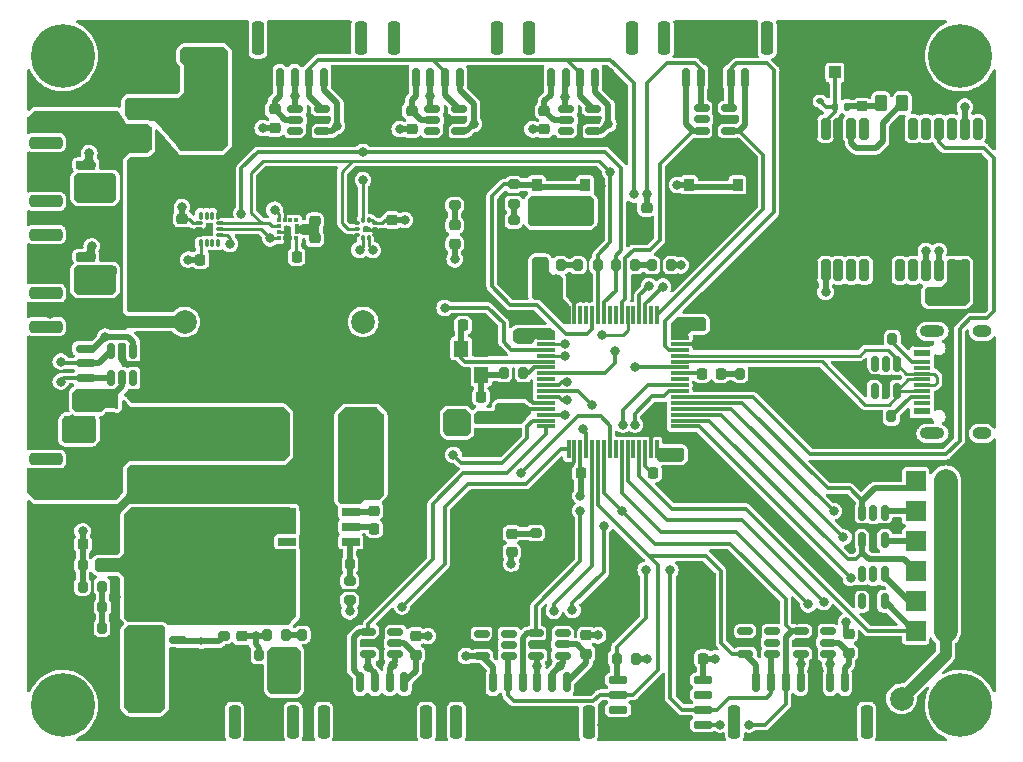
<source format=gbr>
%TF.GenerationSoftware,KiCad,Pcbnew,7.0.1*%
%TF.CreationDate,2023-07-10T14:28:26-04:00*%
%TF.ProjectId,FlightComputer,466c6967-6874-4436-9f6d-70757465722e,rev?*%
%TF.SameCoordinates,Original*%
%TF.FileFunction,Copper,L1,Top*%
%TF.FilePolarity,Positive*%
%FSLAX46Y46*%
G04 Gerber Fmt 4.6, Leading zero omitted, Abs format (unit mm)*
G04 Created by KiCad (PCBNEW 7.0.1) date 2023-07-10 14:28:26*
%MOMM*%
%LPD*%
G01*
G04 APERTURE LIST*
G04 Aperture macros list*
%AMRoundRect*
0 Rectangle with rounded corners*
0 $1 Rounding radius*
0 $2 $3 $4 $5 $6 $7 $8 $9 X,Y pos of 4 corners*
0 Add a 4 corners polygon primitive as box body*
4,1,4,$2,$3,$4,$5,$6,$7,$8,$9,$2,$3,0*
0 Add four circle primitives for the rounded corners*
1,1,$1+$1,$2,$3*
1,1,$1+$1,$4,$5*
1,1,$1+$1,$6,$7*
1,1,$1+$1,$8,$9*
0 Add four rect primitives between the rounded corners*
20,1,$1+$1,$2,$3,$4,$5,0*
20,1,$1+$1,$4,$5,$6,$7,0*
20,1,$1+$1,$6,$7,$8,$9,0*
20,1,$1+$1,$8,$9,$2,$3,0*%
G04 Aperture macros list end*
%TA.AperFunction,SMDPad,CuDef*%
%ADD10RoundRect,0.150000X-0.150000X-0.700000X0.150000X-0.700000X0.150000X0.700000X-0.150000X0.700000X0*%
%TD*%
%TA.AperFunction,SMDPad,CuDef*%
%ADD11RoundRect,0.250000X-0.250000X-1.150000X0.250000X-1.150000X0.250000X1.150000X-0.250000X1.150000X0*%
%TD*%
%TA.AperFunction,ComponentPad*%
%ADD12C,5.400000*%
%TD*%
%TA.AperFunction,SMDPad,CuDef*%
%ADD13RoundRect,0.218750X-0.256250X0.218750X-0.256250X-0.218750X0.256250X-0.218750X0.256250X0.218750X0*%
%TD*%
%TA.AperFunction,SMDPad,CuDef*%
%ADD14RoundRect,0.225000X-0.250000X0.225000X-0.250000X-0.225000X0.250000X-0.225000X0.250000X0.225000X0*%
%TD*%
%TA.AperFunction,SMDPad,CuDef*%
%ADD15RoundRect,0.150000X0.512500X0.150000X-0.512500X0.150000X-0.512500X-0.150000X0.512500X-0.150000X0*%
%TD*%
%TA.AperFunction,SMDPad,CuDef*%
%ADD16RoundRect,0.200000X-0.200000X-0.275000X0.200000X-0.275000X0.200000X0.275000X-0.200000X0.275000X0*%
%TD*%
%TA.AperFunction,SMDPad,CuDef*%
%ADD17RoundRect,0.200000X0.200000X0.275000X-0.200000X0.275000X-0.200000X-0.275000X0.200000X-0.275000X0*%
%TD*%
%TA.AperFunction,SMDPad,CuDef*%
%ADD18RoundRect,0.150000X0.150000X-0.512500X0.150000X0.512500X-0.150000X0.512500X-0.150000X-0.512500X0*%
%TD*%
%TA.AperFunction,ComponentPad*%
%ADD19R,1.700000X1.700000*%
%TD*%
%TA.AperFunction,ComponentPad*%
%ADD20O,1.700000X1.700000*%
%TD*%
%TA.AperFunction,SMDPad,CuDef*%
%ADD21RoundRect,0.112500X-0.187500X-0.112500X0.187500X-0.112500X0.187500X0.112500X-0.187500X0.112500X0*%
%TD*%
%TA.AperFunction,SMDPad,CuDef*%
%ADD22RoundRect,0.150000X-0.512500X-0.150000X0.512500X-0.150000X0.512500X0.150000X-0.512500X0.150000X0*%
%TD*%
%TA.AperFunction,SMDPad,CuDef*%
%ADD23RoundRect,0.200000X0.275000X-0.200000X0.275000X0.200000X-0.275000X0.200000X-0.275000X-0.200000X0*%
%TD*%
%TA.AperFunction,SMDPad,CuDef*%
%ADD24RoundRect,0.218750X0.218750X0.256250X-0.218750X0.256250X-0.218750X-0.256250X0.218750X-0.256250X0*%
%TD*%
%TA.AperFunction,SMDPad,CuDef*%
%ADD25RoundRect,0.150000X0.700000X-0.150000X0.700000X0.150000X-0.700000X0.150000X-0.700000X-0.150000X0*%
%TD*%
%TA.AperFunction,SMDPad,CuDef*%
%ADD26RoundRect,0.250000X1.150000X-0.250000X1.150000X0.250000X-1.150000X0.250000X-1.150000X-0.250000X0*%
%TD*%
%TA.AperFunction,SMDPad,CuDef*%
%ADD27R,2.000000X1.500000*%
%TD*%
%TA.AperFunction,SMDPad,CuDef*%
%ADD28R,2.000000X3.800000*%
%TD*%
%TA.AperFunction,SMDPad,CuDef*%
%ADD29R,0.900000X1.000000*%
%TD*%
%TA.AperFunction,SMDPad,CuDef*%
%ADD30R,1.700000X0.550000*%
%TD*%
%TA.AperFunction,SMDPad,CuDef*%
%ADD31RoundRect,0.225000X-0.225000X-0.250000X0.225000X-0.250000X0.225000X0.250000X-0.225000X0.250000X0*%
%TD*%
%TA.AperFunction,SMDPad,CuDef*%
%ADD32RoundRect,0.075000X-0.700000X-0.075000X0.700000X-0.075000X0.700000X0.075000X-0.700000X0.075000X0*%
%TD*%
%TA.AperFunction,SMDPad,CuDef*%
%ADD33RoundRect,0.075000X-0.075000X-0.700000X0.075000X-0.700000X0.075000X0.700000X-0.075000X0.700000X0*%
%TD*%
%TA.AperFunction,SMDPad,CuDef*%
%ADD34RoundRect,0.250000X-0.650000X0.325000X-0.650000X-0.325000X0.650000X-0.325000X0.650000X0.325000X0*%
%TD*%
%TA.AperFunction,SMDPad,CuDef*%
%ADD35RoundRect,0.225000X0.250000X-0.225000X0.250000X0.225000X-0.250000X0.225000X-0.250000X-0.225000X0*%
%TD*%
%TA.AperFunction,SMDPad,CuDef*%
%ADD36RoundRect,0.225000X0.225000X0.250000X-0.225000X0.250000X-0.225000X-0.250000X0.225000X-0.250000X0*%
%TD*%
%TA.AperFunction,SMDPad,CuDef*%
%ADD37R,1.450000X0.600000*%
%TD*%
%TA.AperFunction,SMDPad,CuDef*%
%ADD38R,1.450000X0.300000*%
%TD*%
%TA.AperFunction,ComponentPad*%
%ADD39O,2.100000X1.000000*%
%TD*%
%TA.AperFunction,ComponentPad*%
%ADD40O,1.600000X1.000000*%
%TD*%
%TA.AperFunction,SMDPad,CuDef*%
%ADD41RoundRect,0.150000X0.150000X0.700000X-0.150000X0.700000X-0.150000X-0.700000X0.150000X-0.700000X0*%
%TD*%
%TA.AperFunction,SMDPad,CuDef*%
%ADD42RoundRect,0.250000X0.250000X1.150000X-0.250000X1.150000X-0.250000X-1.150000X0.250000X-1.150000X0*%
%TD*%
%TA.AperFunction,SMDPad,CuDef*%
%ADD43RoundRect,0.147500X-0.147500X-0.172500X0.147500X-0.172500X0.147500X0.172500X-0.147500X0.172500X0*%
%TD*%
%TA.AperFunction,SMDPad,CuDef*%
%ADD44RoundRect,0.218750X-0.218750X-0.256250X0.218750X-0.256250X0.218750X0.256250X-0.218750X0.256250X0*%
%TD*%
%TA.AperFunction,SMDPad,CuDef*%
%ADD45RoundRect,0.112500X-0.112500X0.187500X-0.112500X-0.187500X0.112500X-0.187500X0.112500X0.187500X0*%
%TD*%
%TA.AperFunction,SMDPad,CuDef*%
%ADD46RoundRect,0.218750X0.256250X-0.218750X0.256250X0.218750X-0.256250X0.218750X-0.256250X-0.218750X0*%
%TD*%
%TA.AperFunction,ComponentPad*%
%ADD47C,2.000000*%
%TD*%
%TA.AperFunction,SMDPad,CuDef*%
%ADD48RoundRect,0.087500X-0.087500X0.125000X-0.087500X-0.125000X0.087500X-0.125000X0.087500X0.125000X0*%
%TD*%
%TA.AperFunction,SMDPad,CuDef*%
%ADD49RoundRect,0.087500X-0.125000X0.087500X-0.125000X-0.087500X0.125000X-0.087500X0.125000X0.087500X0*%
%TD*%
%TA.AperFunction,SMDPad,CuDef*%
%ADD50RoundRect,0.200000X-0.275000X0.200000X-0.275000X-0.200000X0.275000X-0.200000X0.275000X0.200000X0*%
%TD*%
%TA.AperFunction,SMDPad,CuDef*%
%ADD51RoundRect,0.087500X-0.087500X0.225000X-0.087500X-0.225000X0.087500X-0.225000X0.087500X0.225000X0*%
%TD*%
%TA.AperFunction,SMDPad,CuDef*%
%ADD52RoundRect,0.087500X-0.225000X0.087500X-0.225000X-0.087500X0.225000X-0.087500X0.225000X0.087500X0*%
%TD*%
%TA.AperFunction,SMDPad,CuDef*%
%ADD53RoundRect,0.250000X0.475000X-0.250000X0.475000X0.250000X-0.475000X0.250000X-0.475000X-0.250000X0*%
%TD*%
%TA.AperFunction,SMDPad,CuDef*%
%ADD54R,1.000000X1.050000*%
%TD*%
%TA.AperFunction,SMDPad,CuDef*%
%ADD55R,1.050000X2.200000*%
%TD*%
%TA.AperFunction,SMDPad,CuDef*%
%ADD56R,0.350000X0.375000*%
%TD*%
%TA.AperFunction,SMDPad,CuDef*%
%ADD57R,0.375000X0.350000*%
%TD*%
%TA.AperFunction,SMDPad,CuDef*%
%ADD58RoundRect,0.150000X-0.650000X-0.150000X0.650000X-0.150000X0.650000X0.150000X-0.650000X0.150000X0*%
%TD*%
%TA.AperFunction,SMDPad,CuDef*%
%ADD59RoundRect,0.250000X0.650000X-0.325000X0.650000X0.325000X-0.650000X0.325000X-0.650000X-0.325000X0*%
%TD*%
%TA.AperFunction,SMDPad,CuDef*%
%ADD60R,1.750000X3.000000*%
%TD*%
%TA.AperFunction,SMDPad,CuDef*%
%ADD61RoundRect,0.250000X-0.262500X-0.450000X0.262500X-0.450000X0.262500X0.450000X-0.262500X0.450000X0*%
%TD*%
%TA.AperFunction,SMDPad,CuDef*%
%ADD62RoundRect,0.150000X0.587500X0.150000X-0.587500X0.150000X-0.587500X-0.150000X0.587500X-0.150000X0*%
%TD*%
%TA.AperFunction,ComponentPad*%
%ADD63R,1.800000X1.800000*%
%TD*%
%TA.AperFunction,ComponentPad*%
%ADD64C,1.800000*%
%TD*%
%TA.AperFunction,SMDPad,CuDef*%
%ADD65R,1.525000X0.650000*%
%TD*%
%TA.AperFunction,SMDPad,CuDef*%
%ADD66R,2.600000X3.100000*%
%TD*%
%TA.AperFunction,SMDPad,CuDef*%
%ADD67RoundRect,0.150000X-0.150000X0.512500X-0.150000X-0.512500X0.150000X-0.512500X0.150000X0.512500X0*%
%TD*%
%TA.AperFunction,SMDPad,CuDef*%
%ADD68R,1.200000X1.400000*%
%TD*%
%TA.AperFunction,SMDPad,CuDef*%
%ADD69RoundRect,0.200000X-0.200000X0.700000X-0.200000X-0.700000X0.200000X-0.700000X0.200000X0.700000X0*%
%TD*%
%TA.AperFunction,SMDPad,CuDef*%
%ADD70RoundRect,0.112500X0.187500X0.112500X-0.187500X0.112500X-0.187500X-0.112500X0.187500X-0.112500X0*%
%TD*%
%TA.AperFunction,ViaPad*%
%ADD71C,0.800000*%
%TD*%
%TA.AperFunction,Conductor*%
%ADD72C,0.500000*%
%TD*%
%TA.AperFunction,Conductor*%
%ADD73C,0.300000*%
%TD*%
%TA.AperFunction,Conductor*%
%ADD74C,1.000000*%
%TD*%
%TA.AperFunction,Conductor*%
%ADD75C,0.250000*%
%TD*%
%TA.AperFunction,Conductor*%
%ADD76C,0.349250*%
%TD*%
%TA.AperFunction,Conductor*%
%ADD77C,2.000000*%
%TD*%
%TA.AperFunction,Conductor*%
%ADD78C,0.286004*%
%TD*%
G04 APERTURE END LIST*
D10*
%TO.P,J4,1,Pin_1*%
%TO.N,Net-(J4-Pin_1)*%
X71200000Y-62750000D03*
%TO.P,J4,2,Pin_2*%
%TO.N,SCL*%
X72450000Y-62750000D03*
%TO.P,J4,3,Pin_3*%
%TO.N,SDA*%
X73700000Y-62750000D03*
%TO.P,J4,4,Pin_4*%
%TO.N,INT1*%
X74950000Y-62750000D03*
%TO.P,J4,5,Pin_5*%
%TO.N,GND*%
X76200000Y-62750000D03*
D11*
%TO.P,J4,MP*%
%TO.N,N/C*%
X69350000Y-59400000D03*
X78050000Y-59400000D03*
%TD*%
D12*
%TO.P,H2,1*%
%TO.N,N/C*%
X52820000Y-115870000D03*
%TD*%
D13*
%TO.P,F7,1*%
%TO.N,Net-(J5-Pin_3)*%
X56850000Y-89862500D03*
%TO.P,F7,2*%
%TO.N,+5V*%
X56850000Y-91437500D03*
%TD*%
D14*
%TO.P,C1,1*%
%TO.N,+3V3*%
X74150000Y-76325000D03*
%TO.P,C1,2*%
%TO.N,GND*%
X74150000Y-77875000D03*
%TD*%
D15*
%TO.P,U11,1,I/O1*%
%TO.N,SWCLK*%
X109194607Y-67200000D03*
%TO.P,U11,2,GND*%
%TO.N,GND*%
X109194607Y-66250000D03*
%TO.P,U11,3,I/O2*%
%TO.N,SWDIO*%
X109194607Y-65300000D03*
%TO.P,U11,4,I/O3*%
%TO.N,NRST*%
X106919607Y-65300000D03*
%TO.P,U11,5,VBUS*%
%TO.N,unconnected-(U11-VBUS-Pad5)*%
X106919607Y-66250000D03*
%TO.P,U11,6,I/O4*%
%TO.N,SWO*%
X106919607Y-67200000D03*
%TD*%
D12*
%TO.P,H4,1*%
%TO.N,N/C*%
X128820000Y-115870000D03*
%TD*%
D16*
%TO.P,R19,1*%
%TO.N,+3V3*%
X93325000Y-78600000D03*
%TO.P,R19,2*%
%TO.N,Net-(R19-Pad2)*%
X94975000Y-78600000D03*
%TD*%
D17*
%TO.P,R16,1*%
%TO.N,Net-(R16-Pad1)*%
X56175000Y-107550000D03*
%TO.P,R16,2*%
%TO.N,GND*%
X54525000Y-107550000D03*
%TD*%
D18*
%TO.P,U12,1,I/O1*%
%TO.N,Servo 3*%
X120500000Y-101837500D03*
%TO.P,U12,2,GND*%
%TO.N,GND*%
X121450000Y-101837500D03*
%TO.P,U12,3,I/O2*%
%TO.N,Servo 4*%
X122400000Y-101837500D03*
%TO.P,U12,4,I/O3*%
%TO.N,Servo 5*%
X122400000Y-99562500D03*
%TO.P,U12,5,VBUS*%
%TO.N,unconnected-(U12-VBUS-Pad5)*%
X121450000Y-99562500D03*
%TO.P,U12,6,I/O4*%
%TO.N,ESC*%
X120500000Y-99562500D03*
%TD*%
D19*
%TO.P,J14,1,Pin_1*%
%TO.N,Servo 3*%
X125050000Y-104480000D03*
D20*
%TO.P,J14,2,Pin_2*%
%TO.N,+5VA*%
X127590000Y-104480000D03*
%TO.P,J14,3,Pin_3*%
%TO.N,GND*%
X130130000Y-104480000D03*
%TD*%
D21*
%TO.P,D4,1,K*%
%TO.N,Net-(D4-K)*%
X56700000Y-80800000D03*
%TO.P,D4,2,A*%
%TO.N,GND*%
X58800000Y-80800000D03*
%TD*%
D22*
%TO.P,U17,1,I/O1*%
%TO.N,unconnected-(U17-I{slash}O1-Pad1)*%
X88325000Y-109800000D03*
%TO.P,U17,2,GND*%
%TO.N,GND*%
X88325000Y-110750000D03*
%TO.P,U17,3,I/O2*%
%TO.N,INT5*%
X88325000Y-111700000D03*
%TO.P,U17,4,I/O3*%
%TO.N,MISO*%
X90600000Y-111700000D03*
%TO.P,U17,5,VBUS*%
%TO.N,unconnected-(U17-VBUS-Pad5)*%
X90600000Y-110750000D03*
%TO.P,U17,6,I/O4*%
%TO.N,unconnected-(U17-I{slash}O4-Pad6)*%
X90600000Y-109800000D03*
%TD*%
D13*
%TO.P,F2,1*%
%TO.N,Net-(J6-Pin_1)*%
X82350000Y-65500000D03*
%TO.P,F2,2*%
%TO.N,+3V3*%
X82350000Y-67075000D03*
%TD*%
D23*
%TO.P,R4,1*%
%TO.N,+5V*%
X77100000Y-106977000D03*
%TO.P,R4,2*%
%TO.N,Net-(IC1-FB)*%
X77100000Y-105327000D03*
%TD*%
D17*
%TO.P,R5,1*%
%TO.N,Net-(IC1-FB)*%
X77138000Y-103892000D03*
%TO.P,R5,2*%
%TO.N,GND*%
X75488000Y-103892000D03*
%TD*%
D16*
%TO.P,R24,1*%
%TO.N,Net-(R21-Pad2)*%
X73100000Y-109900000D03*
%TO.P,R24,2*%
%TO.N,GND*%
X74750000Y-109900000D03*
%TD*%
D22*
%TO.P,U16,1,I/O1*%
%TO.N,MOSI*%
X92862500Y-109750000D03*
%TO.P,U16,2,GND*%
%TO.N,GND*%
X92862500Y-110700000D03*
%TO.P,U16,3,I/O2*%
%TO.N,SCK*%
X92862500Y-111650000D03*
%TO.P,U16,4,I/O3*%
%TO.N,CS_EXTRA*%
X95137500Y-111650000D03*
%TO.P,U16,5,VBUS*%
%TO.N,Net-(J7-Pin_1)*%
X95137500Y-110700000D03*
%TO.P,U16,6,I/O4*%
%TO.N,unconnected-(U16-I{slash}O4-Pad6)*%
X95137500Y-109750000D03*
%TD*%
D24*
%TO.P,D2,1,K*%
%TO.N,Net-(D2-K)*%
X108537500Y-87800000D03*
%TO.P,D2,2,A*%
%TO.N,LED1*%
X106962500Y-87800000D03*
%TD*%
D19*
%TO.P,J11,1,Pin_1*%
%TO.N,Servo 1*%
X125050000Y-109560000D03*
D20*
%TO.P,J11,2,Pin_2*%
%TO.N,+5VA*%
X127590000Y-109560000D03*
%TO.P,J11,3,Pin_3*%
%TO.N,GND*%
X130130000Y-109560000D03*
%TD*%
D25*
%TO.P,J13,1,Pin_1*%
%TO.N,Net-(D3-K)*%
X54750000Y-71325000D03*
%TO.P,J13,2,Pin_2*%
%TO.N,GND*%
X54750000Y-70075000D03*
D26*
%TO.P,J13,MP*%
%TO.N,N/C*%
X51400000Y-73175000D03*
X51400000Y-68225000D03*
%TD*%
D22*
%TO.P,U15,1,I/O1*%
%TO.N,unconnected-(U15-I{slash}O1-Pad1)*%
X110612500Y-109600000D03*
%TO.P,U15,2,GND*%
%TO.N,GND*%
X110612500Y-110550000D03*
%TO.P,U15,3,I/O2*%
%TO.N,MISO*%
X110612500Y-111500000D03*
%TO.P,U15,4,I/O3*%
%TO.N,SCK*%
X112887500Y-111500000D03*
%TO.P,U15,5,VBUS*%
%TO.N,unconnected-(U15-VBUS-Pad5)*%
X112887500Y-110550000D03*
%TO.P,U15,6,I/O4*%
%TO.N,unconnected-(U15-I{slash}O4-Pad6)*%
X112887500Y-109600000D03*
%TD*%
D27*
%TO.P,U3,1,GND*%
%TO.N,GND*%
X59271899Y-63100000D03*
%TO.P,U3,2,VO*%
%TO.N,+3V3*%
X59271899Y-65400000D03*
D28*
X65571899Y-65400000D03*
D27*
%TO.P,U3,3,VI*%
%TO.N,+5V*%
X59271899Y-67700000D03*
%TD*%
D17*
%TO.P,R8,1*%
%TO.N,Net-(R20-Pad2)*%
X101275000Y-78600000D03*
%TO.P,R8,2*%
%TO.N,SCL*%
X99625000Y-78600000D03*
%TD*%
D29*
%TO.P,SW1,1*%
%TO.N,NRST*%
X105850000Y-71800000D03*
X109950000Y-71800000D03*
%TO.P,SW1,2*%
%TO.N,GND*%
X105850000Y-73400000D03*
X109950000Y-73400000D03*
D30*
%TO.P,SW1,SH,GND*%
X107900000Y-71175000D03*
%TD*%
D19*
%TO.P,J15,1,Pin_1*%
%TO.N,Servo 4*%
X125050000Y-101940000D03*
D20*
%TO.P,J15,2,Pin_2*%
%TO.N,+5VA*%
X127590000Y-101940000D03*
%TO.P,J15,3,Pin_3*%
%TO.N,GND*%
X130130000Y-101940000D03*
%TD*%
D12*
%TO.P,H1,1*%
%TO.N,N/C*%
X128820000Y-60870000D03*
%TD*%
D31*
%TO.P,C7,1*%
%TO.N,+3V3*%
X94597489Y-80800000D03*
%TO.P,C7,2*%
%TO.N,GND*%
X96147489Y-80800000D03*
%TD*%
D32*
%TO.P,U4,1,VBAT*%
%TO.N,+3V3*%
X93717489Y-84750000D03*
%TO.P,U4,2,PC13*%
%TO.N,INT1*%
X93717489Y-85250000D03*
%TO.P,U4,3,PC14*%
%TO.N,INT_PI*%
X93717489Y-85750000D03*
%TO.P,U4,4,PC15*%
%TO.N,INT2*%
X93717489Y-86250000D03*
%TO.P,U4,5,PH0*%
%TO.N,Net-(U4-PH0)*%
X93717489Y-86750000D03*
%TO.P,U4,6,PH1*%
%TO.N,Net-(U4-PH1)*%
X93717489Y-87250000D03*
%TO.P,U4,7,NRST*%
%TO.N,NRST*%
X93717489Y-87750000D03*
%TO.P,U4,8,PC0*%
%TO.N,unconnected-(U4-PC0-Pad8)*%
X93717489Y-88250000D03*
%TO.P,U4,9,PC1*%
%TO.N,INT_BARO*%
X93717489Y-88750000D03*
%TO.P,U4,10,PC2*%
%TO.N,INT5*%
X93717489Y-89250000D03*
%TO.P,U4,11,PC3*%
%TO.N,INT4*%
X93717489Y-89750000D03*
%TO.P,U4,12,VSSA*%
%TO.N,GND*%
X93717489Y-90250000D03*
%TO.P,U4,13,VDDA*%
%TO.N,Net-(U4-VDDA)*%
X93717489Y-90750000D03*
%TO.P,U4,14,PA0*%
%TO.N,UART4_TX*%
X93717489Y-91250000D03*
%TO.P,U4,15,PA1*%
%TO.N,UART4_RX*%
X93717489Y-91750000D03*
%TO.P,U4,16,PA2*%
%TO.N,USART2_TX*%
X93717489Y-92250000D03*
D33*
%TO.P,U4,17,PA3*%
%TO.N,USART2_RX*%
X95642489Y-94175000D03*
%TO.P,U4,18,VSS*%
%TO.N,GND*%
X96142489Y-94175000D03*
%TO.P,U4,19,VDD*%
%TO.N,+3V3*%
X96642489Y-94175000D03*
%TO.P,U4,20,PA4*%
%TO.N,V_BAT_SENSE*%
X97142489Y-94175000D03*
%TO.P,U4,21,PA5*%
%TO.N,SCK*%
X97642489Y-94175000D03*
%TO.P,U4,22,PA6*%
%TO.N,MISO*%
X98142489Y-94175000D03*
%TO.P,U4,23,PA7*%
%TO.N,MOSI*%
X98642489Y-94175000D03*
%TO.P,U4,24,PC4*%
%TO.N,ADC12_IN14*%
X99142489Y-94175000D03*
%TO.P,U4,25,PC5*%
%TO.N,unconnected-(U4-PC5-Pad25)*%
X99642489Y-94175000D03*
%TO.P,U4,26,PB0*%
%TO.N,CE*%
X100142489Y-94175000D03*
%TO.P,U4,27,PB1*%
%TO.N,CSN*%
X100642489Y-94175000D03*
%TO.P,U4,28,PB2*%
%TO.N,unconnected-(U4-PB2-Pad28)*%
X101142489Y-94175000D03*
%TO.P,U4,29,PB10*%
%TO.N,Servo 1*%
X101642489Y-94175000D03*
%TO.P,U4,30,VCAP_1*%
%TO.N,Net-(U4-VCAP_1)*%
X102142489Y-94175000D03*
%TO.P,U4,31,VSS*%
%TO.N,GND*%
X102642489Y-94175000D03*
%TO.P,U4,32,VDD*%
%TO.N,+3V3*%
X103142489Y-94175000D03*
D32*
%TO.P,U4,33,PB12*%
%TO.N,Servo 2*%
X105067489Y-92250000D03*
%TO.P,U4,34,PB13*%
%TO.N,Servo 3*%
X105067489Y-91750000D03*
%TO.P,U4,35,PB14*%
%TO.N,Servo 4*%
X105067489Y-91250000D03*
%TO.P,U4,36,PB15*%
%TO.N,Servo 5*%
X105067489Y-90750000D03*
%TO.P,U4,37,PC6*%
%TO.N,ESC*%
X105067489Y-90250000D03*
%TO.P,U4,38,PC7*%
%TO.N,INT_GPS*%
X105067489Y-89750000D03*
%TO.P,U4,39,PC8*%
%TO.N,FLASH_CS*%
X105067489Y-89250000D03*
%TO.P,U4,40,PC9*%
%TO.N,CS_EXTRA*%
X105067489Y-88750000D03*
%TO.P,U4,41,PA8*%
%TO.N,unconnected-(U4-PA8-Pad41)*%
X105067489Y-88250000D03*
%TO.P,U4,42,PA9*%
%TO.N,LED1*%
X105067489Y-87750000D03*
%TO.P,U4,43,PA10*%
%TO.N,LED2*%
X105067489Y-87250000D03*
%TO.P,U4,44,PA11*%
%TO.N,USB_D-*%
X105067489Y-86750000D03*
%TO.P,U4,45,PA12*%
%TO.N,USB_D+*%
X105067489Y-86250000D03*
%TO.P,U4,46,PA13*%
%TO.N,SWDIO*%
X105067489Y-85750000D03*
%TO.P,U4,47,VSS*%
%TO.N,GND*%
X105067489Y-85250000D03*
%TO.P,U4,48,VDD*%
%TO.N,+3V3*%
X105067489Y-84750000D03*
D33*
%TO.P,U4,49,PA14*%
%TO.N,SWCLK*%
X103142489Y-82825000D03*
%TO.P,U4,50,PA15*%
%TO.N,unconnected-(U4-PA15-Pad50)*%
X102642489Y-82825000D03*
%TO.P,U4,51,PC10*%
%TO.N,USART3_TX*%
X102142489Y-82825000D03*
%TO.P,U4,52,PC11*%
%TO.N,USART3_RX*%
X101642489Y-82825000D03*
%TO.P,U4,53,PC12*%
%TO.N,unconnected-(U4-PC12-Pad53)*%
X101142489Y-82825000D03*
%TO.P,U4,54,PD2*%
%TO.N,INT3*%
X100642489Y-82825000D03*
%TO.P,U4,55,PB3*%
%TO.N,SWO*%
X100142489Y-82825000D03*
%TO.P,U4,56,PB4*%
%TO.N,unconnected-(U4-PB4-Pad56)*%
X99642489Y-82825000D03*
%TO.P,U4,57,PB5*%
%TO.N,unconnected-(U4-PB5-Pad57)*%
X99142489Y-82825000D03*
%TO.P,U4,58,PB6*%
%TO.N,SCL*%
X98642489Y-82825000D03*
%TO.P,U4,59,PB7*%
%TO.N,SDA*%
X98142489Y-82825000D03*
%TO.P,U4,60,BOOT0*%
%TO.N,BOOT0*%
X97642489Y-82825000D03*
%TO.P,U4,61,PB8*%
%TO.N,unconnected-(U4-PB8-Pad61)*%
X97142489Y-82825000D03*
%TO.P,U4,62,PB9*%
%TO.N,unconnected-(U4-PB9-Pad62)*%
X96642489Y-82825000D03*
%TO.P,U4,63,VSS*%
%TO.N,GND*%
X96142489Y-82825000D03*
%TO.P,U4,64,VDD*%
%TO.N,+3V3*%
X95642489Y-82825000D03*
%TD*%
D34*
%TO.P,C15,1*%
%TO.N,+5V*%
X66144879Y-93360000D03*
%TO.P,C15,2*%
%TO.N,GND*%
X66144879Y-96310000D03*
%TD*%
D31*
%TO.P,C21,1*%
%TO.N,Net-(U4-VCAP_1)*%
X102775000Y-96200000D03*
%TO.P,C21,2*%
%TO.N,GND*%
X104325000Y-96200000D03*
%TD*%
D35*
%TO.P,C3,1*%
%TO.N,+3V3*%
X74150000Y-74877500D03*
%TO.P,C3,2*%
%TO.N,GND*%
X74150000Y-73327500D03*
%TD*%
D36*
%TO.P,C20,1*%
%TO.N,Net-(C20-Pad1)*%
X88225000Y-89730000D03*
%TO.P,C20,2*%
%TO.N,GND*%
X86675000Y-89730000D03*
%TD*%
D37*
%TO.P,J18,A1,GND*%
%TO.N,GND*%
X125543949Y-91770000D03*
%TO.P,J18,A4,VBUS*%
%TO.N,unconnected-(J18-VBUS-PadA4)*%
X125543949Y-90970000D03*
D38*
%TO.P,J18,A5,CC1*%
%TO.N,Net-(J18-CC1)*%
X125543949Y-89770000D03*
%TO.P,J18,A6,D+*%
%TO.N,USB_D+*%
X125543949Y-88770000D03*
%TO.P,J18,A7,D-*%
%TO.N,USB_D-*%
X125543949Y-88270000D03*
%TO.P,J18,A8,SBU1*%
%TO.N,unconnected-(J18-SBU1-PadA8)*%
X125543949Y-87270000D03*
D37*
%TO.P,J18,A9,VBUS*%
%TO.N,unconnected-(J18-VBUS-PadA4)*%
X125543949Y-86070000D03*
%TO.P,J18,A12,GND*%
%TO.N,GND*%
X125543949Y-85270000D03*
%TO.P,J18,B1,GND*%
X125543949Y-85270000D03*
%TO.P,J18,B4,VBUS*%
%TO.N,unconnected-(J18-VBUS-PadA4)*%
X125543949Y-86070000D03*
D38*
%TO.P,J18,B5,CC2*%
%TO.N,Net-(J18-CC2)*%
X125543949Y-86770000D03*
%TO.P,J18,B6,D+*%
%TO.N,USB_D+*%
X125543949Y-87770000D03*
%TO.P,J18,B7,D-*%
%TO.N,USB_D-*%
X125543949Y-89270000D03*
%TO.P,J18,B8,SBU2*%
%TO.N,unconnected-(J18-SBU2-PadB8)*%
X125543949Y-90270000D03*
D37*
%TO.P,J18,B9,VBUS*%
%TO.N,unconnected-(J18-VBUS-PadA4)*%
X125543949Y-90970000D03*
%TO.P,J18,B12,GND*%
%TO.N,GND*%
X125543949Y-91770000D03*
D39*
%TO.P,J18,S1,SHIELD*%
%TO.N,unconnected-(J18-SHIELD-PadS1)*%
X126458949Y-92840000D03*
D40*
X130638949Y-92840000D03*
D39*
X126458949Y-84200000D03*
D40*
X130638949Y-84200000D03*
%TD*%
D35*
%TO.P,C18,1*%
%TO.N,Net-(C18-Pad1)*%
X120500000Y-65150000D03*
%TO.P,C18,2*%
%TO.N,GND*%
X120500000Y-63600000D03*
%TD*%
D41*
%TO.P,J7,1,Pin_1*%
%TO.N,Net-(J7-Pin_1)*%
X95500000Y-113900000D03*
%TO.P,J7,2,Pin_2*%
%TO.N,CS_EXTRA*%
X94250000Y-113900000D03*
%TO.P,J7,3,Pin_3*%
%TO.N,SCK*%
X93000000Y-113900000D03*
%TO.P,J7,4,Pin_4*%
%TO.N,MOSI*%
X91750000Y-113900000D03*
%TO.P,J7,5,Pin_5*%
%TO.N,MISO*%
X90500000Y-113900000D03*
%TO.P,J7,6,Pin_6*%
%TO.N,INT5*%
X89250000Y-113900000D03*
%TO.P,J7,7,Pin_7*%
%TO.N,GND*%
X88000000Y-113900000D03*
D42*
%TO.P,J7,MP*%
%TO.N,N/C*%
X97350000Y-117250000D03*
X86150000Y-117250000D03*
%TD*%
D13*
%TO.P,F9,1*%
%TO.N,+5V*%
X56862500Y-69712500D03*
%TO.P,F9,2*%
%TO.N,Net-(D3-K)*%
X56862500Y-71287500D03*
%TD*%
D36*
%TO.P,C33,1*%
%TO.N,+3V3*%
X107015000Y-111900000D03*
%TO.P,C33,2*%
%TO.N,GND*%
X105465000Y-111900000D03*
%TD*%
D16*
%TO.P,R17,1*%
%TO.N,V_BAT_SENSE*%
X54500000Y-105800000D03*
%TO.P,R17,2*%
%TO.N,Net-(R16-Pad1)*%
X56150000Y-105800000D03*
%TD*%
D18*
%TO.P,U20,1,I/O1*%
%TO.N,unconnected-(U20-I{slash}O1-Pad1)*%
X121550000Y-89237500D03*
%TO.P,U20,2,GND*%
%TO.N,GND*%
X122500000Y-89237500D03*
%TO.P,U20,3,I/O2*%
%TO.N,USB_D-*%
X123450000Y-89237500D03*
%TO.P,U20,4,I/O3*%
%TO.N,USB_D+*%
X123450000Y-86962500D03*
%TO.P,U20,5,VBUS*%
%TO.N,unconnected-(U20-VBUS-Pad5)*%
X122500000Y-86962500D03*
%TO.P,U20,6,I/O4*%
%TO.N,unconnected-(U20-I{slash}O4-Pad6)*%
X121550000Y-86962500D03*
%TD*%
D43*
%TO.P,L3,1,1*%
%TO.N,Net-(AE1-A)*%
X118215000Y-65175000D03*
%TO.P,L3,2,2*%
%TO.N,Net-(C18-Pad1)*%
X119185000Y-65175000D03*
%TD*%
D13*
%TO.P,F8,1*%
%TO.N,+5V*%
X56875000Y-77512500D03*
%TO.P,F8,2*%
%TO.N,Net-(D4-K)*%
X56875000Y-79087500D03*
%TD*%
D15*
%TO.P,U9,1,I/O1*%
%TO.N,INT2*%
X86387500Y-67250000D03*
%TO.P,U9,2,GND*%
%TO.N,GND*%
X86387500Y-66300000D03*
%TO.P,U9,3,I/O2*%
%TO.N,SDA*%
X86387500Y-65350000D03*
%TO.P,U9,4,I/O3*%
%TO.N,SCL*%
X84112500Y-65350000D03*
%TO.P,U9,5,VBUS*%
%TO.N,Net-(J6-Pin_1)*%
X84112500Y-66300000D03*
%TO.P,U9,6,I/O4*%
%TO.N,unconnected-(U9-I{slash}O4-Pad6)*%
X84112500Y-67250000D03*
%TD*%
D16*
%TO.P,R12,1*%
%TO.N,Net-(D2-K)*%
X110175000Y-87800000D03*
%TO.P,R12,2*%
%TO.N,GND*%
X111825000Y-87800000D03*
%TD*%
D31*
%TO.P,C6,1*%
%TO.N,+3V3*%
X64482500Y-78125000D03*
%TO.P,C6,2*%
%TO.N,GND*%
X66032500Y-78125000D03*
%TD*%
D35*
%TO.P,C29,1*%
%TO.N,Net-(U4-VDDA)*%
X90192489Y-90875000D03*
%TO.P,C29,2*%
%TO.N,GND*%
X90192489Y-89325000D03*
%TD*%
D25*
%TO.P,J5,1,Pin_1*%
%TO.N,GND*%
X54750000Y-93150000D03*
%TO.P,J5,2,Pin_2*%
X54750000Y-91900000D03*
%TO.P,J5,3,Pin_3*%
%TO.N,Net-(J5-Pin_3)*%
X54750000Y-90650000D03*
%TO.P,J5,4,Pin_4*%
X54750000Y-89400000D03*
%TO.P,J5,5,Pin_5*%
%TO.N,INT_PI*%
X54750000Y-88150000D03*
%TO.P,J5,6,Pin_6*%
%TO.N,UART4_RX*%
X54750000Y-86900000D03*
%TO.P,J5,7,Pin_7*%
%TO.N,UART4_TX*%
X54750000Y-85650000D03*
D26*
%TO.P,J5,MP*%
%TO.N,N/C*%
X51400000Y-95000000D03*
X51400000Y-83800000D03*
%TD*%
D44*
%TO.P,L2,1*%
%TO.N,+3V3*%
X86675000Y-91530000D03*
%TO.P,L2,2*%
%TO.N,Net-(U4-VDDA)*%
X88250000Y-91530000D03*
%TD*%
D36*
%TO.P,C24,1*%
%TO.N,+3V3*%
X96667489Y-96200000D03*
%TO.P,C24,2*%
%TO.N,GND*%
X95117489Y-96200000D03*
%TD*%
D45*
%TO.P,D35,1,K*%
%TO.N,+BATT*%
X64550000Y-108350000D03*
%TO.P,D35,2,A*%
%TO.N,Net-(D35-A)*%
X64550000Y-110450000D03*
%TD*%
D31*
%TO.P,C11,1*%
%TO.N,Net-(IC1-VCC)*%
X79194879Y-100910000D03*
%TO.P,C11,2*%
%TO.N,GND*%
X80744879Y-100910000D03*
%TD*%
D22*
%TO.P,U14,1,I/O1*%
%TO.N,MOSI*%
X115312500Y-109600000D03*
%TO.P,U14,2,GND*%
%TO.N,GND*%
X115312500Y-110550000D03*
%TO.P,U14,3,I/O2*%
%TO.N,CE*%
X115312500Y-111500000D03*
%TO.P,U14,4,I/O3*%
%TO.N,CSN*%
X117587500Y-111500000D03*
%TO.P,U14,5,VBUS*%
%TO.N,Net-(J3-Pin_1)*%
X117587500Y-110550000D03*
%TO.P,U14,6,I/O4*%
%TO.N,unconnected-(U14-I{slash}O4-Pad6)*%
X117587500Y-109600000D03*
%TD*%
D46*
%TO.P,F4,1*%
%TO.N,Net-(J9-Pin_1)*%
X82718750Y-111568750D03*
%TO.P,F4,2*%
%TO.N,+3V3*%
X82718750Y-109993750D03*
%TD*%
D18*
%TO.P,U13,1,I/O1*%
%TO.N,unconnected-(U13-I{slash}O1-Pad1)*%
X120500000Y-107037500D03*
%TO.P,U13,2,GND*%
%TO.N,GND*%
X121450000Y-107037500D03*
%TO.P,U13,3,I/O2*%
%TO.N,Servo 1*%
X122400000Y-107037500D03*
%TO.P,U13,4,I/O3*%
%TO.N,Servo 2*%
X122400000Y-104762500D03*
%TO.P,U13,5,VBUS*%
%TO.N,unconnected-(U13-VBUS-Pad5)*%
X121450000Y-104762500D03*
%TO.P,U13,6,I/O4*%
%TO.N,unconnected-(U13-I{slash}O4-Pad6)*%
X120500000Y-104762500D03*
%TD*%
D47*
%TO.P,TP5,1,1*%
%TO.N,+BATT*%
X61400000Y-103400000D03*
%TD*%
D31*
%TO.P,C31,1*%
%TO.N,V_BAT_SENSE*%
X54550000Y-102225000D03*
%TO.P,C31,2*%
%TO.N,GND*%
X56100000Y-102225000D03*
%TD*%
D12*
%TO.P,H3,1*%
%TO.N,N/C*%
X52820000Y-60870000D03*
%TD*%
D48*
%TO.P,U5,1,Vdd_IO*%
%TO.N,+3V3*%
X78735000Y-74787500D03*
%TO.P,U5,2,SCL*%
%TO.N,SCL*%
X78235000Y-74787500D03*
D49*
%TO.P,U5,3,RES*%
%TO.N,GND*%
X77722500Y-75050000D03*
%TO.P,U5,4,SDA*%
%TO.N,SDA*%
X77722500Y-75550000D03*
%TO.P,U5,5,SA0*%
%TO.N,GND*%
X77722500Y-76050000D03*
D48*
%TO.P,U5,6,~{CS}*%
%TO.N,+3V3*%
X78235000Y-76312500D03*
%TO.P,U5,7,INT_DRDY*%
%TO.N,INT_BARO*%
X78735000Y-76312500D03*
D49*
%TO.P,U5,8,GND*%
%TO.N,GND*%
X79247500Y-76050000D03*
%TO.P,U5,9,GND*%
X79247500Y-75550000D03*
%TO.P,U5,10,VDD*%
%TO.N,+3V3*%
X79247500Y-75050000D03*
%TD*%
D50*
%TO.P,R11,1*%
%TO.N,Net-(R11-Pad1)*%
X91000000Y-74800000D03*
%TO.P,R11,2*%
%TO.N,GND*%
X91000000Y-76450000D03*
%TD*%
%TO.P,R9,1*%
%TO.N,Net-(D1-K)*%
X92850000Y-101275000D03*
%TO.P,R9,2*%
%TO.N,GND*%
X92850000Y-102925000D03*
%TD*%
D19*
%TO.P,J10,1,Pin_1*%
%TO.N,ESC*%
X125045000Y-96860000D03*
D20*
%TO.P,J10,2,Pin_2*%
%TO.N,+5VA*%
X127585000Y-96860000D03*
%TO.P,J10,3,Pin_3*%
%TO.N,GND*%
X130125000Y-96860000D03*
%TD*%
D41*
%TO.P,J19,1,Pin_1*%
%TO.N,Net-(D36-K)*%
X70475000Y-113900000D03*
%TO.P,J19,2,Pin_2*%
%TO.N,GND*%
X69225000Y-113900000D03*
D42*
%TO.P,J19,MP*%
%TO.N,N/C*%
X72325000Y-117250000D03*
X67375000Y-117250000D03*
%TD*%
D50*
%TO.P,R18,1*%
%TO.N,Net-(D35-A)*%
X66500000Y-109975000D03*
%TO.P,R18,2*%
%TO.N,GND*%
X66500000Y-111625000D03*
%TD*%
D51*
%TO.P,U2,1,SDO*%
%TO.N,GND*%
X65997500Y-74387500D03*
%TO.P,U2,2,ASDX*%
%TO.N,unconnected-(U2-ASDX-Pad2)*%
X65497500Y-74387500D03*
%TO.P,U2,3,ASCX*%
%TO.N,unconnected-(U2-ASCX-Pad3)*%
X64997500Y-74387500D03*
%TO.P,U2,4,INT1*%
%TO.N,unconnected-(U2-INT1-Pad4)*%
X64497500Y-74387500D03*
D52*
%TO.P,U2,5,VDDIO*%
%TO.N,+3V3*%
X64335000Y-75050000D03*
%TO.P,U2,6,GNDIO*%
%TO.N,GND*%
X64335000Y-75550000D03*
%TO.P,U2,7,GND*%
X64335000Y-76050000D03*
D51*
%TO.P,U2,8,VDD*%
%TO.N,+3V3*%
X64497500Y-76712500D03*
%TO.P,U2,9,INT2*%
%TO.N,unconnected-(U2-INT2-Pad9)*%
X64997500Y-76712500D03*
%TO.P,U2,10,OSCB*%
%TO.N,unconnected-(U2-OSCB-Pad10)*%
X65497500Y-76712500D03*
%TO.P,U2,11,OSDO*%
%TO.N,unconnected-(U2-OSDO-Pad11)*%
X65997500Y-76712500D03*
D52*
%TO.P,U2,12,CSB*%
%TO.N,+3V3*%
X66160000Y-76050000D03*
%TO.P,U2,13,SCX*%
%TO.N,SCL*%
X66160000Y-75550000D03*
%TO.P,U2,14,SDX*%
%TO.N,SDA*%
X66160000Y-75050000D03*
%TD*%
D23*
%TO.P,R23,1*%
%TO.N,Net-(D37-K)*%
X86000000Y-73510000D03*
%TO.P,R23,2*%
%TO.N,GND*%
X86000000Y-71860000D03*
%TD*%
D31*
%TO.P,C9,1*%
%TO.N,Net-(U4-PH0)*%
X86700000Y-83700000D03*
%TO.P,C9,2*%
%TO.N,GND*%
X88250000Y-83700000D03*
%TD*%
D16*
%TO.P,R21,1*%
%TO.N,ADC12_IN14*%
X70100000Y-109900000D03*
%TO.P,R21,2*%
%TO.N,Net-(R21-Pad2)*%
X71750000Y-109900000D03*
%TD*%
D13*
%TO.P,D37,1,K*%
%TO.N,Net-(D37-K)*%
X86000000Y-75197500D03*
%TO.P,D37,2,A*%
%TO.N,LED2*%
X86000000Y-76772500D03*
%TD*%
%TO.P,F3,1*%
%TO.N,Net-(J8-Pin_1)*%
X93600000Y-65512500D03*
%TO.P,F3,2*%
%TO.N,+3V3*%
X93600000Y-67087500D03*
%TD*%
D35*
%TO.P,C30,1*%
%TO.N,Net-(U4-VDDA)*%
X91817489Y-90875000D03*
%TO.P,C30,2*%
%TO.N,GND*%
X91817489Y-89325000D03*
%TD*%
%TO.P,C19,1*%
%TO.N,+3V3*%
X91592489Y-84575000D03*
%TO.P,C19,2*%
%TO.N,GND*%
X91592489Y-83025000D03*
%TD*%
D47*
%TO.P,TP4,1,1*%
%TO.N,+3V3*%
X78250000Y-83400000D03*
%TD*%
D14*
%TO.P,C32,1*%
%TO.N,NRST*%
X102250000Y-73725000D03*
%TO.P,C32,2*%
%TO.N,GND*%
X102250000Y-75275000D03*
%TD*%
D10*
%TO.P,J6,1,Pin_1*%
%TO.N,Net-(J6-Pin_1)*%
X82700000Y-62750000D03*
%TO.P,J6,2,Pin_2*%
%TO.N,SCL*%
X83950000Y-62750000D03*
%TO.P,J6,3,Pin_3*%
%TO.N,SDA*%
X85200000Y-62750000D03*
%TO.P,J6,4,Pin_4*%
%TO.N,INT2*%
X86450000Y-62750000D03*
%TO.P,J6,5,Pin_5*%
%TO.N,GND*%
X87700000Y-62750000D03*
D11*
%TO.P,J6,MP*%
%TO.N,N/C*%
X80850000Y-59400000D03*
X89550000Y-59400000D03*
%TD*%
D19*
%TO.P,J16,1,Pin_1*%
%TO.N,Servo 5*%
X125050000Y-99400000D03*
D20*
%TO.P,J16,2,Pin_2*%
%TO.N,+5VA*%
X127590000Y-99400000D03*
%TO.P,J16,3,Pin_3*%
%TO.N,GND*%
X130130000Y-99400000D03*
%TD*%
D13*
%TO.P,D1,1,K*%
%TO.N,Net-(D1-K)*%
X90850000Y-101312500D03*
%TO.P,D1,2,A*%
%TO.N,+3V3*%
X90850000Y-102887500D03*
%TD*%
D14*
%TO.P,C13,1*%
%TO.N,ADC12_IN14*%
X68000000Y-110025000D03*
%TO.P,C13,2*%
%TO.N,GND*%
X68000000Y-111575000D03*
%TD*%
D36*
%TO.P,C27,1*%
%TO.N,+3V3*%
X63246899Y-60900000D03*
%TO.P,C27,2*%
%TO.N,GND*%
X61696899Y-60900000D03*
%TD*%
D53*
%TO.P,C10,1*%
%TO.N,+BATT*%
X69613000Y-99860000D03*
%TO.P,C10,2*%
%TO.N,GND*%
X69613000Y-97960000D03*
%TD*%
D54*
%TO.P,AE1,1,A*%
%TO.N,Net-(AE1-A)*%
X118200000Y-62275000D03*
D55*
%TO.P,AE1,2,Shield*%
%TO.N,GND*%
X116725000Y-60750000D03*
X119675000Y-60750000D03*
%TD*%
D34*
%TO.P,C16,1*%
%TO.N,+5V*%
X63844879Y-93360000D03*
%TO.P,C16,2*%
%TO.N,GND*%
X63844879Y-96310000D03*
%TD*%
D56*
%TO.P,U1,1,SCL/SPC*%
%TO.N,SCL*%
X71100000Y-76317500D03*
%TO.P,U1,2,RES*%
%TO.N,GND*%
X71600000Y-76317500D03*
%TO.P,U1,3,GND*%
X72100000Y-76317500D03*
%TO.P,U1,4,C1*%
%TO.N,Net-(U1-C1)*%
X72600000Y-76317500D03*
D57*
%TO.P,U1,5,VDD*%
%TO.N,+3V3*%
X72612500Y-75805000D03*
%TO.P,U1,6,VDDIO*%
X72612500Y-75305000D03*
D56*
%TO.P,U1,7,INT*%
%TO.N,unconnected-(U1-INT-Pad7)*%
X72600000Y-74792500D03*
%TO.P,U1,8,DRDY*%
%TO.N,unconnected-(U1-DRDY-Pad8)*%
X72100000Y-74792500D03*
%TO.P,U1,9,SDO/SA1*%
%TO.N,GND*%
X71600000Y-74792500D03*
%TO.P,U1,10,CS*%
%TO.N,+3V3*%
X71100000Y-74792500D03*
D57*
%TO.P,U1,11,SDA*%
%TO.N,SDA*%
X71087500Y-75305000D03*
%TO.P,U1,12,RES*%
%TO.N,GND*%
X71087500Y-75805000D03*
%TD*%
D17*
%TO.P,R2,1*%
%TO.N,+BATT*%
X56150000Y-104000000D03*
%TO.P,R2,2*%
%TO.N,V_BAT_SENSE*%
X54500000Y-104000000D03*
%TD*%
D47*
%TO.P,TP2,1,1*%
%TO.N,+5VA*%
X123850000Y-115300000D03*
%TD*%
D31*
%TO.P,C22,1*%
%TO.N,+3V3*%
X104875000Y-94642500D03*
%TO.P,C22,2*%
%TO.N,GND*%
X106425000Y-94642500D03*
%TD*%
D13*
%TO.P,F1,1*%
%TO.N,Net-(J4-Pin_1)*%
X70750000Y-65412500D03*
%TO.P,F1,2*%
%TO.N,+3V3*%
X70750000Y-66987500D03*
%TD*%
D58*
%TO.P,U7,1,~{CS}*%
%TO.N,FLASH_CS*%
X99840000Y-113695000D03*
%TO.P,U7,2,DO(IO1)*%
%TO.N,MISO*%
X99840000Y-114965000D03*
%TO.P,U7,3,IO2*%
%TO.N,unconnected-(U7-IO2-Pad3)*%
X99840000Y-116235000D03*
%TO.P,U7,4,GND*%
%TO.N,GND*%
X99840000Y-117505000D03*
%TO.P,U7,5,DI(IO0)*%
%TO.N,MOSI*%
X107040000Y-117505000D03*
%TO.P,U7,6,CLK*%
%TO.N,SCK*%
X107040000Y-116235000D03*
%TO.P,U7,7,IO3*%
%TO.N,unconnected-(U7-IO3-Pad7)*%
X107040000Y-114965000D03*
%TO.P,U7,8,VCC*%
%TO.N,+3V3*%
X107040000Y-113695000D03*
%TD*%
D17*
%TO.P,R22,1*%
%TO.N,Net-(D36-K)*%
X71075000Y-111600000D03*
%TO.P,R22,2*%
%TO.N,ADC12_IN14*%
X69425000Y-111600000D03*
%TD*%
D35*
%TO.P,C12,1*%
%TO.N,Net-(IC1-BOOT)*%
X79194879Y-99385000D03*
%TO.P,C12,2*%
%TO.N,Net-(IC1-SW)*%
X79194879Y-97835000D03*
%TD*%
D14*
%TO.P,C5,1*%
%TO.N,+3V3*%
X62910000Y-74650000D03*
%TO.P,C5,2*%
%TO.N,GND*%
X62910000Y-76200000D03*
%TD*%
D16*
%TO.P,R6,1*%
%TO.N,Net-(R19-Pad2)*%
X96467489Y-78600000D03*
%TO.P,R6,2*%
%TO.N,SDA*%
X98117489Y-78600000D03*
%TD*%
D36*
%TO.P,C28,1*%
%TO.N,+3V3*%
X126347502Y-81246581D03*
%TO.P,C28,2*%
%TO.N,GND*%
X124797502Y-81246581D03*
%TD*%
%TO.P,C4,1*%
%TO.N,Net-(U1-C1)*%
X72620000Y-77870000D03*
%TO.P,C4,2*%
%TO.N,GND*%
X71070000Y-77870000D03*
%TD*%
D19*
%TO.P,J12,1,Pin_1*%
%TO.N,Servo 2*%
X125050000Y-107020000D03*
D20*
%TO.P,J12,2,Pin_2*%
%TO.N,+5VA*%
X127590000Y-107020000D03*
%TO.P,J12,3,Pin_3*%
%TO.N,GND*%
X130130000Y-107020000D03*
%TD*%
D21*
%TO.P,D36,1,K*%
%TO.N,Net-(D36-K)*%
X72300000Y-111600000D03*
%TO.P,D36,2,A*%
%TO.N,GND*%
X74400000Y-111600000D03*
%TD*%
%TO.P,D3,1,K*%
%TO.N,Net-(D3-K)*%
X56700000Y-73000000D03*
%TO.P,D3,2,A*%
%TO.N,GND*%
X58800000Y-73000000D03*
%TD*%
D35*
%TO.P,C26,1*%
%TO.N,+5V*%
X57250000Y-66175000D03*
%TO.P,C26,2*%
%TO.N,GND*%
X57250000Y-64625000D03*
%TD*%
D31*
%TO.P,C25,1*%
%TO.N,+3V3*%
X106675000Y-83600000D03*
%TO.P,C25,2*%
%TO.N,GND*%
X108225000Y-83600000D03*
%TD*%
D34*
%TO.P,C14,1*%
%TO.N,+5V*%
X68453000Y-93360014D03*
%TO.P,C14,2*%
%TO.N,GND*%
X68453000Y-96310014D03*
%TD*%
D46*
%TO.P,F5,1*%
%TO.N,Net-(J7-Pin_1)*%
X97150000Y-111500000D03*
%TO.P,F5,2*%
%TO.N,+3V3*%
X97150000Y-109925000D03*
%TD*%
D47*
%TO.P,TP1,1,1*%
%TO.N,GND*%
X70700000Y-83400000D03*
%TD*%
D17*
%TO.P,R14,1*%
%TO.N,Net-(J18-CC1)*%
X122975000Y-91400000D03*
%TO.P,R14,2*%
%TO.N,GND*%
X121325000Y-91400000D03*
%TD*%
D14*
%TO.P,C34,1*%
%TO.N,+5V*%
X61926758Y-94525000D03*
%TO.P,C34,2*%
%TO.N,GND*%
X61926758Y-96075000D03*
%TD*%
D59*
%TO.P,C8,1*%
%TO.N,+BATT*%
X67313000Y-100984972D03*
%TO.P,C8,2*%
%TO.N,GND*%
X67313000Y-98034972D03*
%TD*%
D17*
%TO.P,R20,1*%
%TO.N,+3V3*%
X104357511Y-78600000D03*
%TO.P,R20,2*%
%TO.N,Net-(R20-Pad2)*%
X102707511Y-78600000D03*
%TD*%
D60*
%TO.P,L1,1,1*%
%TO.N,Net-(IC1-SW)*%
X77919879Y-92610000D03*
%TO.P,L1,2,2*%
%TO.N,+5V*%
X71169879Y-92610000D03*
%TD*%
D17*
%TO.P,R3,1*%
%TO.N,Net-(R16-Pad1)*%
X56150000Y-109300000D03*
%TO.P,R3,2*%
%TO.N,GND*%
X54500000Y-109300000D03*
%TD*%
D61*
%TO.P,R10,1*%
%TO.N,Net-(C18-Pad1)*%
X122087500Y-64875000D03*
%TO.P,R10,2*%
%TO.N,Net-(U6-VCC_RF)*%
X123912500Y-64875000D03*
%TD*%
D10*
%TO.P,J1,1,Pin_1*%
%TO.N,SWO*%
X105607107Y-62750000D03*
%TO.P,J1,2,Pin_2*%
%TO.N,NRST*%
X106857107Y-62750000D03*
%TO.P,J1,3,Pin_3*%
%TO.N,GND*%
X108107107Y-62750000D03*
%TO.P,J1,4,Pin_4*%
%TO.N,SWDIO*%
X109357107Y-62750000D03*
%TO.P,J1,5,Pin_5*%
%TO.N,SWCLK*%
X110607107Y-62750000D03*
D11*
%TO.P,J1,MP*%
%TO.N,N/C*%
X103757107Y-59400000D03*
X112457107Y-59400000D03*
%TD*%
D41*
%TO.P,J3,1,Pin_1*%
%TO.N,Net-(J3-Pin_1)*%
X119035000Y-113900000D03*
%TO.P,J3,2,Pin_2*%
%TO.N,CSN*%
X117785000Y-113900000D03*
%TO.P,J3,3,Pin_3*%
%TO.N,GND*%
X116535000Y-113900000D03*
%TO.P,J3,4,Pin_4*%
%TO.N,CE*%
X115285000Y-113900000D03*
%TO.P,J3,5,Pin_5*%
%TO.N,MOSI*%
X114035000Y-113900000D03*
%TO.P,J3,6,Pin_6*%
%TO.N,SCK*%
X112785000Y-113900000D03*
%TO.P,J3,7,Pin_7*%
%TO.N,MISO*%
X111535000Y-113900000D03*
D42*
%TO.P,J3,MP*%
%TO.N,N/C*%
X120885000Y-117250000D03*
X109685000Y-117250000D03*
%TD*%
D62*
%TO.P,Q1,1,G*%
%TO.N,Net-(D35-A)*%
X62550000Y-110350000D03*
%TO.P,Q1,2,S*%
%TO.N,+BATT*%
X62550000Y-108450000D03*
%TO.P,Q1,3,D*%
%TO.N,Net-(J2-Pin_1)*%
X60675000Y-109400000D03*
%TD*%
D17*
%TO.P,R1,1*%
%TO.N,Net-(U4-PH1)*%
X91817489Y-87730000D03*
%TO.P,R1,2*%
%TO.N,Net-(C20-Pad1)*%
X90167489Y-87730000D03*
%TD*%
%TO.P,R13,1*%
%TO.N,Net-(J18-CC2)*%
X123050000Y-84825000D03*
%TO.P,R13,2*%
%TO.N,GND*%
X121400000Y-84825000D03*
%TD*%
D47*
%TO.P,TP3,1,1*%
%TO.N,+5V*%
X63150000Y-83400000D03*
%TD*%
D29*
%TO.P,SW2,1*%
%TO.N,BOOT0*%
X92950000Y-71800000D03*
X97050000Y-71800000D03*
%TO.P,SW2,2*%
%TO.N,+3V3*%
X92950000Y-73400000D03*
X97050000Y-73400000D03*
D30*
%TO.P,SW2,SH,GND*%
%TO.N,GND*%
X95000000Y-71175000D03*
%TD*%
D15*
%TO.P,U10,1,I/O1*%
%TO.N,INT3*%
X97737500Y-67250000D03*
%TO.P,U10,2,GND*%
%TO.N,GND*%
X97737500Y-66300000D03*
%TO.P,U10,3,I/O2*%
%TO.N,SDA*%
X97737500Y-65350000D03*
%TO.P,U10,4,I/O3*%
%TO.N,SCL*%
X95462500Y-65350000D03*
%TO.P,U10,5,VBUS*%
%TO.N,Net-(J8-Pin_1)*%
X95462500Y-66300000D03*
%TO.P,U10,6,I/O4*%
%TO.N,unconnected-(U10-I{slash}O4-Pad6)*%
X95462500Y-67250000D03*
%TD*%
D36*
%TO.P,C2,1*%
%TO.N,+3V3*%
X93050000Y-80800000D03*
%TO.P,C2,2*%
%TO.N,GND*%
X91500000Y-80800000D03*
%TD*%
D22*
%TO.P,U18,1,I/O1*%
%TO.N,USART2_TX*%
X78675000Y-109650000D03*
%TO.P,U18,2,GND*%
%TO.N,GND*%
X78675000Y-110600000D03*
%TO.P,U18,3,I/O2*%
%TO.N,USART2_RX*%
X78675000Y-111550000D03*
%TO.P,U18,4,I/O3*%
%TO.N,INT4*%
X80950000Y-111550000D03*
%TO.P,U18,5,VBUS*%
%TO.N,Net-(J9-Pin_1)*%
X80950000Y-110600000D03*
%TO.P,U18,6,I/O4*%
%TO.N,unconnected-(U18-I{slash}O4-Pad6)*%
X80950000Y-109650000D03*
%TD*%
D15*
%TO.P,U8,1,I/O1*%
%TO.N,INT1*%
X74787500Y-67250000D03*
%TO.P,U8,2,GND*%
%TO.N,GND*%
X74787500Y-66300000D03*
%TO.P,U8,3,I/O2*%
%TO.N,SDA*%
X74787500Y-65350000D03*
%TO.P,U8,4,I/O3*%
%TO.N,SCL*%
X72512500Y-65350000D03*
%TO.P,U8,5,VBUS*%
%TO.N,Net-(J4-Pin_1)*%
X72512500Y-66300000D03*
%TO.P,U8,6,I/O4*%
%TO.N,unconnected-(U8-I{slash}O4-Pad6)*%
X72512500Y-67250000D03*
%TD*%
D63*
%TO.P,J2,1,Pin_1*%
%TO.N,Net-(J2-Pin_1)*%
X59650000Y-114900000D03*
D64*
%TO.P,J2,2,Pin_2*%
%TO.N,GND*%
X63150000Y-114900000D03*
%TD*%
D65*
%TO.P,IC1,1,PGND*%
%TO.N,GND*%
X71789000Y-98200000D03*
%TO.P,IC1,2,VIN*%
%TO.N,+BATT*%
X71789000Y-99470000D03*
%TO.P,IC1,3,EN*%
X71789000Y-100740000D03*
%TO.P,IC1,4,PG*%
%TO.N,unconnected-(IC1-PG-Pad4)*%
X71789000Y-102010000D03*
%TO.P,IC1,5,FB*%
%TO.N,Net-(IC1-FB)*%
X77213000Y-102010000D03*
%TO.P,IC1,6,VCC*%
%TO.N,Net-(IC1-VCC)*%
X77213000Y-100740000D03*
%TO.P,IC1,7,BOOT*%
%TO.N,Net-(IC1-BOOT)*%
X77213000Y-99470000D03*
%TO.P,IC1,8,SW*%
%TO.N,Net-(IC1-SW)*%
X77213000Y-98200000D03*
D66*
%TO.P,IC1,9,AGND*%
%TO.N,GND*%
X74501000Y-100105000D03*
%TD*%
D50*
%TO.P,R7,1*%
%TO.N,BOOT0*%
X91000000Y-71750000D03*
%TO.P,R7,2*%
%TO.N,Net-(R11-Pad1)*%
X91000000Y-73400000D03*
%TD*%
D67*
%TO.P,U19,1,I/O1*%
%TO.N,UART4_TX*%
X58800000Y-85875000D03*
%TO.P,U19,2,GND*%
%TO.N,GND*%
X57850000Y-85875000D03*
%TO.P,U19,3,I/O2*%
%TO.N,UART4_RX*%
X56900000Y-85875000D03*
%TO.P,U19,4,I/O3*%
%TO.N,INT_PI*%
X56900000Y-88150000D03*
%TO.P,U19,5,VBUS*%
%TO.N,Net-(J5-Pin_3)*%
X57850000Y-88150000D03*
%TO.P,U19,6,I/O4*%
%TO.N,unconnected-(U19-I{slash}O4-Pad6)*%
X58800000Y-88150000D03*
%TD*%
D68*
%TO.P,Y1,1,1*%
%TO.N,Net-(U4-PH0)*%
X86550000Y-85650000D03*
%TO.P,Y1,2,2*%
%TO.N,GND*%
X86550000Y-87850000D03*
%TO.P,Y1,3,3*%
%TO.N,Net-(C20-Pad1)*%
X88250000Y-87850000D03*
%TO.P,Y1,4,4*%
%TO.N,GND*%
X88250000Y-85650000D03*
%TD*%
D69*
%TO.P,U6,1,SAFEBOOT_N*%
%TO.N,unconnected-(U6-SAFEBOOT_N-Pad1)*%
X130300000Y-67035000D03*
%TO.P,U6,2,D_SEL*%
%TO.N,+3V3*%
X129200000Y-67035000D03*
%TO.P,U6,3,TIMEPULSE*%
%TO.N,unconnected-(U6-TIMEPULSE-Pad3)*%
X128100000Y-67035000D03*
%TO.P,U6,4,EXTINT*%
%TO.N,INT_GPS*%
X127000000Y-67035000D03*
%TO.P,U6,5,USB_DM*%
%TO.N,unconnected-(U6-USB_DM-Pad5)*%
X125900000Y-67035000D03*
%TO.P,U6,6,USB_DP*%
%TO.N,unconnected-(U6-USB_DP-Pad6)*%
X124800000Y-67035000D03*
%TO.P,U6,7,V_USB*%
%TO.N,GND*%
X123700000Y-67035000D03*
%TO.P,U6,8,RESET_N*%
%TO.N,unconnected-(U6-RESET_N-Pad8)*%
X120700000Y-67035000D03*
%TO.P,U6,9,VCC_RF*%
%TO.N,Net-(U6-VCC_RF)*%
X119600000Y-67035000D03*
%TO.P,U6,10,GND*%
%TO.N,GND*%
X118500000Y-67035000D03*
%TO.P,U6,11,RF_IN*%
%TO.N,Net-(AE1-A)*%
X117400000Y-67035000D03*
%TO.P,U6,12,GND*%
%TO.N,GND*%
X116300000Y-67035000D03*
%TO.P,U6,13,GND*%
X116300000Y-79035000D03*
%TO.P,U6,14,LNA_EN*%
%TO.N,+3V3*%
X117400000Y-79035000D03*
%TO.P,U6,15,RESERVED*%
%TO.N,unconnected-(U6-RESERVED-Pad15)*%
X118500000Y-79035000D03*
%TO.P,U6,16,RESERVED*%
%TO.N,unconnected-(U6-RESERVED-Pad16)*%
X119600000Y-79035000D03*
%TO.P,U6,17,RESERVED*%
%TO.N,unconnected-(U6-RESERVED-Pad17)*%
X120700000Y-79035000D03*
%TO.P,U6,18,SDA/SPI_CS_N*%
%TO.N,unconnected-(U6-SDA{slash}SPI_CS_N-Pad18)*%
X123700000Y-79035000D03*
%TO.P,U6,19,SCL/SPI_CLK*%
%TO.N,unconnected-(U6-SCL{slash}SPI_CLK-Pad19)*%
X124800000Y-79035000D03*
%TO.P,U6,20,TXD/SPI_MISO*%
%TO.N,USART3_RX*%
X125900000Y-79035000D03*
%TO.P,U6,21,RXD/SPI_MOSI*%
%TO.N,USART3_TX*%
X127000000Y-79035000D03*
%TO.P,U6,22,V_BCKP*%
%TO.N,+3V3*%
X128100000Y-79035000D03*
%TO.P,U6,23,VCC*%
X129200000Y-79035000D03*
%TO.P,U6,24,GND*%
%TO.N,GND*%
X130300000Y-79035000D03*
%TD*%
D46*
%TO.P,F6,1*%
%TO.N,Net-(J3-Pin_1)*%
X119350000Y-111387500D03*
%TO.P,F6,2*%
%TO.N,+3V3*%
X119350000Y-109812500D03*
%TD*%
D14*
%TO.P,C17,1*%
%TO.N,+3V3*%
X80715000Y-74775000D03*
%TO.P,C17,2*%
%TO.N,GND*%
X80715000Y-76325000D03*
%TD*%
D17*
%TO.P,R15,1*%
%TO.N,+3V3*%
X101365000Y-111900000D03*
%TO.P,R15,2*%
%TO.N,FLASH_CS*%
X99715000Y-111900000D03*
%TD*%
D41*
%TO.P,J9,1,Pin_1*%
%TO.N,Net-(J9-Pin_1)*%
X81750000Y-113900000D03*
%TO.P,J9,2,Pin_2*%
%TO.N,INT4*%
X80500000Y-113900000D03*
%TO.P,J9,3,Pin_3*%
%TO.N,USART2_RX*%
X79250000Y-113900000D03*
%TO.P,J9,4,Pin_4*%
%TO.N,USART2_TX*%
X78000000Y-113900000D03*
%TO.P,J9,5,Pin_5*%
%TO.N,GND*%
X76750000Y-113900000D03*
D42*
%TO.P,J9,MP*%
%TO.N,N/C*%
X83600000Y-117250000D03*
X74900000Y-117250000D03*
%TD*%
D25*
%TO.P,J17,1,Pin_1*%
%TO.N,Net-(D4-K)*%
X54750000Y-79100000D03*
%TO.P,J17,2,Pin_2*%
%TO.N,GND*%
X54750000Y-77850000D03*
D26*
%TO.P,J17,MP*%
%TO.N,N/C*%
X51400000Y-80950000D03*
X51400000Y-76000000D03*
%TD*%
D10*
%TO.P,J8,1,Pin_1*%
%TO.N,Net-(J8-Pin_1)*%
X94150000Y-62750000D03*
%TO.P,J8,2,Pin_2*%
%TO.N,SCL*%
X95400000Y-62750000D03*
%TO.P,J8,3,Pin_3*%
%TO.N,SDA*%
X96650000Y-62750000D03*
%TO.P,J8,4,Pin_4*%
%TO.N,INT3*%
X97900000Y-62750000D03*
%TO.P,J8,5,Pin_5*%
%TO.N,GND*%
X99150000Y-62750000D03*
D11*
%TO.P,J8,MP*%
%TO.N,N/C*%
X92300000Y-59400000D03*
X101000000Y-59400000D03*
%TD*%
D70*
%TO.P,D5,1,K*%
%TO.N,Net-(AE1-A)*%
X116950000Y-64700000D03*
%TO.P,D5,2,A*%
%TO.N,GND*%
X114850000Y-64700000D03*
%TD*%
D71*
%TO.N,V_BAT_SENSE*%
X54500000Y-101125000D03*
X96850000Y-92500000D03*
%TO.N,+5V*%
X59450000Y-91700000D03*
X55550000Y-67500000D03*
X56850000Y-68600000D03*
X57250000Y-95750000D03*
X60750000Y-93000000D03*
X62050000Y-93000000D03*
X56050000Y-94650000D03*
X50800000Y-70500000D03*
X59450000Y-93000000D03*
X51750000Y-82700000D03*
X55750000Y-82700000D03*
X56900000Y-76300000D03*
X56050000Y-95750000D03*
X57250000Y-94650000D03*
X50800000Y-78300000D03*
X56850000Y-67500000D03*
X58150000Y-93000000D03*
X53750000Y-74600000D03*
X50950000Y-89350000D03*
X53350000Y-66400000D03*
X53750000Y-82700000D03*
X51750000Y-74600000D03*
X51750000Y-66400000D03*
X55750000Y-74600000D03*
X77100000Y-107910000D03*
X50950000Y-86750000D03*
X62050000Y-91700000D03*
X60750000Y-91700000D03*
X56850000Y-93000000D03*
X50950000Y-91950000D03*
%TO.N,+3V3*%
X129197498Y-65175000D03*
X63650000Y-65000000D03*
X102265000Y-111900000D03*
X61271899Y-65000000D03*
X98150000Y-109925000D03*
X81765000Y-74780000D03*
X105132511Y-78600000D03*
X105550000Y-83600000D03*
X90800000Y-103868750D03*
X117400000Y-80875000D03*
X94000000Y-74800000D03*
X66150000Y-60700000D03*
X64950000Y-61750000D03*
X70750000Y-73900000D03*
X94550000Y-79800000D03*
X62910000Y-73687500D03*
X62450000Y-65000000D03*
X66150000Y-61750000D03*
X127800000Y-81300000D03*
X96650000Y-98100000D03*
X69750000Y-66990000D03*
X94600000Y-81900000D03*
X63650000Y-66100000D03*
X85700000Y-92530000D03*
X85712500Y-91530000D03*
X96100000Y-74800000D03*
X92600000Y-67087500D03*
X66071899Y-68150000D03*
X73350000Y-75550000D03*
X62450000Y-66100000D03*
X83718750Y-109981250D03*
X66988000Y-76800000D03*
X108065000Y-111900000D03*
X63465000Y-78125000D03*
X93150000Y-79800000D03*
X95000000Y-74800000D03*
X77950000Y-77300000D03*
X103850000Y-94630000D03*
X119150000Y-108800000D03*
X92550000Y-84400000D03*
X64971899Y-68150000D03*
X81350000Y-67075000D03*
X64950000Y-62750000D03*
X129000000Y-81300000D03*
X64950000Y-60700000D03*
X66150000Y-62750000D03*
X61271899Y-66100000D03*
%TO.N,SDA*%
X101150000Y-72600000D03*
X99192489Y-70742489D03*
%TO.N,GND*%
X74950000Y-100060000D03*
X115250000Y-91300000D03*
X66150000Y-86800000D03*
X116300000Y-68875000D03*
X53950000Y-99900000D03*
X131350000Y-89825000D03*
X122850000Y-62075000D03*
X121950000Y-58600000D03*
X57600000Y-59200000D03*
X92950000Y-63200000D03*
X54500000Y-110400000D03*
X61971899Y-63500000D03*
X62750000Y-112700000D03*
X86000000Y-70800000D03*
X118502502Y-71300000D03*
X68250000Y-113600000D03*
X81450000Y-63200000D03*
X101450000Y-79800000D03*
X95950000Y-77100000D03*
X102450000Y-92500000D03*
X118850000Y-117700000D03*
X115200000Y-66100000D03*
X115600000Y-60975000D03*
X105650000Y-58800000D03*
X68050000Y-112700000D03*
X108450000Y-68300000D03*
X118850000Y-100200000D03*
X116750000Y-91300000D03*
X114250000Y-67675000D03*
X77350000Y-72200000D03*
X68150000Y-86800000D03*
X89250000Y-84200000D03*
X86850000Y-98800000D03*
X85250000Y-83700000D03*
X114250000Y-68875000D03*
X86850000Y-81100000D03*
X85350000Y-87900000D03*
X123350000Y-100700000D03*
X88650000Y-63400000D03*
X119900000Y-58600000D03*
X121950000Y-60900000D03*
X122850000Y-111500000D03*
X114250000Y-70075000D03*
X61971899Y-62500000D03*
X128000000Y-76375000D03*
X114600000Y-63100000D03*
X106450000Y-77400000D03*
X83650000Y-96200000D03*
X71962653Y-73912653D03*
X84850000Y-117800000D03*
X104750000Y-73400000D03*
X80715000Y-77297500D03*
X59750000Y-80800000D03*
X64287500Y-71195000D03*
X106450000Y-106800000D03*
X114600000Y-58625000D03*
X98350000Y-71900000D03*
X100550000Y-107800000D03*
X74450000Y-103500000D03*
X106950000Y-82000000D03*
X62050000Y-117400000D03*
X66550000Y-112700000D03*
X116600000Y-63100000D03*
X105365000Y-110400000D03*
X82131879Y-93400000D03*
X60200000Y-77900000D03*
X80350000Y-117900000D03*
X50800000Y-111900000D03*
X116302502Y-71250000D03*
X104550000Y-70400000D03*
X101050000Y-76200000D03*
X119150000Y-98500000D03*
X82150000Y-96200000D03*
X118450000Y-96000000D03*
X119400000Y-63000000D03*
X121950000Y-59775000D03*
X119700000Y-71275000D03*
X113650000Y-83200000D03*
X82131879Y-94800000D03*
X73950000Y-99110000D03*
X112150000Y-83200000D03*
X75850000Y-113300000D03*
X71450000Y-68100000D03*
X80319879Y-102069986D03*
X121300000Y-69675000D03*
X114950000Y-108600000D03*
X112850000Y-87800000D03*
X79547500Y-74000000D03*
X118000000Y-73100000D03*
X116050000Y-116100000D03*
X53625000Y-108400000D03*
X121850000Y-114700000D03*
X55275000Y-77000000D03*
X69950000Y-63400000D03*
X60613000Y-97700000D03*
X121425000Y-83700000D03*
X119950000Y-96000000D03*
X110550000Y-58800000D03*
X60871899Y-63500000D03*
X62910000Y-77125000D03*
X103450000Y-92500000D03*
X80400000Y-86800000D03*
X129700000Y-74775000D03*
X112150000Y-81800000D03*
X98450000Y-117500000D03*
X127450000Y-89825000D03*
X115600000Y-58625000D03*
X88950000Y-108800000D03*
X116300000Y-74775000D03*
X75150000Y-108800000D03*
X81150000Y-80300000D03*
X106550000Y-85100000D03*
X78400000Y-86800000D03*
X107150000Y-97400000D03*
X62213000Y-97700000D03*
X117400000Y-68925000D03*
X96200000Y-108900000D03*
X111775000Y-108700000D03*
X124250000Y-92400000D03*
X53250000Y-91800000D03*
X89400000Y-89330000D03*
X110350000Y-105800000D03*
X117035500Y-108500000D03*
X115231879Y-89900000D03*
X117402502Y-71300000D03*
X66050000Y-115200000D03*
X130600000Y-80675000D03*
X70750000Y-71800000D03*
X65997500Y-73409500D03*
X63813000Y-97700000D03*
X120100000Y-62500000D03*
X108650000Y-97400000D03*
X104815000Y-117500000D03*
X100350000Y-104500000D03*
X109382511Y-83600000D03*
X117402502Y-70125000D03*
X107250000Y-60900000D03*
X73950000Y-100060000D03*
X124450000Y-84300000D03*
X57300000Y-106700000D03*
X86950000Y-110500000D03*
X87000000Y-113400000D03*
X67060000Y-78125000D03*
X98300000Y-113500000D03*
X113650000Y-80400000D03*
X81844879Y-100310000D03*
X121850000Y-62075000D03*
X120900000Y-59775000D03*
X124782502Y-82401933D03*
X64450000Y-117400000D03*
X94999500Y-97400000D03*
X117800000Y-58600000D03*
X69975000Y-117800000D03*
X109450000Y-108800000D03*
X89450000Y-85650000D03*
X83050000Y-68100000D03*
X116300000Y-77525000D03*
X74950000Y-99110000D03*
X90650000Y-65300000D03*
X124600000Y-69675000D03*
X120900000Y-60900000D03*
X112131879Y-77400000D03*
X91750000Y-79700000D03*
X98850000Y-68100000D03*
X87450000Y-68100000D03*
X110850000Y-69600000D03*
X127450000Y-86925000D03*
X87750000Y-74700000D03*
X126300000Y-71275000D03*
X76050000Y-68100000D03*
X106431879Y-105400000D03*
X100250000Y-69200000D03*
X121350000Y-92500000D03*
X118000000Y-76300000D03*
X73050000Y-73300000D03*
X59950000Y-86550000D03*
X116302502Y-70075000D03*
X125750000Y-65000000D03*
X92750000Y-83200000D03*
X79650000Y-71000000D03*
X112450000Y-99600000D03*
X116550000Y-112500000D03*
X114250000Y-71200000D03*
X88950000Y-92900000D03*
X86450000Y-103800000D03*
X114600000Y-59800000D03*
X80694879Y-99410000D03*
X100250000Y-66300000D03*
X115600000Y-62100000D03*
X85750000Y-89730000D03*
X87800000Y-117800000D03*
X81844879Y-101510000D03*
X125450000Y-111500000D03*
X131350000Y-86925000D03*
X118502502Y-70125000D03*
X66287500Y-71195000D03*
X116250000Y-80600000D03*
X71450000Y-58810000D03*
X121450000Y-108400000D03*
X83650000Y-94800000D03*
X82400000Y-86800000D03*
X113650000Y-81800000D03*
X119550000Y-100675000D03*
X74150000Y-78900000D03*
X113650000Y-77400000D03*
X108850000Y-103300000D03*
X128000000Y-69675000D03*
X57071899Y-63425000D03*
X106450000Y-95642500D03*
X55062500Y-69100000D03*
X105307511Y-96200000D03*
X95950000Y-79800000D03*
X100050000Y-63700000D03*
X56100000Y-101100000D03*
X91750000Y-70700000D03*
X107650000Y-68300000D03*
X124600000Y-73075000D03*
X60500000Y-60900000D03*
X72250000Y-71800000D03*
X59900000Y-70800000D03*
X77150000Y-63500000D03*
X50850000Y-101000000D03*
X119487082Y-106200000D03*
X119700000Y-74775000D03*
X91000000Y-77425000D03*
X70145000Y-77872945D03*
X53150000Y-93250000D03*
X73650000Y-117700000D03*
X121950000Y-63275000D03*
X103115000Y-114800000D03*
X74760000Y-58810000D03*
X59750000Y-73000000D03*
X130297498Y-77575000D03*
X98050000Y-107000000D03*
X114600000Y-61000000D03*
X112131879Y-80400000D03*
X111150000Y-73400000D03*
X91000000Y-89330000D03*
X94450000Y-68100000D03*
X115600000Y-59775000D03*
X108057107Y-64200000D03*
X123000000Y-74775000D03*
X123000000Y-71275000D03*
X68150000Y-66200000D03*
X79450000Y-66400000D03*
X124600000Y-76375000D03*
X117450000Y-83700000D03*
X126250000Y-118400000D03*
X131100000Y-65075000D03*
X76887500Y-76400000D03*
X75350000Y-111600000D03*
X120350000Y-112600000D03*
X60871899Y-62500000D03*
X121300000Y-76375000D03*
X121300000Y-73075000D03*
X123697498Y-68567148D03*
X86800000Y-108800000D03*
X113800000Y-117700000D03*
X108950000Y-60900000D03*
X90050000Y-108800000D03*
X56600000Y-117700000D03*
X81250000Y-108600000D03*
X73950000Y-101010000D03*
X114250000Y-66500000D03*
X67850000Y-58910000D03*
X116700000Y-58625000D03*
X129700000Y-71275000D03*
X59950000Y-87400500D03*
X91950000Y-98100000D03*
X120651053Y-87574581D03*
X114050000Y-64000000D03*
X120900000Y-62100000D03*
X77347500Y-73995000D03*
X102250000Y-76200000D03*
X116750000Y-89900000D03*
X118800000Y-58600000D03*
X121450000Y-96000000D03*
X115450000Y-102600000D03*
X117550000Y-115800000D03*
X95350000Y-117700000D03*
X128000000Y-73075000D03*
X92850000Y-103850000D03*
X74950000Y-101010000D03*
X64150000Y-86800000D03*
X115600000Y-63100000D03*
X120900000Y-58600000D03*
X75150000Y-71100000D03*
X114600000Y-62100000D03*
X83650000Y-74300000D03*
X126300000Y-74775000D03*
X122850000Y-63275000D03*
X118500000Y-68925000D03*
X50700000Y-64600000D03*
X114050000Y-65200000D03*
X124150000Y-91500000D03*
X124250000Y-85100000D03*
X116050000Y-115300000D03*
%TO.N,SCL*%
X95362500Y-64337500D03*
X70387500Y-76325000D03*
X83950000Y-64300000D03*
X78235000Y-69000000D03*
X67950000Y-74242500D03*
X72512500Y-64300000D03*
X78235000Y-71400000D03*
%TO.N,CE*%
X115950000Y-107300000D03*
X115312500Y-112400000D03*
%TO.N,SCK*%
X93000000Y-112500000D03*
X104250000Y-104400000D03*
X94400000Y-107850000D03*
%TO.N,MOSI*%
X100197908Y-99397908D03*
X110950000Y-117489623D03*
X108450000Y-117489623D03*
X96650000Y-99400000D03*
%TO.N,CSN*%
X117250000Y-107100000D03*
X117785000Y-112400000D03*
%TO.N,Servo 2*%
X119545707Y-105085513D03*
%TO.N,Servo 4*%
X118917500Y-101632500D03*
%TO.N,USART3_TX*%
X126997498Y-77375000D03*
X103650000Y-80400000D03*
%TO.N,USART3_RX*%
X102450000Y-80350000D03*
X125897498Y-77375000D03*
%TO.N,CS_EXTRA*%
X100258216Y-92100000D03*
X94900000Y-112537500D03*
X95975000Y-107775000D03*
X98650000Y-100654977D03*
%TO.N,Servo 5*%
X118085000Y-99400000D03*
%TO.N,ADC12_IN14*%
X91650000Y-96200000D03*
X69150000Y-110025000D03*
%TO.N,UART4_TX*%
X56423130Y-84650000D03*
X95350000Y-91250000D03*
%TO.N,USART2_RX*%
X81550000Y-107500000D03*
X78675000Y-112575000D03*
%TO.N,UART4_RX*%
X52650000Y-86750000D03*
X85900000Y-94650000D03*
%TO.N,NRST*%
X99600000Y-85850000D03*
X102270000Y-72600000D03*
X104850000Y-71800000D03*
%TO.N,FLASH_CS*%
X102175000Y-104400000D03*
X101257719Y-92100000D03*
%TO.N,INT_BARO*%
X79050000Y-77300000D03*
X95550000Y-88499500D03*
%TO.N,INT_PI*%
X85150000Y-82200000D03*
X52650000Y-88450000D03*
%TO.N,LED2*%
X86000000Y-78100000D03*
X101250000Y-87250000D03*
%TO.N,INT1*%
X95350000Y-85250000D03*
X76050000Y-66800000D03*
%TO.N,INT2*%
X95350000Y-86249503D03*
X87630307Y-66618532D03*
%TO.N,INT3*%
X99000000Y-66650000D03*
X98450000Y-84500000D03*
%TO.N,INT4*%
X80762500Y-112412500D03*
X95550000Y-89999500D03*
%TO.N,INT5*%
X86950000Y-111700000D03*
X97650000Y-90449500D03*
%TD*%
D72*
%TO.N,V_BAT_SENSE*%
X54500000Y-101125000D02*
X54500000Y-105800000D01*
D73*
X96850000Y-92500000D02*
X97142489Y-92792489D01*
X97142489Y-92792489D02*
X97142489Y-94175000D01*
D74*
%TO.N,+5V*%
X63150000Y-83400000D02*
X57900000Y-83400000D01*
D72*
X77100000Y-107910000D02*
X77100000Y-106977000D01*
%TO.N,+3V3*%
X96667489Y-98082511D02*
X96667489Y-96200000D01*
D75*
X64482500Y-78125000D02*
X64497500Y-78110000D01*
X66988000Y-76300000D02*
X66738000Y-76050000D01*
X79815000Y-75050000D02*
X80085000Y-74780000D01*
X70750000Y-73900000D02*
X71100000Y-74250000D01*
D72*
X81765000Y-74780000D02*
X80865000Y-74780000D01*
X69752500Y-66987500D02*
X70750000Y-66987500D01*
X82731250Y-109981250D02*
X82718750Y-109993750D01*
X107040000Y-111875000D02*
X107040000Y-113695000D01*
X119150000Y-108800000D02*
X119150000Y-109612500D01*
D75*
X77950000Y-77300000D02*
X78235000Y-77015000D01*
X63885000Y-75050000D02*
X63485000Y-74650000D01*
D72*
X102265000Y-111900000D02*
X101365000Y-111900000D01*
X90800000Y-102887500D02*
X90800000Y-103868750D01*
X81350000Y-67075000D02*
X82350000Y-67075000D01*
D75*
X78735000Y-74787500D02*
X79022500Y-74787500D01*
X79022500Y-74787500D02*
X79285000Y-75050000D01*
D72*
X129200000Y-67115000D02*
X129200000Y-65177502D01*
D75*
X79285000Y-75050000D02*
X79815000Y-75050000D01*
D72*
X117400000Y-79115000D02*
X117400000Y-80875000D01*
X83718750Y-109981250D02*
X82731250Y-109981250D01*
X64482500Y-78125000D02*
X63465000Y-78125000D01*
X105132511Y-78600000D02*
X104357511Y-78600000D01*
D75*
X78235000Y-77015000D02*
X78235000Y-76350000D01*
X64335000Y-75050000D02*
X63885000Y-75050000D01*
D72*
X108065000Y-111900000D02*
X107015000Y-111900000D01*
X98150000Y-109925000D02*
X97150000Y-109925000D01*
D75*
X64497500Y-78110000D02*
X64497500Y-76637500D01*
X80085000Y-74780000D02*
X80865000Y-74780000D01*
X71100000Y-74250000D02*
X71100000Y-74800000D01*
D73*
X96642489Y-94175000D02*
X96642489Y-95770000D01*
D72*
X92600000Y-67087500D02*
X93600000Y-67087500D01*
D75*
X66988000Y-76800000D02*
X66988000Y-76300000D01*
X66738000Y-76050000D02*
X66160000Y-76050000D01*
D72*
X119150000Y-109612500D02*
X119350000Y-109812500D01*
X62910000Y-74650000D02*
X62910000Y-73687500D01*
D75*
X63485000Y-74650000D02*
X62910000Y-74650000D01*
D72*
X96650000Y-98100000D02*
X96667489Y-98082511D01*
D73*
%TO.N,SDA*%
X96650000Y-62360000D02*
X95490000Y-61200000D01*
D75*
X68787500Y-74155000D02*
X69687500Y-75055000D01*
X69750000Y-69800000D02*
X68787500Y-70762500D01*
X98250000Y-69800000D02*
X69750000Y-69800000D01*
D73*
X73720000Y-61920000D02*
X73720000Y-62800000D01*
X74440000Y-61200000D02*
X73720000Y-61920000D01*
D75*
X77722500Y-75550000D02*
X77012500Y-75550000D01*
D73*
X85200000Y-62750000D02*
X85200000Y-62250000D01*
D75*
X70300000Y-75055000D02*
X66560863Y-75055000D01*
X66555863Y-75050000D02*
X66160000Y-75050000D01*
D73*
X101150000Y-72600000D02*
X101150000Y-63200000D01*
D75*
X71087500Y-75305000D02*
X70550000Y-75305000D01*
D73*
X96650000Y-62750000D02*
X96650000Y-62360000D01*
X99157107Y-61200000D02*
X74440000Y-61200000D01*
D75*
X70550000Y-75305000D02*
X70300000Y-75055000D01*
X76447500Y-70702500D02*
X77350000Y-69800000D01*
D73*
X99192489Y-76657511D02*
X98117489Y-77732511D01*
X99800000Y-61850000D02*
X99800000Y-61842893D01*
D72*
X96650000Y-64262500D02*
X96650000Y-62750000D01*
D75*
X66560863Y-75055000D02*
X66555863Y-75050000D01*
X76447500Y-74985000D02*
X76447500Y-70702500D01*
D72*
X85200000Y-62750000D02*
X85200000Y-64162500D01*
D75*
X77012500Y-75550000D02*
X76447500Y-74985000D01*
D72*
X85200000Y-64162500D02*
X86387500Y-65350000D01*
D73*
X101150000Y-63200000D02*
X99800000Y-61850000D01*
X99800000Y-61842893D02*
X99157107Y-61200000D01*
X85200000Y-62250000D02*
X84150000Y-61200000D01*
D72*
X97737500Y-65350000D02*
X96650000Y-64262500D01*
D73*
X98142489Y-82825000D02*
X98142489Y-78575000D01*
X98117489Y-77732511D02*
X98117489Y-78600000D01*
D75*
X68787500Y-70762500D02*
X68787500Y-74155000D01*
D73*
X99192489Y-70742489D02*
X99192489Y-76657511D01*
D75*
X99192489Y-70742489D02*
X98250000Y-69800000D01*
D72*
X73700000Y-64262500D02*
X73700000Y-62750000D01*
X74787500Y-65350000D02*
X73700000Y-64262500D01*
%TO.N,GND*%
X115312500Y-110550000D02*
X115900000Y-110550000D01*
X96575000Y-66775000D02*
X97050000Y-66300000D01*
D73*
X106412489Y-85250000D02*
X105067489Y-85250000D01*
D72*
X120848528Y-100675000D02*
X121450000Y-101276472D01*
X85275000Y-67598528D02*
X84773528Y-68100000D01*
X109194607Y-66250000D02*
X108633579Y-66250000D01*
X79837500Y-109251472D02*
X79837500Y-109998528D01*
X119550000Y-100675000D02*
X120848528Y-100675000D01*
X89450000Y-110200000D02*
X89450000Y-108900000D01*
X59950000Y-86550000D02*
X59512500Y-86987500D01*
X93626472Y-110700000D02*
X92862500Y-110700000D01*
X115900000Y-110550000D02*
X116475000Y-111125000D01*
X94450000Y-68100000D02*
X96123528Y-68100000D01*
X74226472Y-66300000D02*
X73675000Y-66851472D01*
X121151472Y-88075000D02*
X121925000Y-88075000D01*
X122500000Y-88650000D02*
X122500000Y-89237500D01*
D73*
X91817489Y-89452894D02*
X92614595Y-90250000D01*
D72*
X116475000Y-112425000D02*
X116550000Y-112500000D01*
D75*
X65997500Y-73409500D02*
X65997500Y-74312500D01*
D72*
X111775000Y-108700000D02*
X111775000Y-109975000D01*
X106450000Y-95642500D02*
X106475000Y-95617500D01*
X116475000Y-111125000D02*
X116475000Y-112425000D01*
X115873528Y-110550000D02*
X115312500Y-110550000D01*
X108057107Y-65673528D02*
X108057107Y-64200000D01*
X80488972Y-108600000D02*
X79837500Y-109251472D01*
X79837500Y-109998528D02*
X79236028Y-110600000D01*
X108633579Y-66250000D02*
X108057107Y-65673528D01*
X108050000Y-66800000D02*
X108600000Y-66250000D01*
X97050000Y-66300000D02*
X97737500Y-66300000D01*
D73*
X102642489Y-94175000D02*
X102642489Y-92707511D01*
X96142489Y-95262500D02*
X95204989Y-96200000D01*
D75*
X71600000Y-74275306D02*
X71600000Y-74792500D01*
D72*
X121450000Y-101276472D02*
X122026472Y-100700000D01*
D73*
X96142489Y-94175000D02*
X96142489Y-95262500D01*
D72*
X71067055Y-77872945D02*
X71070000Y-77870000D01*
X86387500Y-66300000D02*
X85826472Y-66300000D01*
X94025000Y-110301472D02*
X93626472Y-110700000D01*
X120873528Y-105900000D02*
X121450000Y-106476472D01*
X94025000Y-109351472D02*
X94025000Y-110301472D01*
X121450000Y-106476472D02*
X121450000Y-107037500D01*
D75*
X71962653Y-73912653D02*
X71600000Y-74275306D01*
D72*
X121925000Y-88075000D02*
X122500000Y-88650000D01*
X116475000Y-109060500D02*
X116475000Y-109948528D01*
X122026472Y-100700000D02*
X123350000Y-100700000D01*
X96123528Y-68100000D02*
X96575000Y-67648528D01*
X57850000Y-86650000D02*
X57850000Y-85875000D01*
X94476472Y-108900000D02*
X94025000Y-109351472D01*
X121450000Y-101837500D02*
X121450000Y-101276472D01*
X84773528Y-68100000D02*
X83050000Y-68100000D01*
X79236028Y-110600000D02*
X78675000Y-110600000D01*
X96200000Y-108900000D02*
X94476472Y-108900000D01*
X58187500Y-86987500D02*
X57850000Y-86650000D01*
X108450000Y-68300000D02*
X108050000Y-67900000D01*
X111200000Y-110550000D02*
X110612500Y-110550000D01*
X85826472Y-66300000D02*
X85275000Y-66851472D01*
X85275000Y-66851472D02*
X85275000Y-67598528D01*
X81250000Y-108600000D02*
X80488972Y-108600000D01*
X73173528Y-68100000D02*
X71450000Y-68100000D01*
X116475000Y-109948528D02*
X115873528Y-110550000D01*
X74787500Y-66300000D02*
X74226472Y-66300000D01*
X120651053Y-87574581D02*
X121151472Y-88075000D01*
X86667489Y-89722489D02*
X86675000Y-89730000D01*
X108050000Y-67900000D02*
X108050000Y-66800000D01*
X108600000Y-66250000D02*
X109194607Y-66250000D01*
D73*
X92614595Y-90250000D02*
X93717489Y-90250000D01*
D72*
X111775000Y-109975000D02*
X111200000Y-110550000D01*
X88900000Y-110750000D02*
X89450000Y-110200000D01*
X73675000Y-67598528D02*
X73173528Y-68100000D01*
X119787082Y-105900000D02*
X120873528Y-105900000D01*
X96575000Y-67648528D02*
X96575000Y-66775000D01*
D73*
X95204989Y-96200000D02*
X95117489Y-96200000D01*
D72*
X73675000Y-66851472D02*
X73675000Y-67598528D01*
X59512500Y-86987500D02*
X58187500Y-86987500D01*
D75*
X71087500Y-75805000D02*
X71650000Y-75805000D01*
D73*
X96142489Y-82825000D02*
X96142489Y-80805000D01*
D72*
X117035500Y-108500000D02*
X116475000Y-109060500D01*
D73*
X91817489Y-89325000D02*
X91817489Y-89452894D01*
D72*
X119487082Y-106200000D02*
X119787082Y-105900000D01*
X88325000Y-110750000D02*
X88900000Y-110750000D01*
D73*
%TO.N,SCL*%
X78235000Y-69000000D02*
X69350000Y-69000000D01*
X78235000Y-69000000D02*
X98750000Y-69000000D01*
D75*
X78235000Y-71400000D02*
X78235000Y-74787500D01*
D73*
X100100000Y-70350000D02*
X100100000Y-77300000D01*
D72*
X72512500Y-62812500D02*
X72450000Y-62750000D01*
D75*
X69612500Y-75550000D02*
X70387500Y-76325000D01*
D72*
X83950000Y-64300000D02*
X83950000Y-65187500D01*
X72512500Y-64300000D02*
X72512500Y-62812500D01*
D75*
X70387500Y-76325000D02*
X71100000Y-76325000D01*
D73*
X100100000Y-77300000D02*
X99625000Y-77775000D01*
X98642489Y-82825000D02*
X98642489Y-81750000D01*
D72*
X83950000Y-63250000D02*
X83950000Y-64300000D01*
D73*
X69350000Y-69000000D02*
X67950000Y-70400000D01*
X98750000Y-69000000D02*
X100100000Y-70350000D01*
X67950000Y-70400000D02*
X67950000Y-74242500D01*
X99625000Y-80767489D02*
X99625000Y-78600000D01*
X95362500Y-62787500D02*
X95400000Y-62750000D01*
X98642489Y-81750000D02*
X99625000Y-80767489D01*
X83950000Y-65187500D02*
X84112500Y-65350000D01*
D72*
X95362500Y-65250000D02*
X95462500Y-65350000D01*
X95362500Y-64337500D02*
X95362500Y-65250000D01*
X95362500Y-64337500D02*
X95362500Y-62787500D01*
D73*
X99625000Y-77775000D02*
X99625000Y-78600000D01*
D75*
X66160000Y-75550000D02*
X69612500Y-75550000D01*
D72*
X72512500Y-64300000D02*
X72512500Y-65350000D01*
D73*
%TO.N,CE*%
X115950000Y-107300000D02*
X109850000Y-101200000D01*
D72*
X115312500Y-113722500D02*
X115312500Y-111500000D01*
X115285000Y-113750000D02*
X115312500Y-113722500D01*
D73*
X103500000Y-101200000D02*
X100142489Y-97842489D01*
X109850000Y-101200000D02*
X103500000Y-101200000D01*
X100142489Y-97842489D02*
X100142489Y-94175000D01*
D72*
%TO.N,SCK*%
X112785000Y-111602500D02*
X112887500Y-111500000D01*
D73*
X104250000Y-104400000D02*
X104250000Y-115250000D01*
X94400000Y-107850000D02*
X94400000Y-107300000D01*
X104250000Y-115250000D02*
X105235000Y-116235000D01*
D72*
X93000000Y-112500000D02*
X93000000Y-111787500D01*
D73*
X105235000Y-116235000D02*
X107040000Y-116235000D01*
X112785000Y-114850000D02*
X112435000Y-115200000D01*
X97642489Y-104057511D02*
X97642489Y-94175000D01*
X112435000Y-115200000D02*
X109250000Y-115200000D01*
D72*
X93000000Y-113900000D02*
X93000000Y-112500000D01*
X112785000Y-113900000D02*
X112785000Y-111602500D01*
D73*
X108215000Y-116235000D02*
X107040000Y-116235000D01*
X109250000Y-115200000D02*
X108215000Y-116235000D01*
X112785000Y-113900000D02*
X112785000Y-114850000D01*
D72*
X93000000Y-111787500D02*
X92862500Y-111650000D01*
D73*
X94400000Y-107300000D02*
X97642489Y-104057511D01*
D72*
%TO.N,MISO*%
X111535000Y-113900000D02*
X111535000Y-112422500D01*
D73*
X98285000Y-114965000D02*
X99625000Y-114965000D01*
D72*
X111535000Y-112422500D02*
X110612500Y-111500000D01*
D73*
X103200000Y-103975000D02*
X103200000Y-112900000D01*
D72*
X90500000Y-111800000D02*
X90600000Y-111700000D01*
D73*
X108550000Y-104500000D02*
X107250000Y-103200000D01*
X90500000Y-115000000D02*
X91000000Y-115500000D01*
X102450000Y-103200000D02*
X102437500Y-103212500D01*
X90500000Y-113900000D02*
X90500000Y-115000000D01*
X109450000Y-111500000D02*
X108550000Y-110600000D01*
X98142489Y-94175000D02*
X98142489Y-98917489D01*
X103200000Y-112900000D02*
X101135000Y-114965000D01*
X110612500Y-111500000D02*
X109450000Y-111500000D01*
X97750000Y-115500000D02*
X98285000Y-114965000D01*
X107250000Y-103200000D02*
X102450000Y-103200000D01*
X91000000Y-115500000D02*
X97750000Y-115500000D01*
X98142489Y-98917489D02*
X103200000Y-103975000D01*
D72*
X90500000Y-113900000D02*
X90500000Y-111800000D01*
D73*
X108550000Y-110600000D02*
X108550000Y-104500000D01*
X101135000Y-114965000D02*
X99840000Y-114965000D01*
D72*
%TO.N,MOSI*%
X92150000Y-109750000D02*
X92862500Y-109750000D01*
D73*
X114035000Y-106885000D02*
X109350000Y-102200000D01*
D72*
X91750000Y-110150000D02*
X92150000Y-109750000D01*
D73*
X96650000Y-103650000D02*
X92862500Y-107437500D01*
X114035000Y-109085000D02*
X114035000Y-106885000D01*
X100197908Y-99397908D02*
X98642489Y-97842489D01*
D72*
X114550000Y-109600000D02*
X115312500Y-109600000D01*
X91750000Y-113900000D02*
X91750000Y-110150000D01*
X114035000Y-110115000D02*
X114550000Y-109600000D01*
D73*
X109350000Y-102200000D02*
X103000000Y-102200000D01*
D72*
X114035000Y-113900000D02*
X114035000Y-110115000D01*
D73*
X114035000Y-115765000D02*
X112310377Y-117489623D01*
X98642489Y-97842489D02*
X98642489Y-94175000D01*
X92862500Y-107437500D02*
X92862500Y-109750000D01*
X112310377Y-117489623D02*
X110950000Y-117489623D01*
X103000000Y-102200000D02*
X100197908Y-99397908D01*
X114550000Y-109600000D02*
X114035000Y-109085000D01*
X114035000Y-113900000D02*
X114035000Y-115765000D01*
X108450000Y-117489623D02*
X107055377Y-117489623D01*
X107055377Y-117489623D02*
X107040000Y-117505000D01*
X96650000Y-99400000D02*
X96650000Y-103650000D01*
%TO.N,CSN*%
X110350000Y-100200000D02*
X104000000Y-100200000D01*
X117250000Y-107100000D02*
X110350000Y-100200000D01*
X100642489Y-96842489D02*
X100642489Y-94175000D01*
D72*
X117785000Y-112400000D02*
X117785000Y-111697500D01*
X117785000Y-112400000D02*
X117785000Y-113750000D01*
D73*
X104000000Y-100200000D02*
X100642489Y-96842489D01*
%TO.N,Servo 1*%
X121010000Y-109560000D02*
X110650000Y-99200000D01*
X125050000Y-109560000D02*
X121010000Y-109560000D01*
X110650000Y-99200000D02*
X104400000Y-99200000D01*
D72*
X124922500Y-109560000D02*
X122400000Y-107037500D01*
D73*
X104400000Y-99200000D02*
X101642489Y-96442489D01*
X101642489Y-96442489D02*
X101642489Y-94175000D01*
D72*
X125050000Y-109560000D02*
X124922500Y-109560000D01*
%TO.N,Servo 2*%
X124463750Y-107020000D02*
X122400000Y-104956250D01*
X122400000Y-104956250D02*
X122400000Y-104762500D01*
D73*
X119545707Y-105085513D02*
X106710194Y-92250000D01*
D72*
X125050000Y-107020000D02*
X124463750Y-107020000D01*
D73*
X106710194Y-92250000D02*
X105067489Y-92250000D01*
D72*
%TO.N,Servo 3*%
X121050000Y-103500000D02*
X120500000Y-102950000D01*
X124070000Y-103500000D02*
X121050000Y-103500000D01*
D73*
X120500000Y-102950000D02*
X119950000Y-103500000D01*
D72*
X125050000Y-104480000D02*
X124070000Y-103500000D01*
X120500000Y-102950000D02*
X120500000Y-101837500D01*
D73*
X119950000Y-103500000D02*
X119310000Y-103500000D01*
X119310000Y-103500000D02*
X107560000Y-91750000D01*
X107560000Y-91750000D02*
X105067489Y-91750000D01*
%TO.N,Servo 4*%
X118917500Y-101632500D02*
X108535000Y-91250000D01*
X108535000Y-91250000D02*
X105067489Y-91250000D01*
D72*
X122502500Y-101940000D02*
X122400000Y-101837500D01*
X123290000Y-101940000D02*
X122502500Y-101940000D01*
X123290000Y-101940000D02*
X125050000Y-101940000D01*
%TO.N,ESC*%
X120500000Y-98550000D02*
X120500000Y-99562500D01*
D73*
X117585000Y-97500000D02*
X110335000Y-90250000D01*
X119450000Y-97500000D02*
X117585000Y-97500000D01*
X110335000Y-90250000D02*
X105067489Y-90250000D01*
D72*
X121550000Y-97500000D02*
X124405000Y-97500000D01*
D73*
X120500000Y-98550000D02*
X119450000Y-97500000D01*
D72*
X120500000Y-98550000D02*
X121550000Y-97500000D01*
X124405000Y-97500000D02*
X125045000Y-96860000D01*
%TO.N,Net-(C18-Pad1)*%
X119210000Y-65150000D02*
X121812500Y-65150000D01*
X121812500Y-65150000D02*
X122087500Y-64875000D01*
X119185000Y-65175000D02*
X119210000Y-65150000D01*
%TO.N,Net-(U6-VCC_RF)*%
X121675000Y-68675000D02*
X122250000Y-68100000D01*
X122250000Y-66537500D02*
X123912500Y-64875000D01*
X120000000Y-68675000D02*
X121675000Y-68675000D01*
X119600000Y-68275000D02*
X120000000Y-68675000D01*
X122250000Y-68100000D02*
X122250000Y-66537500D01*
X119600000Y-67035000D02*
X119600000Y-68275000D01*
D76*
%TO.N,Net-(AE1-A)*%
X117425000Y-65175000D02*
X118215000Y-65175000D01*
X118215000Y-65607358D02*
X117400000Y-66422358D01*
X116950000Y-64700000D02*
X117425000Y-65175000D01*
X118200000Y-62275000D02*
X118215000Y-62290000D01*
X118215000Y-62290000D02*
X118215000Y-65175000D01*
X117400000Y-66422358D02*
X117400000Y-67035000D01*
X118215000Y-65175000D02*
X118215000Y-65607358D01*
D73*
%TO.N,USART3_TX*%
X102142489Y-81907511D02*
X102142489Y-82825000D01*
X127000000Y-77377502D02*
X126997498Y-77375000D01*
X103650000Y-80400000D02*
X102142489Y-81907511D01*
D72*
X127000000Y-79035000D02*
X127000000Y-77377502D01*
D73*
%TO.N,USART3_RX*%
X125900000Y-77377502D02*
X125897498Y-77375000D01*
X102450000Y-80350000D02*
X101642489Y-81157511D01*
X101642489Y-81157511D02*
X101642489Y-82825000D01*
D72*
X125900000Y-79035000D02*
X125900000Y-77377502D01*
D73*
%TO.N,CS_EXTRA*%
X100258216Y-90891784D02*
X102400000Y-88750000D01*
D72*
X94900000Y-112537500D02*
X94250000Y-113187500D01*
D73*
X98650000Y-104550000D02*
X98650000Y-100654977D01*
X95975000Y-107225000D02*
X98650000Y-104550000D01*
X95975000Y-107775000D02*
X95975000Y-107225000D01*
X102400000Y-88750000D02*
X105067489Y-88750000D01*
D72*
X95137500Y-112300000D02*
X95137500Y-111650000D01*
X94900000Y-112537500D02*
X95137500Y-112300000D01*
X94250000Y-113187500D02*
X94250000Y-113900000D01*
D73*
X100258216Y-92100000D02*
X100258216Y-90891784D01*
%TO.N,Net-(U4-PH1)*%
X92742489Y-87250000D02*
X92262489Y-87730000D01*
X93717489Y-87250000D02*
X92742489Y-87250000D01*
X92262489Y-87730000D02*
X91817489Y-87730000D01*
%TO.N,Net-(C20-Pad1)*%
X88250000Y-87850000D02*
X88107511Y-87992489D01*
D72*
X88225000Y-87992489D02*
X88225000Y-89730000D01*
X90047489Y-87850000D02*
X88250000Y-87850000D01*
%TO.N,Net-(IC1-FB)*%
X77100000Y-105327000D02*
X77100000Y-103693000D01*
X77138000Y-102085000D02*
X77138000Y-103827000D01*
X77213000Y-102010000D02*
X77138000Y-102085000D01*
%TO.N,Net-(IC1-VCC)*%
X79024879Y-100740000D02*
X77213000Y-100740000D01*
X79194879Y-100910000D02*
X79024879Y-100740000D01*
%TO.N,Net-(IC1-BOOT)*%
X79109879Y-99470000D02*
X77213000Y-99470000D01*
X79194879Y-99385000D02*
X79109879Y-99470000D01*
D74*
%TO.N,+5VA*%
X127590000Y-111560000D02*
X123850000Y-115300000D01*
D77*
X127585000Y-96840000D02*
X127585000Y-109555000D01*
D74*
X127590000Y-109560000D02*
X127590000Y-111560000D01*
D72*
%TO.N,Net-(D1-K)*%
X90850000Y-101312500D02*
X92812500Y-101312500D01*
X92812500Y-101312500D02*
X92850000Y-101275000D01*
D73*
%TO.N,Servo 5*%
X109435000Y-90750000D02*
X105067489Y-90750000D01*
D72*
X122562500Y-99400000D02*
X122400000Y-99562500D01*
X125050000Y-99400000D02*
X123250000Y-99400000D01*
X123250000Y-99400000D02*
X122562500Y-99400000D01*
D73*
X118085000Y-99400000D02*
X109435000Y-90750000D01*
D72*
%TO.N,Net-(D2-K)*%
X108537500Y-87800000D02*
X110175000Y-87800000D01*
D73*
%TO.N,Net-(U4-VCAP_1)*%
X102725000Y-96150000D02*
X102142489Y-95567489D01*
X102142489Y-95567489D02*
X102142489Y-94175000D01*
D72*
%TO.N,ADC12_IN14*%
X69150000Y-110025000D02*
X69150000Y-110700000D01*
X69425000Y-110975000D02*
X69425000Y-111600000D01*
X69975000Y-110025000D02*
X70100000Y-109900000D01*
D73*
X91660661Y-96200000D02*
X96460661Y-91400000D01*
X98350000Y-91400000D02*
X99142489Y-92192489D01*
D72*
X69150000Y-110025000D02*
X69975000Y-110025000D01*
D73*
X96460661Y-91400000D02*
X98350000Y-91400000D01*
X91650000Y-96200000D02*
X91660661Y-96200000D01*
X99142489Y-92192489D02*
X99142489Y-94175000D01*
D72*
X69150000Y-110025000D02*
X68000000Y-110025000D01*
X69150000Y-110700000D02*
X69425000Y-110975000D01*
D73*
%TO.N,UART4_TX*%
X95350000Y-91250000D02*
X93717489Y-91250000D01*
D72*
X55423130Y-85650000D02*
X54750000Y-85650000D01*
X56423130Y-84650000D02*
X55423130Y-85650000D01*
X56423130Y-84650000D02*
X58350000Y-84650000D01*
X58350000Y-84650000D02*
X58800000Y-85100000D01*
X58800000Y-85100000D02*
X58800000Y-85875000D01*
D73*
%TO.N,USART2_RX*%
X87120000Y-97130000D02*
X92020000Y-97130000D01*
D72*
X78675000Y-112575000D02*
X78675000Y-111550000D01*
X79250000Y-113150000D02*
X79250000Y-113900000D01*
D73*
X81550000Y-107500000D02*
X85150000Y-103900000D01*
D72*
X78675000Y-112575000D02*
X79250000Y-113150000D01*
D73*
X85150000Y-99100000D02*
X87120000Y-97130000D01*
X94975000Y-94175000D02*
X95642489Y-94175000D01*
X85150000Y-103900000D02*
X85150000Y-99100000D01*
X92020000Y-97130000D02*
X94975000Y-94175000D01*
D72*
%TO.N,Net-(D37-K)*%
X86000000Y-73510000D02*
X86000000Y-75197500D01*
%TO.N,USART2_TX*%
X77450000Y-110100000D02*
X77450000Y-112901472D01*
D73*
X93717489Y-92907511D02*
X93717489Y-92250000D01*
X90395000Y-96230000D02*
X93717489Y-92907511D01*
D72*
X78000000Y-113451472D02*
X78000000Y-113900000D01*
X77900000Y-109650000D02*
X77450000Y-110100000D01*
X78675000Y-109650000D02*
X77900000Y-109650000D01*
D73*
X78675000Y-109650000D02*
X78675000Y-108975000D01*
X84150000Y-103500000D02*
X84150000Y-98800000D01*
X78675000Y-108975000D02*
X84150000Y-103500000D01*
X86720000Y-96230000D02*
X90395000Y-96230000D01*
D72*
X77450000Y-112901472D02*
X78000000Y-113451472D01*
D73*
X84150000Y-98800000D02*
X86720000Y-96230000D01*
%TO.N,UART4_RX*%
X86550000Y-95300000D02*
X90050000Y-95300000D01*
D72*
X55875000Y-86900000D02*
X56900000Y-85875000D01*
X54750000Y-86900000D02*
X55875000Y-86900000D01*
D73*
X52650000Y-86750000D02*
X52800000Y-86900000D01*
X92600000Y-91750000D02*
X93717489Y-91750000D01*
X92150000Y-93200000D02*
X92150000Y-92200000D01*
X85900000Y-94650000D02*
X86550000Y-95300000D01*
X92150000Y-92200000D02*
X92600000Y-91750000D01*
X90050000Y-95300000D02*
X92150000Y-93200000D01*
X52800000Y-86900000D02*
X54750000Y-86900000D01*
%TO.N,Net-(U4-VDDA)*%
X91942489Y-90750000D02*
X93717489Y-90750000D01*
X91817489Y-90780000D02*
X91817489Y-90875000D01*
X91817489Y-90875000D02*
X91942489Y-90750000D01*
D78*
%TO.N,USB_D-*%
X123450000Y-89700000D02*
X122750000Y-90400000D01*
X123450000Y-89237500D02*
X123450000Y-89700000D01*
X120750000Y-90400000D02*
X117094602Y-86744602D01*
X123482500Y-89270000D02*
X123450000Y-89237500D01*
X125323949Y-89270000D02*
X123482500Y-89270000D01*
X122750000Y-90400000D02*
X120750000Y-90400000D01*
X125543949Y-88270000D02*
X124417500Y-88270000D01*
X117094602Y-86744602D02*
X105072887Y-86744602D01*
X124417500Y-88270000D02*
X123450000Y-89237500D01*
%TO.N,USB_D+*%
X126604953Y-88770000D02*
X125543949Y-88770000D01*
X126843949Y-88025000D02*
X126843949Y-88531004D01*
X126843949Y-88531004D02*
X126604953Y-88770000D01*
X125543949Y-87770000D02*
X126588949Y-87770000D01*
X123450000Y-86962500D02*
X124257500Y-87770000D01*
X120750000Y-85800000D02*
X122700000Y-85800000D01*
X105067489Y-86250000D02*
X120300000Y-86250000D01*
X120300000Y-86250000D02*
X120750000Y-85800000D01*
X126588949Y-87770000D02*
X126843949Y-88025000D01*
X124257500Y-87770000D02*
X125543949Y-87770000D01*
X123450000Y-86550000D02*
X123450000Y-86962500D01*
X122700000Y-85800000D02*
X123450000Y-86550000D01*
D73*
%TO.N,Net-(U4-PH0)*%
X86875000Y-86750000D02*
X86550000Y-86425000D01*
D72*
X86550000Y-85650000D02*
X86550000Y-83850000D01*
X86550000Y-83850000D02*
X86700000Y-83700000D01*
D73*
X86550000Y-86425000D02*
X86550000Y-85650000D01*
X93717489Y-86750000D02*
X86875000Y-86750000D01*
D72*
%TO.N,SWO*%
X105607107Y-66600000D02*
X106207107Y-67200000D01*
D73*
X103350000Y-76500000D02*
X102550000Y-77300000D01*
X100142489Y-81750000D02*
X100142489Y-82825000D01*
D72*
X105607107Y-62700000D02*
X105607107Y-66600000D01*
D73*
X103350000Y-70057107D02*
X103350000Y-76500000D01*
X101150000Y-77300000D02*
X100450000Y-78000000D01*
X106207107Y-67200000D02*
X103350000Y-70057107D01*
X100450000Y-81442489D02*
X100142489Y-81750000D01*
D72*
X106207107Y-67200000D02*
X106919607Y-67200000D01*
D73*
X102550000Y-77300000D02*
X101150000Y-77300000D01*
X100450000Y-78000000D02*
X100450000Y-81442489D01*
D75*
%TO.N,Net-(U1-C1)*%
X72600000Y-77850000D02*
X72600000Y-76325000D01*
D73*
%TO.N,SWDIO*%
X113050000Y-74100000D02*
X103850000Y-83300000D01*
X109357107Y-61992893D02*
X109850000Y-61500000D01*
D72*
X109357107Y-65137500D02*
X109357107Y-62700000D01*
D73*
X113050000Y-62100000D02*
X113050000Y-74100000D01*
X103850000Y-85408552D02*
X104191448Y-85750000D01*
X109850000Y-61500000D02*
X112450000Y-61500000D01*
X104191448Y-85750000D02*
X105067489Y-85750000D01*
X109357107Y-62700000D02*
X109357107Y-61992893D01*
D72*
X109194607Y-65300000D02*
X109357107Y-65137500D01*
D73*
X112450000Y-61500000D02*
X113050000Y-62100000D01*
X103850000Y-83300000D02*
X103850000Y-85408552D01*
D72*
%TO.N,SWCLK*%
X110607107Y-66700000D02*
X110107107Y-67200000D01*
D73*
X112150000Y-69239339D02*
X112150000Y-73817489D01*
X110107107Y-67200000D02*
X110110661Y-67200000D01*
D72*
X110107107Y-67200000D02*
X109194607Y-67200000D01*
D73*
X110110661Y-67200000D02*
X112050000Y-69139339D01*
X112150000Y-73817489D02*
X103142489Y-82825000D01*
D72*
X110607107Y-62700000D02*
X110607107Y-66700000D01*
D73*
X112050000Y-69139339D02*
X112150000Y-69239339D01*
D72*
%TO.N,NRST*%
X105850000Y-71800000D02*
X106050000Y-72000000D01*
D73*
X102270000Y-63180000D02*
X102270000Y-72600000D01*
X102270000Y-73705000D02*
X102250000Y-73725000D01*
D72*
X106050000Y-72000000D02*
X109750000Y-72000000D01*
X106857107Y-65237500D02*
X106857107Y-62700000D01*
X102270000Y-72600000D02*
X102270000Y-73705000D01*
X109750000Y-72000000D02*
X109950000Y-71800000D01*
D73*
X98700000Y-87750000D02*
X93717489Y-87750000D01*
D72*
X104850000Y-71800000D02*
X105850000Y-71800000D01*
D73*
X106857107Y-62007107D02*
X106350000Y-61500000D01*
D72*
X106919607Y-65300000D02*
X106857107Y-65237500D01*
D73*
X99600000Y-85850000D02*
X99600000Y-86850000D01*
X99600000Y-86850000D02*
X98700000Y-87750000D01*
X106350000Y-61500000D02*
X103950000Y-61500000D01*
X106857107Y-62700000D02*
X106857107Y-62007107D01*
X103950000Y-61500000D02*
X102270000Y-63180000D01*
%TO.N,FLASH_CS*%
X102175000Y-104400000D02*
X102175000Y-108425000D01*
X104191448Y-89250000D02*
X105067489Y-89250000D01*
X99715000Y-110885000D02*
X99715000Y-111100000D01*
X101257719Y-91192281D02*
X102750000Y-89700000D01*
X99715000Y-111100000D02*
X99715000Y-111900000D01*
X101257719Y-92100000D02*
X101257719Y-91192281D01*
X103741448Y-89700000D02*
X104191448Y-89250000D01*
X102175000Y-108425000D02*
X99715000Y-110885000D01*
X102750000Y-89700000D02*
X103741448Y-89700000D01*
D72*
X99715000Y-113570000D02*
X99715000Y-111900000D01*
D73*
%TO.N,Net-(J18-CC1)*%
X122975000Y-91400000D02*
X124605000Y-89770000D01*
X124605000Y-89770000D02*
X125323949Y-89770000D01*
%TO.N,Net-(J18-CC2)*%
X125323949Y-86770000D02*
X124720000Y-86770000D01*
X124720000Y-86770000D02*
X123050000Y-85100000D01*
X123050000Y-85100000D02*
X123050000Y-84825000D01*
X123050000Y-85025000D02*
X123050000Y-84825000D01*
D72*
%TO.N,BOOT0*%
X96850000Y-72000000D02*
X97050000Y-71800000D01*
X91030000Y-71780000D02*
X92930000Y-71780000D01*
D73*
X97642489Y-84000000D02*
X97642489Y-82825000D01*
X89142489Y-80392489D02*
X90700000Y-81950000D01*
X95392489Y-84400000D02*
X97242489Y-84400000D01*
D72*
X92950000Y-71800000D02*
X93150000Y-72000000D01*
D73*
X90700000Y-81950000D02*
X92942489Y-81950000D01*
X91000000Y-71750000D02*
X90150000Y-71750000D01*
X97242489Y-84400000D02*
X97642489Y-84000000D01*
X92942489Y-81950000D02*
X95392489Y-84400000D01*
X90150000Y-71750000D02*
X89142489Y-72757511D01*
X89142489Y-72757511D02*
X89142489Y-80392489D01*
D72*
X91000000Y-71750000D02*
X91030000Y-71780000D01*
X93150000Y-72000000D02*
X96850000Y-72000000D01*
D73*
X92930000Y-71780000D02*
X92950000Y-71800000D01*
D72*
%TO.N,Net-(R11-Pad1)*%
X91000000Y-74800000D02*
X91000000Y-73400000D01*
%TO.N,Net-(R16-Pad1)*%
X56175000Y-109275000D02*
X56150000Y-109300000D01*
X56150000Y-107525000D02*
X56175000Y-107550000D01*
X56175000Y-107550000D02*
X56175000Y-109275000D01*
X56150000Y-105800000D02*
X56150000Y-107525000D01*
%TO.N,Net-(R20-Pad2)*%
X101275000Y-78600000D02*
X102707511Y-78600000D01*
%TO.N,Net-(R19-Pad2)*%
X94975000Y-78600000D02*
X96467489Y-78600000D01*
%TO.N,Net-(J4-Pin_1)*%
X70750000Y-64700000D02*
X70750000Y-65412500D01*
X71200000Y-64250000D02*
X70750000Y-64700000D01*
X71200000Y-62750000D02*
X71200000Y-64250000D01*
X70750000Y-65412500D02*
X71637500Y-66300000D01*
X71637500Y-66300000D02*
X72512500Y-66300000D01*
%TO.N,Net-(J8-Pin_1)*%
X93600000Y-65512500D02*
X94387500Y-66300000D01*
X93600000Y-64700000D02*
X94150000Y-64150000D01*
X94387500Y-66300000D02*
X95462500Y-66300000D01*
X94150000Y-64150000D02*
X94150000Y-62750000D01*
X93600000Y-65512500D02*
X93600000Y-64700000D01*
%TO.N,Net-(J6-Pin_1)*%
X82350000Y-65500000D02*
X82350000Y-64600000D01*
X82350000Y-64600000D02*
X82700000Y-64250000D01*
X83150000Y-66300000D02*
X84112500Y-66300000D01*
X82700000Y-64250000D02*
X82700000Y-62750000D01*
X82350000Y-65500000D02*
X83150000Y-66300000D01*
%TO.N,Net-(J3-Pin_1)*%
X119350000Y-112400000D02*
X119035000Y-112715000D01*
X118512500Y-110550000D02*
X117587500Y-110550000D01*
X119035000Y-112715000D02*
X119035000Y-113750000D01*
X119350000Y-111387500D02*
X118512500Y-110550000D01*
X119350000Y-111387500D02*
X119350000Y-112400000D01*
%TO.N,Net-(J7-Pin_1)*%
X97150000Y-112250000D02*
X95500000Y-113900000D01*
X96350000Y-110700000D02*
X97150000Y-111500000D01*
X95137500Y-110700000D02*
X96350000Y-110700000D01*
X97150000Y-111587500D02*
X97150000Y-112250000D01*
D73*
%TO.N,INT_GPS*%
X131650000Y-69525000D02*
X131650000Y-82500000D01*
X127000000Y-67035000D02*
X127000000Y-68175000D01*
X131050000Y-83100000D02*
X129643949Y-83100000D01*
X128750000Y-93441051D02*
X127591051Y-94600000D01*
X127500000Y-68675000D02*
X130800000Y-68675000D01*
X127000000Y-68175000D02*
X127500000Y-68675000D01*
X131650000Y-82500000D02*
X131050000Y-83100000D01*
X111250000Y-89750000D02*
X105067489Y-89750000D01*
X128750000Y-83993949D02*
X128750000Y-93441051D01*
X116100000Y-94600000D02*
X111250000Y-89750000D01*
X127591051Y-94600000D02*
X116100000Y-94600000D01*
X130800000Y-68675000D02*
X131650000Y-69525000D01*
X129643949Y-83100000D02*
X128750000Y-83993949D01*
%TO.N,INT_BARO*%
X94800500Y-88750000D02*
X93717489Y-88750000D01*
X95051000Y-88499500D02*
X94800500Y-88750000D01*
X95550000Y-88499500D02*
X95051000Y-88499500D01*
D75*
X78735000Y-76985000D02*
X78735000Y-76312500D01*
X79050000Y-77300000D02*
X78735000Y-76985000D01*
D73*
%TO.N,INT_PI*%
X88855662Y-82200000D02*
X90150000Y-83494338D01*
X52950000Y-88150000D02*
X54750000Y-88150000D01*
X90800000Y-85750000D02*
X93717489Y-85750000D01*
X90150000Y-83494338D02*
X90150000Y-85100000D01*
X85150000Y-82200000D02*
X88855662Y-82200000D01*
X90150000Y-85100000D02*
X90800000Y-85750000D01*
X52650000Y-88450000D02*
X52950000Y-88150000D01*
D72*
X54750000Y-88150000D02*
X56900000Y-88150000D01*
D73*
%TO.N,LED1*%
X106962500Y-87800000D02*
X106912500Y-87750000D01*
X106912500Y-87750000D02*
X105067489Y-87750000D01*
D72*
%TO.N,Net-(D35-A)*%
X66025000Y-110450000D02*
X66500000Y-109975000D01*
X62537500Y-110450000D02*
X66025000Y-110450000D01*
D73*
%TO.N,LED2*%
X101250000Y-87250000D02*
X105067489Y-87250000D01*
D72*
X86000000Y-78100000D02*
X86000000Y-76772500D01*
%TO.N,Net-(R21-Pad2)*%
X73200000Y-109900000D02*
X71850000Y-109900000D01*
%TO.N,Net-(J9-Pin_1)*%
X81750000Y-113900000D02*
X82718750Y-112931250D01*
X81750000Y-110600000D02*
X82718750Y-111568750D01*
X82718750Y-112931250D02*
X82718750Y-111568750D01*
X80950000Y-110600000D02*
X81750000Y-110600000D01*
%TO.N,INT1*%
X76050000Y-64900000D02*
X74950000Y-63800000D01*
X76050000Y-66800000D02*
X76050000Y-64900000D01*
X74950000Y-63800000D02*
X74950000Y-62750000D01*
X75600000Y-67250000D02*
X74787500Y-67250000D01*
X76050000Y-66800000D02*
X75600000Y-67250000D01*
D75*
X95350000Y-85250000D02*
X93717489Y-85250000D01*
D72*
%TO.N,INT2*%
X87630307Y-64980307D02*
X86450000Y-63800000D01*
X86998839Y-67250000D02*
X86387500Y-67250000D01*
X87630307Y-66618532D02*
X86998839Y-67250000D01*
X86450000Y-63800000D02*
X86450000Y-62750000D01*
D75*
X95349503Y-86250000D02*
X93717489Y-86250000D01*
D72*
X87630307Y-66618532D02*
X87630307Y-64980307D01*
D75*
X95350000Y-86249503D02*
X95349503Y-86250000D01*
%TO.N,INT3*%
X100250000Y-84500000D02*
X100642489Y-84107511D01*
D72*
X99000000Y-66650000D02*
X99000000Y-65050000D01*
X97900000Y-63950000D02*
X97900000Y-62750000D01*
X99000000Y-65050000D02*
X97900000Y-63950000D01*
D75*
X98450000Y-84500000D02*
X100250000Y-84500000D01*
D72*
X99000000Y-66650000D02*
X98400000Y-67250000D01*
D75*
X100642489Y-84107511D02*
X100642489Y-82825000D01*
D72*
X98400000Y-67250000D02*
X97737500Y-67250000D01*
D73*
%TO.N,INT4*%
X95550000Y-89999500D02*
X95049500Y-89999500D01*
D72*
X80500000Y-112675000D02*
X80762500Y-112412500D01*
X80762500Y-112412500D02*
X80950000Y-112225000D01*
X80500000Y-113900000D02*
X80500000Y-112675000D01*
X80950000Y-112225000D02*
X80950000Y-111550000D01*
D73*
X95049500Y-89999500D02*
X94800000Y-89750000D01*
X94800000Y-89750000D02*
X93717489Y-89750000D01*
D72*
%TO.N,INT5*%
X86950000Y-111700000D02*
X88325000Y-111700000D01*
D73*
X97650000Y-90449500D02*
X96450500Y-89250000D01*
D72*
X89250000Y-113900000D02*
X89250000Y-112625000D01*
D73*
X96450500Y-89250000D02*
X93717489Y-89250000D01*
D72*
X89250000Y-112625000D02*
X88325000Y-111700000D01*
%TO.N,Net-(J5-Pin_3)*%
X56850000Y-89862500D02*
X57850000Y-88862500D01*
X57850000Y-88862500D02*
X57850000Y-88150000D01*
%TD*%
%TA.AperFunction,Conductor*%
%TO.N,+3V3*%
G36*
X74446091Y-75109439D02*
G01*
X74486319Y-75136319D01*
X74513681Y-75163681D01*
X74540561Y-75203909D01*
X74550000Y-75251362D01*
X74550000Y-75848638D01*
X74540561Y-75896091D01*
X74513681Y-75936319D01*
X74486319Y-75963681D01*
X74446091Y-75990561D01*
X74398638Y-76000000D01*
X73121333Y-76000000D01*
X73073880Y-75990561D01*
X73033651Y-75963681D01*
X73027206Y-75957236D01*
X73027206Y-75957235D01*
X72947765Y-75877794D01*
X72844991Y-75832415D01*
X72819865Y-75829500D01*
X72819864Y-75829500D01*
X72819862Y-75829500D01*
X72573998Y-75829500D01*
X72512000Y-75812888D01*
X72466613Y-75767501D01*
X72450000Y-75705501D01*
X72450000Y-75404500D01*
X72466613Y-75342500D01*
X72512000Y-75297113D01*
X72574000Y-75280500D01*
X72819867Y-75280499D01*
X72832427Y-75279042D01*
X72844991Y-75277585D01*
X72947765Y-75232206D01*
X72976062Y-75203909D01*
X73043597Y-75136375D01*
X73043881Y-75136659D01*
X73045225Y-75134744D01*
X73084890Y-75109014D01*
X73131303Y-75100000D01*
X74398638Y-75100000D01*
X74446091Y-75109439D01*
G37*
%TD.AperFunction*%
%TD*%
%TA.AperFunction,Conductor*%
%TO.N,+3V3*%
G36*
X107143454Y-83013091D02*
G01*
X107187200Y-83049600D01*
X107275200Y-83166933D01*
X107293637Y-83202121D01*
X107300000Y-83241333D01*
X107300000Y-83940402D01*
X107287762Y-83994117D01*
X107253462Y-84037230D01*
X107083965Y-84172828D01*
X107047548Y-84193010D01*
X107006503Y-84200000D01*
X106049999Y-84200000D01*
X105750000Y-84469999D01*
X105750000Y-84623627D01*
X105742144Y-84667062D01*
X105719571Y-84704993D01*
X105674464Y-84756866D01*
X105632306Y-84788339D01*
X105580893Y-84799500D01*
X104535489Y-84799500D01*
X104480302Y-84786543D01*
X104436651Y-84750380D01*
X104325658Y-84603869D01*
X104306958Y-84568490D01*
X104300500Y-84528994D01*
X104300500Y-83547027D01*
X104308731Y-83502603D01*
X104332329Y-83464078D01*
X104413921Y-83373420D01*
X104418318Y-83368785D01*
X104750787Y-83036316D01*
X104791013Y-83009439D01*
X104838466Y-83000000D01*
X107088000Y-83000000D01*
X107143454Y-83013091D01*
G37*
%TD.AperFunction*%
%TD*%
%TA.AperFunction,Conductor*%
%TO.N,+3V3*%
G36*
X97496091Y-72709439D02*
G01*
X97536319Y-72736319D01*
X97763681Y-72963681D01*
X97790561Y-73003909D01*
X97800000Y-73051362D01*
X97800000Y-74948638D01*
X97790561Y-74996091D01*
X97763681Y-75036319D01*
X97536319Y-75263681D01*
X97496091Y-75290561D01*
X97448638Y-75300000D01*
X92551362Y-75300000D01*
X92503909Y-75290561D01*
X92463681Y-75263681D01*
X92236319Y-75036319D01*
X92209439Y-74996091D01*
X92200000Y-74948638D01*
X92200000Y-73051362D01*
X92209439Y-73003909D01*
X92236319Y-72963681D01*
X92463681Y-72736319D01*
X92503909Y-72709439D01*
X92551362Y-72700000D01*
X97448638Y-72700000D01*
X97496091Y-72709439D01*
G37*
%TD.AperFunction*%
%TD*%
%TA.AperFunction,Conductor*%
%TO.N,+BATT*%
G36*
X72097548Y-99106990D02*
G01*
X72133965Y-99127172D01*
X72553462Y-99462770D01*
X72587762Y-99505883D01*
X72600000Y-99559598D01*
X72600000Y-101260500D01*
X72583387Y-101322500D01*
X72538000Y-101367887D01*
X72476000Y-101384500D01*
X70981632Y-101384500D01*
X70956511Y-101387414D01*
X70853732Y-101432795D01*
X70774295Y-101512232D01*
X70728915Y-101615009D01*
X70726000Y-101640136D01*
X70726000Y-102379867D01*
X70728914Y-102404988D01*
X70774295Y-102507767D01*
X70853732Y-102587204D01*
X70853733Y-102587204D01*
X70853735Y-102587206D01*
X70956509Y-102632585D01*
X70981635Y-102635500D01*
X72476000Y-102635499D01*
X72538000Y-102652112D01*
X72583387Y-102697499D01*
X72600000Y-102759499D01*
X72600000Y-108253408D01*
X72592077Y-108297022D01*
X72569320Y-108335062D01*
X72167312Y-108794500D01*
X71937052Y-109057655D01*
X71894971Y-109088918D01*
X71843732Y-109100000D01*
X61774300Y-109100000D01*
X61718418Y-109086694D01*
X61674529Y-109049633D01*
X61584648Y-108927847D01*
X61475384Y-108847207D01*
X61347196Y-108802353D01*
X61316769Y-108799500D01*
X61316766Y-108799500D01*
X61205497Y-108799500D01*
X61193343Y-108798903D01*
X61148638Y-108794500D01*
X58395174Y-108794500D01*
X58343360Y-108783156D01*
X58301028Y-108751199D01*
X58029852Y-108434827D01*
X58007702Y-108397150D01*
X58000000Y-108354129D01*
X58000000Y-106753992D01*
X58000904Y-106739045D01*
X58005645Y-106700000D01*
X58000904Y-106660955D01*
X58000000Y-106646008D01*
X58000000Y-105000001D01*
X57999999Y-104999999D01*
X57600000Y-104600000D01*
X55842478Y-104600000D01*
X55802293Y-104593308D01*
X55766445Y-104573954D01*
X55590306Y-104437233D01*
X55554975Y-104393813D01*
X55542339Y-104339279D01*
X55542339Y-103660721D01*
X55554975Y-103606187D01*
X55590306Y-103562767D01*
X55766445Y-103426046D01*
X55802293Y-103406692D01*
X55842478Y-103400000D01*
X57600000Y-103400000D01*
X58000000Y-103000000D01*
X58000000Y-99751362D01*
X58009439Y-99703909D01*
X58036319Y-99663681D01*
X58563681Y-99136319D01*
X58603909Y-99109439D01*
X58651362Y-99100000D01*
X72056503Y-99100000D01*
X72097548Y-99106990D01*
G37*
%TD.AperFunction*%
%TD*%
%TA.AperFunction,Conductor*%
%TO.N,Net-(D3-K)*%
G36*
X57045754Y-70809950D02*
G01*
X57086611Y-70838204D01*
X57303026Y-71064028D01*
X57328559Y-71103592D01*
X57337500Y-71149824D01*
X57337500Y-72950176D01*
X57328559Y-72996408D01*
X57303026Y-73035972D01*
X57086611Y-73261796D01*
X57045754Y-73290050D01*
X56997085Y-73300000D01*
X54101362Y-73300000D01*
X54053909Y-73290561D01*
X54013681Y-73263681D01*
X53786319Y-73036319D01*
X53759439Y-72996091D01*
X53750000Y-72948638D01*
X53750000Y-71151362D01*
X53759439Y-71103909D01*
X53786319Y-71063681D01*
X54013681Y-70836319D01*
X54053909Y-70809439D01*
X54101362Y-70800000D01*
X56997085Y-70800000D01*
X57045754Y-70809950D01*
G37*
%TD.AperFunction*%
%TD*%
%TA.AperFunction,Conductor*%
%TO.N,+3V3*%
G36*
X129444656Y-78131167D02*
G01*
X129487149Y-78163582D01*
X129570188Y-78261784D01*
X129591941Y-78299217D01*
X129599500Y-78341848D01*
X129599500Y-79782871D01*
X129601792Y-79804185D01*
X129602502Y-79817437D01*
X129602502Y-81597265D01*
X129593724Y-81643090D01*
X129568632Y-81682427D01*
X129286697Y-81980810D01*
X129245638Y-82009525D01*
X129196567Y-82019648D01*
X126148281Y-82019648D01*
X126103290Y-82011198D01*
X126064431Y-81987000D01*
X125842652Y-81783434D01*
X125812982Y-81741975D01*
X125802502Y-81692082D01*
X125802502Y-80736127D01*
X125815282Y-80681300D01*
X125850986Y-80637774D01*
X126066597Y-80472228D01*
X126102237Y-80453168D01*
X126142113Y-80446581D01*
X127202502Y-80446581D01*
X127702502Y-79975000D01*
X127700499Y-78634063D01*
X127700499Y-78349232D01*
X127709417Y-78303056D01*
X127734890Y-78263522D01*
X127736554Y-78261783D01*
X127775192Y-78221385D01*
X127835879Y-78157938D01*
X127876764Y-78129622D01*
X127925488Y-78119648D01*
X129392464Y-78119648D01*
X129444656Y-78131167D01*
G37*
%TD.AperFunction*%
%TD*%
%TA.AperFunction,Conductor*%
%TO.N,Net-(D4-K)*%
G36*
X57045754Y-78609950D02*
G01*
X57086611Y-78638204D01*
X57303026Y-78864028D01*
X57328559Y-78903592D01*
X57337500Y-78949824D01*
X57337500Y-80750176D01*
X57328559Y-80796408D01*
X57303026Y-80835972D01*
X57086611Y-81061796D01*
X57045754Y-81090050D01*
X56997085Y-81100000D01*
X54101362Y-81100000D01*
X54053909Y-81090561D01*
X54013681Y-81063681D01*
X53786319Y-80836319D01*
X53759439Y-80796091D01*
X53750000Y-80748638D01*
X53750000Y-78951362D01*
X53759439Y-78903909D01*
X53786319Y-78863681D01*
X54013681Y-78636319D01*
X54053909Y-78609439D01*
X54101362Y-78600000D01*
X56997085Y-78600000D01*
X57045754Y-78609950D01*
G37*
%TD.AperFunction*%
%TD*%
%TA.AperFunction,Conductor*%
%TO.N,GND*%
G36*
X114631852Y-106640520D02*
G01*
X114684760Y-106671863D01*
X115209083Y-107196186D01*
X115238618Y-107243414D01*
X115244499Y-107298806D01*
X115244354Y-107299997D01*
X115264860Y-107468872D01*
X115325182Y-107627930D01*
X115421815Y-107767927D01*
X115421816Y-107767928D01*
X115421817Y-107767929D01*
X115549148Y-107880734D01*
X115699775Y-107959790D01*
X115864944Y-108000500D01*
X116035055Y-108000500D01*
X116035056Y-108000500D01*
X116200225Y-107959790D01*
X116350852Y-107880734D01*
X116478183Y-107767929D01*
X116574818Y-107627930D01*
X116574818Y-107627927D01*
X116576788Y-107625075D01*
X116630234Y-107581438D01*
X116698729Y-107573121D01*
X116761063Y-107602698D01*
X116849148Y-107680734D01*
X116999775Y-107759790D01*
X117164944Y-107800500D01*
X117335055Y-107800500D01*
X117335056Y-107800500D01*
X117500225Y-107759790D01*
X117650852Y-107680734D01*
X117778183Y-107567929D01*
X117874818Y-107427930D01*
X117907451Y-107341882D01*
X117942574Y-107291810D01*
X117997365Y-107264618D01*
X118058489Y-107266927D01*
X118111072Y-107298175D01*
X118815589Y-108002692D01*
X118845723Y-108051699D01*
X118850496Y-108109030D01*
X118828883Y-108162346D01*
X118785536Y-108200167D01*
X118767119Y-108209834D01*
X118749149Y-108219265D01*
X118621815Y-108332072D01*
X118525182Y-108472069D01*
X118464860Y-108631127D01*
X118444354Y-108800000D01*
X118457520Y-108908426D01*
X118449290Y-108970082D01*
X118412155Y-109019984D01*
X118355459Y-109045575D01*
X118293470Y-109040414D01*
X118184697Y-109002353D01*
X118154269Y-108999500D01*
X118154266Y-108999500D01*
X117020734Y-108999500D01*
X117020731Y-108999500D01*
X116990303Y-109002353D01*
X116862115Y-109047207D01*
X116752849Y-109127849D01*
X116672207Y-109237115D01*
X116627353Y-109365303D01*
X116624500Y-109395731D01*
X116624500Y-109804269D01*
X116627353Y-109834696D01*
X116672207Y-109962884D01*
X116700609Y-110001368D01*
X116722064Y-110048917D01*
X116722064Y-110101083D01*
X116700609Y-110148632D01*
X116672207Y-110187115D01*
X116627353Y-110315303D01*
X116624500Y-110345731D01*
X116624500Y-110754269D01*
X116627353Y-110784696D01*
X116672207Y-110912884D01*
X116700609Y-110951368D01*
X116722064Y-110998917D01*
X116722064Y-111051083D01*
X116700609Y-111098632D01*
X116672207Y-111137115D01*
X116627353Y-111265303D01*
X116624500Y-111295731D01*
X116624500Y-111704269D01*
X116627353Y-111734696D01*
X116672207Y-111862884D01*
X116752849Y-111972150D01*
X116862115Y-112052792D01*
X116862118Y-112052793D01*
X116990301Y-112097646D01*
X116990302Y-112097646D01*
X117004597Y-112102648D01*
X117004259Y-112103612D01*
X117048868Y-112120395D01*
X117089825Y-112171226D01*
X117099291Y-112235814D01*
X117079354Y-112399999D01*
X117099860Y-112568872D01*
X117160182Y-112727930D01*
X117212550Y-112803798D01*
X117228885Y-112837348D01*
X117234500Y-112874238D01*
X117234500Y-112959496D01*
X117227542Y-113000450D01*
X117187353Y-113115303D01*
X117184500Y-113145731D01*
X117184500Y-114654269D01*
X117187353Y-114684696D01*
X117232207Y-114812884D01*
X117312849Y-114922150D01*
X117422115Y-115002792D01*
X117422118Y-115002793D01*
X117550301Y-115047646D01*
X117562474Y-115048787D01*
X117580731Y-115050500D01*
X117580734Y-115050500D01*
X117989266Y-115050500D01*
X117989269Y-115050500D01*
X118004482Y-115049072D01*
X118019699Y-115047646D01*
X118147882Y-115002793D01*
X118147882Y-115002792D01*
X118147884Y-115002792D01*
X118257149Y-114922151D01*
X118262369Y-114915078D01*
X118310230Y-114850229D01*
X118354117Y-114813169D01*
X118409998Y-114799863D01*
X118465880Y-114813168D01*
X118509769Y-114850229D01*
X118562850Y-114922151D01*
X118672115Y-115002792D01*
X118672118Y-115002793D01*
X118800301Y-115047646D01*
X118812474Y-115048787D01*
X118830731Y-115050500D01*
X118830734Y-115050500D01*
X119239266Y-115050500D01*
X119239269Y-115050500D01*
X119254482Y-115049072D01*
X119269699Y-115047646D01*
X119397882Y-115002793D01*
X119397882Y-115002792D01*
X119397884Y-115002792D01*
X119507150Y-114922150D01*
X119587792Y-114812884D01*
X119590184Y-114806048D01*
X119632646Y-114684699D01*
X119634072Y-114669482D01*
X119635500Y-114654269D01*
X119635500Y-113145731D01*
X119632646Y-113115301D01*
X119630868Y-113110221D01*
X119601501Y-113026296D01*
X119597652Y-112957750D01*
X119630861Y-112897662D01*
X119731117Y-112797405D01*
X119734131Y-112794492D01*
X119781044Y-112750680D01*
X119802397Y-112715563D01*
X119809531Y-112705082D01*
X119834361Y-112672342D01*
X119840943Y-112655648D01*
X119850344Y-112636719D01*
X119859672Y-112621382D01*
X119870760Y-112581805D01*
X119874800Y-112569792D01*
X119889876Y-112531564D01*
X119891711Y-112513711D01*
X119895658Y-112492944D01*
X119900500Y-112475665D01*
X119900500Y-112434583D01*
X119901150Y-112421902D01*
X119905092Y-112383558D01*
X119905352Y-112381029D01*
X119903761Y-112371804D01*
X119902303Y-112363345D01*
X119900500Y-112342276D01*
X119900500Y-112096368D01*
X119913444Y-112041208D01*
X119949575Y-111997564D01*
X119976867Y-111976867D01*
X119980444Y-111972150D01*
X120063115Y-111863132D01*
X120115479Y-111730346D01*
X120116626Y-111720794D01*
X120125500Y-111646905D01*
X120125500Y-111128095D01*
X120115479Y-111044653D01*
X120079836Y-110954269D01*
X120063115Y-110911868D01*
X120011400Y-110843671D01*
X119976867Y-110798132D01*
X119849552Y-110701587D01*
X119850554Y-110700265D01*
X119823960Y-110681495D01*
X119796945Y-110629360D01*
X119796945Y-110570640D01*
X119823960Y-110518505D01*
X119850554Y-110499734D01*
X119849552Y-110498413D01*
X119976867Y-110401867D01*
X119981520Y-110395731D01*
X120063115Y-110288132D01*
X120115479Y-110155346D01*
X120117842Y-110135667D01*
X120125500Y-110071905D01*
X120125500Y-109611965D01*
X120139015Y-109555670D01*
X120176615Y-109511647D01*
X120230102Y-109489492D01*
X120287818Y-109494034D01*
X120337181Y-109524284D01*
X120668630Y-109855733D01*
X120677896Y-109866101D01*
X120700120Y-109893969D01*
X120747364Y-109926180D01*
X120751141Y-109928860D01*
X120785568Y-109954269D01*
X120801973Y-109966376D01*
X120806568Y-109968695D01*
X120812325Y-109970470D01*
X120812327Y-109970472D01*
X120837351Y-109978190D01*
X120866980Y-109987330D01*
X120871371Y-109988774D01*
X120925301Y-110007646D01*
X120925303Y-110007646D01*
X120930990Y-110009636D01*
X120936071Y-110010500D01*
X120942098Y-110010500D01*
X120999246Y-110010500D01*
X121003883Y-110010586D01*
X121061010Y-110012725D01*
X121061010Y-110012724D01*
X121067026Y-110012950D01*
X121085638Y-110010500D01*
X123775501Y-110010500D01*
X123837501Y-110027113D01*
X123882888Y-110072500D01*
X123899501Y-110134500D01*
X123899501Y-110454867D01*
X123902414Y-110479988D01*
X123902414Y-110479990D01*
X123902415Y-110479991D01*
X123946739Y-110580376D01*
X123947795Y-110582767D01*
X124027232Y-110662204D01*
X124027233Y-110662204D01*
X124027235Y-110662206D01*
X124130009Y-110707585D01*
X124155135Y-110710500D01*
X125944864Y-110710499D01*
X125944867Y-110710499D01*
X125957427Y-110709042D01*
X125969991Y-110707585D01*
X126072765Y-110662206D01*
X126152206Y-110582765D01*
X126197585Y-110479991D01*
X126200500Y-110454865D01*
X126200499Y-110222499D01*
X126218210Y-110158638D01*
X126266284Y-110113017D01*
X126330987Y-110098672D01*
X126393838Y-110119700D01*
X126436880Y-110170096D01*
X126454430Y-110207732D01*
X126584953Y-110394140D01*
X126753181Y-110562368D01*
X126780061Y-110602596D01*
X126789500Y-110650049D01*
X126789500Y-111177060D01*
X126780061Y-111224513D01*
X126753181Y-111264741D01*
X124050326Y-113967594D01*
X124005056Y-113996435D01*
X123951838Y-114003441D01*
X123850000Y-113994531D01*
X123623310Y-114014364D01*
X123403502Y-114073261D01*
X123197264Y-114169432D01*
X123010859Y-114299953D01*
X122849953Y-114460859D01*
X122719432Y-114647264D01*
X122623261Y-114853502D01*
X122564364Y-115073310D01*
X122544531Y-115300000D01*
X122564364Y-115526689D01*
X122623261Y-115746497D01*
X122719432Y-115952735D01*
X122849953Y-116139140D01*
X123010859Y-116300046D01*
X123197264Y-116430567D01*
X123197265Y-116430567D01*
X123197266Y-116430568D01*
X123403504Y-116526739D01*
X123623308Y-116585635D01*
X123850000Y-116605468D01*
X124076692Y-116585635D01*
X124296496Y-116526739D01*
X124502734Y-116430568D01*
X124689139Y-116300047D01*
X124850047Y-116139139D01*
X124980568Y-115952734D01*
X125076739Y-115746496D01*
X125135635Y-115526692D01*
X125152706Y-115331566D01*
X125155468Y-115300001D01*
X125152890Y-115270538D01*
X125146557Y-115198158D01*
X125153563Y-115144943D01*
X125182402Y-115099674D01*
X125977814Y-114304263D01*
X126028204Y-114273685D01*
X126087024Y-114269830D01*
X126140978Y-114293570D01*
X126177874Y-114339540D01*
X126189374Y-114397353D01*
X126172880Y-114453944D01*
X126134113Y-114521091D01*
X126116600Y-114561690D01*
X125995674Y-114842029D01*
X125943281Y-115017033D01*
X125895429Y-115176869D01*
X125834738Y-115521072D01*
X125814414Y-115869999D01*
X125834738Y-116218927D01*
X125895429Y-116563130D01*
X125902167Y-116585635D01*
X125995674Y-116897971D01*
X126134111Y-117218904D01*
X126308870Y-117521596D01*
X126517588Y-117801953D01*
X126757442Y-118056183D01*
X127025189Y-118280849D01*
X127025193Y-118280852D01*
X127025196Y-118280854D01*
X127317206Y-118472913D01*
X127636003Y-118633019D01*
X127635177Y-118634662D01*
X127682656Y-118669158D01*
X127708264Y-118732539D01*
X127696393Y-118799858D01*
X127650653Y-118850658D01*
X127584943Y-118869500D01*
X121719505Y-118869500D01*
X121654175Y-118850894D01*
X121608449Y-118800660D01*
X121596051Y-118733873D01*
X121613741Y-118688446D01*
X121613109Y-118688197D01*
X121674876Y-118531567D01*
X121674876Y-118531566D01*
X121674877Y-118531564D01*
X121685500Y-118443102D01*
X121685500Y-116056898D01*
X121674877Y-115968436D01*
X121674876Y-115968434D01*
X121674876Y-115968432D01*
X121625808Y-115844007D01*
X121619361Y-115827658D01*
X121568259Y-115760270D01*
X121527922Y-115707077D01*
X121432214Y-115634500D01*
X121407342Y-115615639D01*
X121407340Y-115615638D01*
X121266567Y-115560123D01*
X121222333Y-115554811D01*
X121178102Y-115549500D01*
X120591898Y-115549500D01*
X120553985Y-115554052D01*
X120503432Y-115560123D01*
X120362659Y-115615638D01*
X120242077Y-115707077D01*
X120150638Y-115827659D01*
X120095123Y-115968432D01*
X120089052Y-116018985D01*
X120084734Y-116054954D01*
X120084500Y-116056901D01*
X120084500Y-118443099D01*
X120095123Y-118531567D01*
X120156891Y-118688197D01*
X120156258Y-118688446D01*
X120173949Y-118733873D01*
X120161551Y-118800660D01*
X120115825Y-118850894D01*
X120050495Y-118869500D01*
X110519505Y-118869500D01*
X110454175Y-118850894D01*
X110408449Y-118800660D01*
X110396051Y-118733873D01*
X110413741Y-118688446D01*
X110413109Y-118688197D01*
X110474876Y-118531567D01*
X110474876Y-118531566D01*
X110474877Y-118531564D01*
X110485500Y-118443102D01*
X110485500Y-118242074D01*
X110501494Y-118181158D01*
X110545350Y-118135957D01*
X110605755Y-118118131D01*
X110667126Y-118132278D01*
X110699773Y-118149412D01*
X110699775Y-118149413D01*
X110864944Y-118190123D01*
X111035055Y-118190123D01*
X111035056Y-118190123D01*
X111200225Y-118149413D01*
X111350852Y-118070357D01*
X111425062Y-118004613D01*
X111462658Y-117971307D01*
X111500914Y-117948181D01*
X111544884Y-117940123D01*
X112278115Y-117940123D01*
X112291999Y-117940903D01*
X112327410Y-117944893D01*
X112327410Y-117944892D01*
X112327412Y-117944893D01*
X112383605Y-117934259D01*
X112388103Y-117933495D01*
X112444664Y-117924971D01*
X112444665Y-117924970D01*
X112450645Y-117924069D01*
X112455505Y-117922469D01*
X112460844Y-117919646D01*
X112460849Y-117919646D01*
X112511422Y-117892915D01*
X112515513Y-117890850D01*
X112567019Y-117866048D01*
X112567021Y-117866045D01*
X112572455Y-117863429D01*
X112576648Y-117860454D01*
X112580910Y-117856191D01*
X112580915Y-117856189D01*
X112621378Y-117815724D01*
X112624636Y-117812585D01*
X112666571Y-117773678D01*
X112666572Y-117773676D01*
X112670990Y-117769577D01*
X112682410Y-117754692D01*
X114330744Y-116106357D01*
X114341093Y-116097109D01*
X114368970Y-116074879D01*
X114401191Y-116027618D01*
X114403859Y-116023859D01*
X114437793Y-115977882D01*
X114437794Y-115977877D01*
X114441381Y-115973018D01*
X114443692Y-115968441D01*
X114445470Y-115962675D01*
X114445472Y-115962673D01*
X114462334Y-115908002D01*
X114463761Y-115903669D01*
X114482646Y-115849700D01*
X114482646Y-115849696D01*
X114484637Y-115844007D01*
X114485500Y-115838932D01*
X114485500Y-115775739D01*
X114485587Y-115771102D01*
X114486819Y-115738180D01*
X114487724Y-115713990D01*
X114487723Y-115713989D01*
X114487949Y-115707970D01*
X114485500Y-115689365D01*
X114485500Y-114992288D01*
X114491713Y-114953530D01*
X114509729Y-114918655D01*
X114512369Y-114915078D01*
X114560230Y-114850227D01*
X114604117Y-114813169D01*
X114659998Y-114799863D01*
X114715880Y-114813168D01*
X114759769Y-114850229D01*
X114812850Y-114922151D01*
X114922115Y-115002792D01*
X114922118Y-115002793D01*
X115050301Y-115047646D01*
X115062474Y-115048787D01*
X115080731Y-115050500D01*
X115080734Y-115050500D01*
X115489266Y-115050500D01*
X115489269Y-115050500D01*
X115504482Y-115049072D01*
X115519699Y-115047646D01*
X115647882Y-115002793D01*
X115647882Y-115002792D01*
X115647884Y-115002792D01*
X115757150Y-114922150D01*
X115837792Y-114812884D01*
X115840184Y-114806048D01*
X115882646Y-114684699D01*
X115884072Y-114669482D01*
X115885500Y-114654269D01*
X115885500Y-113145731D01*
X115882646Y-113115301D01*
X115869958Y-113079039D01*
X115863000Y-113038086D01*
X115863000Y-112874238D01*
X115868615Y-112837348D01*
X115884950Y-112803798D01*
X115911514Y-112765313D01*
X115937318Y-112727930D01*
X115997640Y-112568872D01*
X116018145Y-112400000D01*
X115997640Y-112231128D01*
X115986936Y-112202905D01*
X115979183Y-112150262D01*
X115994208Y-112099214D01*
X116029246Y-112059165D01*
X116037878Y-112052794D01*
X116037882Y-112052793D01*
X116147150Y-111972150D01*
X116147150Y-111972148D01*
X116147152Y-111972148D01*
X116227792Y-111862884D01*
X116230471Y-111855228D01*
X116272646Y-111734699D01*
X116275500Y-111704266D01*
X116275500Y-111295734D01*
X116275291Y-111293510D01*
X116272848Y-111267454D01*
X116272646Y-111265301D01*
X116227793Y-111137118D01*
X116227792Y-111137115D01*
X116147150Y-111027849D01*
X116037884Y-110947207D01*
X115909696Y-110902353D01*
X115879269Y-110899500D01*
X115879266Y-110899500D01*
X114745734Y-110899500D01*
X114745731Y-110899500D01*
X114721078Y-110901812D01*
X114654311Y-110889395D01*
X114604097Y-110843671D01*
X114585500Y-110778354D01*
X114585500Y-110394388D01*
X114594939Y-110346936D01*
X114621818Y-110306707D01*
X114691705Y-110236819D01*
X114731934Y-110209939D01*
X114779387Y-110200500D01*
X115879269Y-110200500D01*
X115894482Y-110199072D01*
X115909699Y-110197646D01*
X116037882Y-110152793D01*
X116037882Y-110152792D01*
X116037884Y-110152792D01*
X116147150Y-110072150D01*
X116227792Y-109962884D01*
X116227824Y-109962793D01*
X116272646Y-109834699D01*
X116275500Y-109804266D01*
X116275500Y-109395734D01*
X116275342Y-109394052D01*
X116272646Y-109365303D01*
X116272646Y-109365301D01*
X116227793Y-109237118D01*
X116227792Y-109237115D01*
X116147150Y-109127849D01*
X116037884Y-109047207D01*
X115909696Y-109002353D01*
X115879269Y-108999500D01*
X115879266Y-108999500D01*
X114745734Y-108999500D01*
X114745731Y-108999500D01*
X114715299Y-109002353D01*
X114695616Y-109009241D01*
X114627070Y-109013090D01*
X114566983Y-108979880D01*
X114521819Y-108934716D01*
X114494939Y-108894488D01*
X114485500Y-108847035D01*
X114485500Y-106917262D01*
X114486280Y-106903378D01*
X114487135Y-106895794D01*
X114490270Y-106867965D01*
X114479635Y-106811761D01*
X114478864Y-106807218D01*
X114474464Y-106778024D01*
X114480664Y-106716842D01*
X114515495Y-106666163D01*
X114570392Y-106638450D01*
X114631852Y-106640520D01*
G37*
%TD.AperFunction*%
%TA.AperFunction,Conductor*%
G36*
X103742256Y-113118686D02*
G01*
X103784251Y-113163608D01*
X103799500Y-113223183D01*
X103799500Y-115217738D01*
X103798720Y-115231622D01*
X103794729Y-115267034D01*
X103805356Y-115323194D01*
X103806130Y-115327751D01*
X103807797Y-115338806D01*
X103815550Y-115390248D01*
X103817163Y-115395148D01*
X103846687Y-115451010D01*
X103848777Y-115455150D01*
X103876184Y-115512060D01*
X103879183Y-115516287D01*
X103923847Y-115560951D01*
X103927064Y-115564291D01*
X103970040Y-115610608D01*
X103984930Y-115622034D01*
X104893634Y-116530738D01*
X104902900Y-116541106D01*
X104925121Y-116568970D01*
X104972350Y-116601171D01*
X104976133Y-116603855D01*
X105026966Y-116641372D01*
X105031568Y-116643695D01*
X105037325Y-116645470D01*
X105037327Y-116645472D01*
X105091954Y-116662321D01*
X105096358Y-116663770D01*
X105150300Y-116682646D01*
X105150302Y-116682646D01*
X105155989Y-116684636D01*
X105161070Y-116685500D01*
X105167098Y-116685500D01*
X105224261Y-116685500D01*
X105228898Y-116685587D01*
X105286010Y-116687724D01*
X105286010Y-116687723D01*
X105292029Y-116687949D01*
X105310635Y-116685500D01*
X105997712Y-116685500D01*
X106036471Y-116691713D01*
X106071345Y-116709730D01*
X106153319Y-116770229D01*
X106190380Y-116814117D01*
X106203686Y-116869998D01*
X106190381Y-116925880D01*
X106153320Y-116969769D01*
X106067848Y-117032850D01*
X105987207Y-117142115D01*
X105942353Y-117270303D01*
X105939500Y-117300731D01*
X105939500Y-117709269D01*
X105942353Y-117739696D01*
X105987207Y-117867884D01*
X106067849Y-117977150D01*
X106177115Y-118057792D01*
X106177118Y-118057793D01*
X106305301Y-118102646D01*
X106317474Y-118103787D01*
X106335731Y-118105500D01*
X106335734Y-118105500D01*
X107744266Y-118105500D01*
X107744269Y-118105500D01*
X107759482Y-118104072D01*
X107774699Y-118102646D01*
X107902882Y-118057793D01*
X107902881Y-118057793D01*
X107920524Y-118051620D01*
X107920880Y-118052638D01*
X107945356Y-118042028D01*
X108001067Y-118044513D01*
X108035795Y-118063403D01*
X108035818Y-118063360D01*
X108049145Y-118070355D01*
X108049148Y-118070357D01*
X108199775Y-118149413D01*
X108364944Y-118190123D01*
X108535055Y-118190123D01*
X108535056Y-118190123D01*
X108700225Y-118149413D01*
X108700227Y-118149412D01*
X108702872Y-118148024D01*
X108764243Y-118133875D01*
X108824649Y-118151701D01*
X108868506Y-118196903D01*
X108884500Y-118257819D01*
X108884500Y-118443099D01*
X108895123Y-118531567D01*
X108956891Y-118688197D01*
X108956258Y-118688446D01*
X108973949Y-118733873D01*
X108961551Y-118800660D01*
X108915825Y-118850894D01*
X108850495Y-118869500D01*
X98184505Y-118869500D01*
X98119175Y-118850894D01*
X98073449Y-118800660D01*
X98061051Y-118733873D01*
X98078741Y-118688446D01*
X98078109Y-118688197D01*
X98139876Y-118531567D01*
X98139876Y-118531566D01*
X98139877Y-118531564D01*
X98150500Y-118443102D01*
X98150500Y-116056898D01*
X98139877Y-115968436D01*
X98107150Y-115885448D01*
X98098513Y-115838548D01*
X98108216Y-115791855D01*
X98134821Y-115752281D01*
X98435283Y-115451819D01*
X98475512Y-115424939D01*
X98522965Y-115415500D01*
X98797712Y-115415500D01*
X98836471Y-115421713D01*
X98871345Y-115439730D01*
X98953319Y-115500229D01*
X98990380Y-115544117D01*
X99003686Y-115599998D01*
X98990381Y-115655880D01*
X98953320Y-115699769D01*
X98867848Y-115762850D01*
X98787207Y-115872115D01*
X98742353Y-116000303D01*
X98739500Y-116030731D01*
X98739500Y-116439269D01*
X98742353Y-116469696D01*
X98787207Y-116597884D01*
X98867849Y-116707150D01*
X98977115Y-116787792D01*
X98977118Y-116787793D01*
X99105301Y-116832646D01*
X99117474Y-116833787D01*
X99135731Y-116835500D01*
X99135734Y-116835500D01*
X100544266Y-116835500D01*
X100544269Y-116835500D01*
X100559482Y-116834072D01*
X100574699Y-116832646D01*
X100702882Y-116787793D01*
X100702882Y-116787792D01*
X100702884Y-116787792D01*
X100812150Y-116707150D01*
X100892792Y-116597884D01*
X100897078Y-116585635D01*
X100937646Y-116469699D01*
X100939073Y-116454482D01*
X100940500Y-116439269D01*
X100940500Y-116030731D01*
X100937646Y-116000303D01*
X100937646Y-116000301D01*
X100892793Y-115872118D01*
X100892792Y-115872115D01*
X100812151Y-115762850D01*
X100726679Y-115699769D01*
X100689618Y-115655880D01*
X100676313Y-115599998D01*
X100689619Y-115544117D01*
X100726676Y-115500231D01*
X100808656Y-115439728D01*
X100843530Y-115421713D01*
X100882288Y-115415500D01*
X101102738Y-115415500D01*
X101116622Y-115416280D01*
X101152033Y-115420270D01*
X101152033Y-115420269D01*
X101152035Y-115420270D01*
X101208228Y-115409636D01*
X101212726Y-115408872D01*
X101269287Y-115400348D01*
X101269288Y-115400347D01*
X101275268Y-115399446D01*
X101280128Y-115397846D01*
X101285467Y-115395023D01*
X101285472Y-115395023D01*
X101336045Y-115368292D01*
X101340136Y-115366227D01*
X101391642Y-115341425D01*
X101391644Y-115341422D01*
X101397078Y-115338806D01*
X101401271Y-115335831D01*
X101405533Y-115331568D01*
X101405538Y-115331566D01*
X101446001Y-115291101D01*
X101449259Y-115287962D01*
X101491194Y-115249055D01*
X101491195Y-115249053D01*
X101495613Y-115244954D01*
X101507033Y-115230069D01*
X103495744Y-113241357D01*
X103506093Y-113232109D01*
X103533970Y-113209879D01*
X103566191Y-113162618D01*
X103568859Y-113158859D01*
X103575732Y-113149547D01*
X103623377Y-113110670D01*
X103683842Y-113099464D01*
X103742256Y-113118686D01*
G37*
%TD.AperFunction*%
%TA.AperFunction,Conductor*%
G36*
X68533690Y-57884893D02*
G01*
X68578215Y-57924732D01*
X68598941Y-57980767D01*
X68591058Y-58039991D01*
X68560123Y-58118434D01*
X68560122Y-58118436D01*
X68560123Y-58118436D01*
X68549500Y-58206898D01*
X68549500Y-60593102D01*
X68551615Y-60610714D01*
X68560123Y-60681567D01*
X68606350Y-60798788D01*
X68615639Y-60822342D01*
X68624632Y-60834201D01*
X68707077Y-60942922D01*
X68748685Y-60974474D01*
X68827658Y-61034361D01*
X68873285Y-61052354D01*
X68968432Y-61089876D01*
X68968434Y-61089876D01*
X68968436Y-61089877D01*
X69056898Y-61100500D01*
X69643099Y-61100500D01*
X69643102Y-61100500D01*
X69731564Y-61089877D01*
X69872342Y-61034361D01*
X69992922Y-60942922D01*
X70084361Y-60822342D01*
X70139877Y-60681564D01*
X70150500Y-60593102D01*
X70150500Y-58206898D01*
X70139877Y-58118436D01*
X70108941Y-58039990D01*
X70101059Y-57980767D01*
X70121785Y-57924732D01*
X70166310Y-57884893D01*
X70224296Y-57870500D01*
X77175704Y-57870500D01*
X77233690Y-57884893D01*
X77278215Y-57924732D01*
X77298941Y-57980767D01*
X77291058Y-58039991D01*
X77260123Y-58118434D01*
X77249500Y-58206901D01*
X77249500Y-60593104D01*
X77251615Y-60610714D01*
X77240482Y-60678755D01*
X77194728Y-60730332D01*
X77128500Y-60749500D01*
X74472262Y-60749500D01*
X74458378Y-60748720D01*
X74422964Y-60744729D01*
X74366782Y-60755358D01*
X74362217Y-60756134D01*
X74299763Y-60765548D01*
X74294840Y-60767169D01*
X74238965Y-60796699D01*
X74234854Y-60798774D01*
X74201013Y-60815072D01*
X74177948Y-60826180D01*
X74173709Y-60829188D01*
X74129059Y-60873837D01*
X74125722Y-60877051D01*
X74079392Y-60920039D01*
X74067967Y-60934928D01*
X73424263Y-61578632D01*
X73413898Y-61587895D01*
X73378016Y-61616511D01*
X73364165Y-61631161D01*
X73344339Y-61641877D01*
X73227848Y-61727850D01*
X73174770Y-61799770D01*
X73130881Y-61836831D01*
X73075000Y-61850136D01*
X73019119Y-61836831D01*
X72975230Y-61799770D01*
X72922149Y-61727848D01*
X72812884Y-61647207D01*
X72684696Y-61602353D01*
X72654269Y-61599500D01*
X72654266Y-61599500D01*
X72245734Y-61599500D01*
X72245731Y-61599500D01*
X72215303Y-61602353D01*
X72087115Y-61647207D01*
X71977850Y-61727848D01*
X71924770Y-61799770D01*
X71880881Y-61836831D01*
X71825000Y-61850136D01*
X71769119Y-61836831D01*
X71725230Y-61799770D01*
X71672149Y-61727848D01*
X71562884Y-61647207D01*
X71434696Y-61602353D01*
X71404269Y-61599500D01*
X71404266Y-61599500D01*
X70995734Y-61599500D01*
X70995731Y-61599500D01*
X70965303Y-61602353D01*
X70837115Y-61647207D01*
X70727849Y-61727849D01*
X70647207Y-61837115D01*
X70602353Y-61965303D01*
X70599500Y-61995731D01*
X70599500Y-63504269D01*
X70602353Y-63534696D01*
X70642542Y-63649550D01*
X70649500Y-63690504D01*
X70649500Y-63970613D01*
X70640061Y-64018066D01*
X70613181Y-64058294D01*
X70571555Y-64099920D01*
X70368865Y-64302608D01*
X70365822Y-64305548D01*
X70318956Y-64349319D01*
X70297605Y-64384427D01*
X70290466Y-64394916D01*
X70265638Y-64427658D01*
X70259054Y-64444354D01*
X70249654Y-64463280D01*
X70241053Y-64477425D01*
X70240328Y-64478618D01*
X70234146Y-64500680D01*
X70229242Y-64518181D01*
X70225197Y-64530207D01*
X70210123Y-64568434D01*
X70208288Y-64586285D01*
X70204342Y-64607048D01*
X70199500Y-64624333D01*
X70199500Y-64665418D01*
X70198850Y-64678097D01*
X70198564Y-64680881D01*
X70194589Y-64719545D01*
X70179325Y-64767637D01*
X70146165Y-64805667D01*
X70123131Y-64823133D01*
X70036884Y-64936869D01*
X69984520Y-65069653D01*
X69974500Y-65153095D01*
X69974500Y-65671905D01*
X69984520Y-65755346D01*
X70031949Y-65875615D01*
X70036885Y-65888132D01*
X70060515Y-65919293D01*
X70123132Y-66001867D01*
X70250448Y-66098413D01*
X70249446Y-66099734D01*
X70276041Y-66118507D01*
X70303054Y-66170641D01*
X70303054Y-66229359D01*
X70276041Y-66281493D01*
X70249444Y-66300266D01*
X70250447Y-66301588D01*
X70188576Y-66348505D01*
X70123899Y-66373276D01*
X70056026Y-66359496D01*
X70000227Y-66330210D01*
X69890112Y-66303070D01*
X69835056Y-66289500D01*
X69664944Y-66289500D01*
X69632284Y-66297549D01*
X69499775Y-66330209D01*
X69349149Y-66409265D01*
X69221815Y-66522072D01*
X69125182Y-66662069D01*
X69064860Y-66821127D01*
X69044354Y-66990000D01*
X69064860Y-67158872D01*
X69125182Y-67317930D01*
X69221815Y-67457927D01*
X69221816Y-67457928D01*
X69221817Y-67457929D01*
X69349148Y-67570734D01*
X69499775Y-67649790D01*
X69664944Y-67690500D01*
X69835055Y-67690500D01*
X69835056Y-67690500D01*
X70000225Y-67649790D01*
X70059923Y-67618457D01*
X70127797Y-67604677D01*
X70192473Y-67629449D01*
X70236868Y-67663115D01*
X70303260Y-67689296D01*
X70369653Y-67715479D01*
X70453095Y-67725500D01*
X70453098Y-67725500D01*
X71046902Y-67725500D01*
X71046905Y-67725500D01*
X71130346Y-67715479D01*
X71152453Y-67706761D01*
X71263132Y-67663115D01*
X71376867Y-67576867D01*
X71379449Y-67573461D01*
X71431919Y-67533366D01*
X71497531Y-67525890D01*
X71557675Y-67553154D01*
X71595296Y-67607425D01*
X71597205Y-67612881D01*
X71677849Y-67722150D01*
X71787115Y-67802792D01*
X71788824Y-67803390D01*
X71915301Y-67847646D01*
X71927474Y-67848787D01*
X71945731Y-67850500D01*
X71945734Y-67850500D01*
X73079266Y-67850500D01*
X73079269Y-67850500D01*
X73094482Y-67849073D01*
X73109699Y-67847646D01*
X73237882Y-67802793D01*
X73237882Y-67802792D01*
X73237884Y-67802792D01*
X73347150Y-67722150D01*
X73427792Y-67612884D01*
X73429702Y-67607425D01*
X73472646Y-67484699D01*
X73474982Y-67459790D01*
X73475500Y-67454269D01*
X73475500Y-67045731D01*
X73472646Y-67015303D01*
X73472646Y-67015301D01*
X73427793Y-66887118D01*
X73399390Y-66848633D01*
X73377934Y-66801084D01*
X73377934Y-66748916D01*
X73399391Y-66701365D01*
X73402460Y-66697207D01*
X73427793Y-66662882D01*
X73472646Y-66534699D01*
X73475500Y-66504266D01*
X73475500Y-66095734D01*
X73475212Y-66092668D01*
X73472646Y-66065303D01*
X73472646Y-66065301D01*
X73427793Y-65937118D01*
X73399390Y-65898633D01*
X73377934Y-65851084D01*
X73377934Y-65798916D01*
X73399391Y-65751365D01*
X73427793Y-65712882D01*
X73472646Y-65584699D01*
X73475500Y-65554266D01*
X73475500Y-65145734D01*
X73473553Y-65124976D01*
X73482627Y-65065520D01*
X73518614Y-65017326D01*
X73573046Y-64991736D01*
X73633117Y-64994771D01*
X73684692Y-65025717D01*
X73788181Y-65129206D01*
X73815061Y-65169434D01*
X73824500Y-65216887D01*
X73824500Y-65554269D01*
X73827353Y-65584696D01*
X73872207Y-65712884D01*
X73952849Y-65822150D01*
X74062115Y-65902792D01*
X74062118Y-65902793D01*
X74190301Y-65947646D01*
X74202474Y-65948787D01*
X74220731Y-65950500D01*
X74220734Y-65950500D01*
X75354266Y-65950500D01*
X75354272Y-65950500D01*
X75363924Y-65949595D01*
X75430691Y-65962013D01*
X75480903Y-66007737D01*
X75499500Y-66073053D01*
X75499500Y-66325762D01*
X75493885Y-66362652D01*
X75477550Y-66396202D01*
X75425182Y-66472069D01*
X75388243Y-66569471D01*
X75361730Y-66611398D01*
X75320905Y-66639577D01*
X75272301Y-66649500D01*
X74220731Y-66649500D01*
X74190303Y-66652353D01*
X74062115Y-66697207D01*
X73952849Y-66777849D01*
X73872207Y-66887115D01*
X73827353Y-67015303D01*
X73824500Y-67045731D01*
X73824500Y-67454269D01*
X73827353Y-67484696D01*
X73872207Y-67612884D01*
X73952849Y-67722150D01*
X74062115Y-67802792D01*
X74063824Y-67803390D01*
X74190301Y-67847646D01*
X74202474Y-67848787D01*
X74220731Y-67850500D01*
X74220734Y-67850500D01*
X75354266Y-67850500D01*
X75354269Y-67850500D01*
X75369482Y-67849073D01*
X75384699Y-67847646D01*
X75499550Y-67807457D01*
X75540504Y-67800500D01*
X75588478Y-67800500D01*
X75592711Y-67800572D01*
X75656824Y-67802762D01*
X75656824Y-67802761D01*
X75656826Y-67802762D01*
X75696751Y-67793031D01*
X75709196Y-67790666D01*
X75749920Y-67785070D01*
X75766383Y-67777918D01*
X75786419Y-67771180D01*
X75803852Y-67766933D01*
X75839695Y-67746778D01*
X75851015Y-67741157D01*
X75888720Y-67724780D01*
X75902635Y-67713458D01*
X75920111Y-67701563D01*
X75935759Y-67692766D01*
X75964813Y-67663710D01*
X75974228Y-67655213D01*
X76006108Y-67629278D01*
X76016458Y-67614614D01*
X76030071Y-67598452D01*
X76101283Y-67527241D01*
X76159288Y-67494527D01*
X76300225Y-67459790D01*
X76450852Y-67380734D01*
X76578183Y-67267929D01*
X76674818Y-67127930D01*
X76735140Y-66968872D01*
X76755645Y-66800000D01*
X76735140Y-66631128D01*
X76674818Y-66472070D01*
X76644198Y-66427710D01*
X76622450Y-66396202D01*
X76606115Y-66362652D01*
X76600500Y-66325762D01*
X76600500Y-64911522D01*
X76600572Y-64907289D01*
X76602762Y-64843174D01*
X76593035Y-64803262D01*
X76590665Y-64790794D01*
X76585070Y-64750080D01*
X76577920Y-64733620D01*
X76571180Y-64713578D01*
X76566933Y-64696148D01*
X76546792Y-64660327D01*
X76541149Y-64648964D01*
X76524780Y-64611280D01*
X76513456Y-64597360D01*
X76501559Y-64579880D01*
X76500558Y-64578099D01*
X76492766Y-64564241D01*
X76463713Y-64535188D01*
X76455205Y-64525761D01*
X76454018Y-64524302D01*
X76429278Y-64493892D01*
X76418502Y-64486285D01*
X76414615Y-64483541D01*
X76398444Y-64469919D01*
X75580856Y-63652331D01*
X75547642Y-63592225D01*
X75550014Y-63550134D01*
X75546232Y-63549780D01*
X75550500Y-63504269D01*
X75550500Y-61995731D01*
X75547816Y-61967113D01*
X75547646Y-61965301D01*
X75502793Y-61837118D01*
X75496620Y-61819476D01*
X75499727Y-61818388D01*
X75487132Y-61784917D01*
X75500001Y-61718615D01*
X75545708Y-61668893D01*
X75610694Y-61650500D01*
X82039306Y-61650500D01*
X82104292Y-61668893D01*
X82149999Y-61718615D01*
X82162868Y-61784917D01*
X82150272Y-61818388D01*
X82153380Y-61819476D01*
X82102353Y-61965303D01*
X82099500Y-61995731D01*
X82099500Y-63504269D01*
X82102353Y-63534696D01*
X82142542Y-63649550D01*
X82149500Y-63690504D01*
X82149500Y-63970613D01*
X82140061Y-64018066D01*
X82113183Y-64058291D01*
X82002846Y-64168628D01*
X81968894Y-64202580D01*
X81965852Y-64205519D01*
X81918956Y-64249318D01*
X81897605Y-64284427D01*
X81890466Y-64294916D01*
X81865638Y-64327658D01*
X81859054Y-64344354D01*
X81849654Y-64363280D01*
X81846692Y-64368152D01*
X81840328Y-64378618D01*
X81834992Y-64397660D01*
X81829242Y-64418181D01*
X81825197Y-64430207D01*
X81810123Y-64468434D01*
X81808288Y-64486285D01*
X81804342Y-64507048D01*
X81799500Y-64524333D01*
X81799500Y-64565418D01*
X81798850Y-64578099D01*
X81794647Y-64618972D01*
X81797697Y-64636656D01*
X81799500Y-64657725D01*
X81799500Y-64791132D01*
X81786556Y-64846292D01*
X81750425Y-64889936D01*
X81723132Y-64910632D01*
X81636884Y-65024369D01*
X81584520Y-65157153D01*
X81574500Y-65240595D01*
X81574500Y-65759405D01*
X81584520Y-65842846D01*
X81635228Y-65971431D01*
X81636885Y-65975632D01*
X81646363Y-65988130D01*
X81723132Y-66089367D01*
X81850448Y-66185913D01*
X81849446Y-66187234D01*
X81876041Y-66206007D01*
X81903054Y-66258141D01*
X81903054Y-66316859D01*
X81876041Y-66368993D01*
X81849444Y-66387766D01*
X81850447Y-66389088D01*
X81790524Y-66434528D01*
X81725847Y-66459299D01*
X81657973Y-66445519D01*
X81600224Y-66415209D01*
X81463428Y-66381493D01*
X81435056Y-66374500D01*
X81264944Y-66374500D01*
X81236572Y-66381493D01*
X81099775Y-66415209D01*
X80949149Y-66494265D01*
X80821815Y-66607072D01*
X80725182Y-66747069D01*
X80664860Y-66906127D01*
X80644354Y-67074999D01*
X80664860Y-67243872D01*
X80725182Y-67402930D01*
X80821815Y-67542927D01*
X80821816Y-67542928D01*
X80821817Y-67542929D01*
X80949148Y-67655734D01*
X81099775Y-67734790D01*
X81264944Y-67775500D01*
X81435055Y-67775500D01*
X81435056Y-67775500D01*
X81600225Y-67734790D01*
X81657975Y-67704479D01*
X81725847Y-67690700D01*
X81790525Y-67715472D01*
X81836868Y-67750615D01*
X81868566Y-67763115D01*
X81969653Y-67802979D01*
X82053095Y-67813000D01*
X82053098Y-67813000D01*
X82646902Y-67813000D01*
X82646905Y-67813000D01*
X82730346Y-67802979D01*
X82736632Y-67800500D01*
X82863132Y-67750615D01*
X82976867Y-67664367D01*
X83007637Y-67623789D01*
X83051640Y-67587482D01*
X83107245Y-67574719D01*
X83162680Y-67588203D01*
X83206210Y-67625082D01*
X83277850Y-67722151D01*
X83387115Y-67802792D01*
X83388824Y-67803390D01*
X83515301Y-67847646D01*
X83527474Y-67848787D01*
X83545731Y-67850500D01*
X83545734Y-67850500D01*
X84679266Y-67850500D01*
X84679269Y-67850500D01*
X84694482Y-67849073D01*
X84709699Y-67847646D01*
X84837882Y-67802793D01*
X84837882Y-67802792D01*
X84837884Y-67802792D01*
X84947150Y-67722150D01*
X85027792Y-67612884D01*
X85029702Y-67607425D01*
X85072646Y-67484699D01*
X85074982Y-67459790D01*
X85075500Y-67454269D01*
X85075500Y-67045731D01*
X85072646Y-67015303D01*
X85072646Y-67015301D01*
X85027793Y-66887118D01*
X84999390Y-66848633D01*
X84977934Y-66801084D01*
X84977934Y-66748916D01*
X84999391Y-66701365D01*
X85002460Y-66697207D01*
X85027793Y-66662882D01*
X85072646Y-66534699D01*
X85075500Y-66504266D01*
X85075500Y-66095734D01*
X85075212Y-66092668D01*
X85072646Y-66065303D01*
X85072646Y-66065301D01*
X85027793Y-65937118D01*
X84999390Y-65898633D01*
X84977934Y-65851084D01*
X84977934Y-65798916D01*
X84999391Y-65751365D01*
X85027793Y-65712882D01*
X85072646Y-65584699D01*
X85075500Y-65554266D01*
X85075500Y-65145734D01*
X85073553Y-65124976D01*
X85082627Y-65065520D01*
X85118614Y-65017326D01*
X85173046Y-64991736D01*
X85233117Y-64994771D01*
X85284692Y-65025717D01*
X85388181Y-65129206D01*
X85415061Y-65169434D01*
X85424500Y-65216887D01*
X85424500Y-65554269D01*
X85427353Y-65584696D01*
X85472207Y-65712884D01*
X85552849Y-65822150D01*
X85662115Y-65902792D01*
X85662118Y-65902793D01*
X85790301Y-65947646D01*
X85802474Y-65948787D01*
X85820731Y-65950500D01*
X86955807Y-65950500D01*
X87017807Y-65967113D01*
X87063194Y-66012500D01*
X87079807Y-66074500D01*
X87079807Y-66144294D01*
X87074192Y-66181184D01*
X87057857Y-66214734D01*
X87005489Y-66290601D01*
X86945167Y-66449659D01*
X86939892Y-66493102D01*
X86928283Y-66532437D01*
X86904478Y-66565834D01*
X86857133Y-66613180D01*
X86816904Y-66640061D01*
X86769451Y-66649500D01*
X85820731Y-66649500D01*
X85790303Y-66652353D01*
X85662115Y-66697207D01*
X85552849Y-66777849D01*
X85472207Y-66887115D01*
X85427353Y-67015303D01*
X85424500Y-67045731D01*
X85424500Y-67454269D01*
X85427353Y-67484696D01*
X85472207Y-67612884D01*
X85552849Y-67722150D01*
X85662115Y-67802792D01*
X85663824Y-67803390D01*
X85790301Y-67847646D01*
X85802474Y-67848787D01*
X85820731Y-67850500D01*
X85820734Y-67850500D01*
X86954266Y-67850500D01*
X86954269Y-67850500D01*
X86967308Y-67849276D01*
X86984699Y-67847646D01*
X87112882Y-67802793D01*
X87112884Y-67802791D01*
X87130524Y-67796619D01*
X87130646Y-67796969D01*
X87134634Y-67795353D01*
X87133119Y-67791864D01*
X87148756Y-67785070D01*
X87148759Y-67785070D01*
X87165222Y-67777918D01*
X87185258Y-67771180D01*
X87202691Y-67766933D01*
X87238534Y-67746778D01*
X87249854Y-67741157D01*
X87287559Y-67724780D01*
X87301474Y-67713458D01*
X87318950Y-67701563D01*
X87334598Y-67692766D01*
X87363652Y-67663710D01*
X87373069Y-67655211D01*
X87404947Y-67629278D01*
X87415300Y-67614610D01*
X87428912Y-67598450D01*
X87681590Y-67345773D01*
X87739593Y-67313059D01*
X87880532Y-67278322D01*
X88031159Y-67199266D01*
X88158490Y-67086461D01*
X88255125Y-66946462D01*
X88315447Y-66787404D01*
X88335952Y-66618532D01*
X88315447Y-66449660D01*
X88255125Y-66290602D01*
X88211580Y-66227517D01*
X88202757Y-66214734D01*
X88186422Y-66181184D01*
X88180807Y-66144294D01*
X88180807Y-64991829D01*
X88180879Y-64987596D01*
X88183069Y-64923481D01*
X88173342Y-64883569D01*
X88170972Y-64871101D01*
X88165377Y-64830387D01*
X88158227Y-64813927D01*
X88151487Y-64793885D01*
X88147240Y-64776455D01*
X88133689Y-64752354D01*
X88127103Y-64740640D01*
X88121455Y-64729270D01*
X88114927Y-64714241D01*
X88105087Y-64691587D01*
X88093765Y-64677671D01*
X88081861Y-64660181D01*
X88080480Y-64657725D01*
X88073072Y-64644548D01*
X88073071Y-64644546D01*
X88044025Y-64615501D01*
X88035516Y-64606073D01*
X88025953Y-64594318D01*
X88009585Y-64574199D01*
X88009584Y-64574198D01*
X87994919Y-64563846D01*
X87978748Y-64550224D01*
X87080856Y-63652331D01*
X87047642Y-63592225D01*
X87050014Y-63550134D01*
X87046232Y-63549780D01*
X87050500Y-63504269D01*
X87050500Y-61995731D01*
X87047816Y-61967113D01*
X87047646Y-61965301D01*
X87002793Y-61837118D01*
X86996620Y-61819476D01*
X86999727Y-61818388D01*
X86987132Y-61784917D01*
X87000001Y-61718615D01*
X87045708Y-61668893D01*
X87110694Y-61650500D01*
X93489306Y-61650500D01*
X93554292Y-61668893D01*
X93599999Y-61718615D01*
X93612868Y-61784917D01*
X93600272Y-61818388D01*
X93603380Y-61819476D01*
X93552353Y-61965303D01*
X93549500Y-61995731D01*
X93549500Y-63504269D01*
X93552353Y-63534696D01*
X93592542Y-63649550D01*
X93599500Y-63690504D01*
X93599500Y-63870614D01*
X93590061Y-63918067D01*
X93563183Y-63958292D01*
X93272264Y-64249210D01*
X93218880Y-64302594D01*
X93215837Y-64305534D01*
X93168956Y-64349319D01*
X93147605Y-64384427D01*
X93140466Y-64394916D01*
X93115638Y-64427658D01*
X93109054Y-64444354D01*
X93099654Y-64463280D01*
X93091053Y-64477425D01*
X93090328Y-64478618D01*
X93084146Y-64500680D01*
X93079242Y-64518181D01*
X93075197Y-64530207D01*
X93060123Y-64568434D01*
X93058288Y-64586285D01*
X93054342Y-64607048D01*
X93049500Y-64624333D01*
X93049500Y-64665418D01*
X93048850Y-64678099D01*
X93044647Y-64718972D01*
X93047697Y-64736656D01*
X93049500Y-64757725D01*
X93049500Y-64803632D01*
X93036556Y-64858792D01*
X93000425Y-64902436D01*
X92973132Y-64923132D01*
X92886884Y-65036869D01*
X92834520Y-65169653D01*
X92824500Y-65253095D01*
X92824500Y-65771905D01*
X92834520Y-65855346D01*
X92883719Y-65980103D01*
X92886885Y-65988132D01*
X92916264Y-66026874D01*
X92973132Y-66101867D01*
X93100448Y-66198413D01*
X93099446Y-66199734D01*
X93126041Y-66218507D01*
X93153054Y-66270641D01*
X93153054Y-66329359D01*
X93126041Y-66381493D01*
X93099444Y-66400266D01*
X93100447Y-66401588D01*
X93040524Y-66447028D01*
X92975847Y-66471799D01*
X92907973Y-66458019D01*
X92900822Y-66454266D01*
X92882307Y-66444548D01*
X92850224Y-66427709D01*
X92693527Y-66389088D01*
X92685056Y-66387000D01*
X92514944Y-66387000D01*
X92506473Y-66389088D01*
X92349775Y-66427709D01*
X92199149Y-66506765D01*
X92071815Y-66619572D01*
X91975182Y-66759569D01*
X91914860Y-66918627D01*
X91894354Y-67087499D01*
X91914860Y-67256372D01*
X91975182Y-67415430D01*
X92071815Y-67555427D01*
X92071816Y-67555428D01*
X92071817Y-67555429D01*
X92199148Y-67668234D01*
X92349775Y-67747290D01*
X92514944Y-67788000D01*
X92685055Y-67788000D01*
X92685056Y-67788000D01*
X92850225Y-67747290D01*
X92907975Y-67716979D01*
X92975847Y-67703200D01*
X93040525Y-67727972D01*
X93086868Y-67763115D01*
X93136971Y-67782873D01*
X93219653Y-67815479D01*
X93303095Y-67825500D01*
X93303098Y-67825500D01*
X93896902Y-67825500D01*
X93896905Y-67825500D01*
X93980346Y-67815479D01*
X94000686Y-67807458D01*
X94113132Y-67763115D01*
X94226867Y-67676867D01*
X94237296Y-67663115D01*
X94275389Y-67612881D01*
X94313115Y-67563132D01*
X94313115Y-67563131D01*
X94321821Y-67551651D01*
X94374291Y-67511557D01*
X94439902Y-67504083D01*
X94500046Y-67531347D01*
X94537666Y-67585619D01*
X94547206Y-67612883D01*
X94627849Y-67722150D01*
X94737115Y-67802792D01*
X94738824Y-67803390D01*
X94865301Y-67847646D01*
X94877474Y-67848787D01*
X94895731Y-67850500D01*
X94895734Y-67850500D01*
X96029266Y-67850500D01*
X96029269Y-67850500D01*
X96044482Y-67849073D01*
X96059699Y-67847646D01*
X96187882Y-67802793D01*
X96187882Y-67802792D01*
X96187884Y-67802792D01*
X96297150Y-67722150D01*
X96377792Y-67612884D01*
X96379702Y-67607425D01*
X96422646Y-67484699D01*
X96424982Y-67459790D01*
X96425500Y-67454269D01*
X96425500Y-67045731D01*
X96422646Y-67015303D01*
X96422646Y-67015301D01*
X96377793Y-66887118D01*
X96349390Y-66848633D01*
X96327934Y-66801084D01*
X96327934Y-66748916D01*
X96349391Y-66701365D01*
X96352460Y-66697207D01*
X96377793Y-66662882D01*
X96422646Y-66534699D01*
X96425500Y-66504266D01*
X96425500Y-66095734D01*
X96425212Y-66092668D01*
X96422646Y-66065303D01*
X96422646Y-66065301D01*
X96377793Y-65937118D01*
X96349390Y-65898633D01*
X96327934Y-65851082D01*
X96327935Y-65798914D01*
X96349388Y-65751369D01*
X96377793Y-65712882D01*
X96422646Y-65584699D01*
X96425500Y-65554266D01*
X96425500Y-65145734D01*
X96423553Y-65124976D01*
X96432627Y-65065520D01*
X96468614Y-65017326D01*
X96523046Y-64991736D01*
X96583117Y-64994771D01*
X96634692Y-65025717D01*
X96738181Y-65129206D01*
X96765061Y-65169434D01*
X96774500Y-65216887D01*
X96774500Y-65554269D01*
X96777353Y-65584696D01*
X96822207Y-65712884D01*
X96902849Y-65822150D01*
X97012115Y-65902792D01*
X97012118Y-65902793D01*
X97140301Y-65947646D01*
X97152474Y-65948787D01*
X97170731Y-65950500D01*
X97170734Y-65950500D01*
X98304266Y-65950500D01*
X98304272Y-65950500D01*
X98313924Y-65949595D01*
X98380691Y-65962013D01*
X98430903Y-66007737D01*
X98449500Y-66073053D01*
X98449500Y-66175762D01*
X98443885Y-66212652D01*
X98427550Y-66246202D01*
X98375182Y-66322069D01*
X98314860Y-66481127D01*
X98309584Y-66524573D01*
X98297975Y-66563907D01*
X98274172Y-66597302D01*
X98258297Y-66613178D01*
X98218068Y-66640060D01*
X98170613Y-66649500D01*
X97170731Y-66649500D01*
X97140303Y-66652353D01*
X97012115Y-66697207D01*
X96902849Y-66777849D01*
X96822207Y-66887115D01*
X96777353Y-67015303D01*
X96774500Y-67045731D01*
X96774500Y-67454269D01*
X96777353Y-67484696D01*
X96822207Y-67612884D01*
X96902849Y-67722150D01*
X97012115Y-67802792D01*
X97013824Y-67803390D01*
X97140301Y-67847646D01*
X97152474Y-67848787D01*
X97170731Y-67850500D01*
X97170734Y-67850500D01*
X98304266Y-67850500D01*
X98304269Y-67850500D01*
X98317308Y-67849276D01*
X98334699Y-67847646D01*
X98462882Y-67802793D01*
X98462884Y-67802790D01*
X98471364Y-67799824D01*
X98482941Y-67796397D01*
X98496754Y-67793030D01*
X98509185Y-67790668D01*
X98549920Y-67785070D01*
X98566383Y-67777918D01*
X98586419Y-67771180D01*
X98603852Y-67766933D01*
X98639695Y-67746778D01*
X98651015Y-67741157D01*
X98688720Y-67724780D01*
X98702632Y-67713460D01*
X98720123Y-67701557D01*
X98720127Y-67701555D01*
X98735759Y-67692766D01*
X98764811Y-67663711D01*
X98774227Y-67655213D01*
X98806108Y-67629278D01*
X98816455Y-67614617D01*
X98830074Y-67598449D01*
X99051282Y-67377241D01*
X99109284Y-67344528D01*
X99250225Y-67309790D01*
X99400852Y-67230734D01*
X99528183Y-67117929D01*
X99624818Y-66977930D01*
X99685140Y-66818872D01*
X99705645Y-66650000D01*
X99685140Y-66481128D01*
X99624818Y-66322070D01*
X99597059Y-66281854D01*
X99572450Y-66246202D01*
X99556115Y-66212652D01*
X99550500Y-66175762D01*
X99550500Y-65061522D01*
X99550572Y-65057289D01*
X99552762Y-64993174D01*
X99543035Y-64953262D01*
X99540665Y-64940794D01*
X99535070Y-64900080D01*
X99527920Y-64883620D01*
X99521180Y-64863578D01*
X99516933Y-64846148D01*
X99496792Y-64810327D01*
X99491149Y-64798964D01*
X99474780Y-64761280D01*
X99463456Y-64747360D01*
X99451559Y-64729880D01*
X99442765Y-64714240D01*
X99413713Y-64685188D01*
X99405205Y-64675761D01*
X99401963Y-64671776D01*
X99379278Y-64643892D01*
X99376261Y-64641762D01*
X99364615Y-64633541D01*
X99348444Y-64619919D01*
X98491974Y-63763449D01*
X98458764Y-63703360D01*
X98462613Y-63634815D01*
X98497646Y-63534699D01*
X98500500Y-63504266D01*
X98500500Y-61995734D01*
X98497646Y-61965301D01*
X98452793Y-61837118D01*
X98446620Y-61819476D01*
X98449727Y-61818388D01*
X98437132Y-61784917D01*
X98450001Y-61718615D01*
X98495708Y-61668893D01*
X98560694Y-61650500D01*
X98919141Y-61650500D01*
X98966594Y-61659939D01*
X99006822Y-61686819D01*
X99405824Y-62085820D01*
X99410919Y-62093000D01*
X99418319Y-62100976D01*
X99429181Y-62116285D01*
X99473846Y-62160950D01*
X99477063Y-62164289D01*
X99520043Y-62210611D01*
X99534930Y-62222034D01*
X100663181Y-63350284D01*
X100690061Y-63390512D01*
X100699500Y-63437965D01*
X100699500Y-70017829D01*
X100685560Y-70074950D01*
X100646875Y-70119228D01*
X100592141Y-70140707D01*
X100533667Y-70134559D01*
X100484598Y-70102166D01*
X100481682Y-70099023D01*
X100470826Y-70083722D01*
X100426165Y-70039062D01*
X100422946Y-70035721D01*
X100379958Y-69989391D01*
X100365067Y-69977964D01*
X99091368Y-68704265D01*
X99082102Y-68693897D01*
X99071902Y-68681107D01*
X99059879Y-68666030D01*
X99012608Y-68633800D01*
X99008870Y-68631148D01*
X98958035Y-68593629D01*
X98953424Y-68591302D01*
X98893049Y-68572679D01*
X98888644Y-68571230D01*
X98872408Y-68565549D01*
X98834699Y-68552354D01*
X98834698Y-68552353D01*
X98829023Y-68550368D01*
X98823914Y-68549500D01*
X98817902Y-68549500D01*
X98760738Y-68549500D01*
X98756101Y-68549413D01*
X98692970Y-68547050D01*
X98674365Y-68549500D01*
X78829884Y-68549500D01*
X78785914Y-68541442D01*
X78747658Y-68518316D01*
X78635853Y-68419267D01*
X78635852Y-68419266D01*
X78546447Y-68372342D01*
X78485224Y-68340209D01*
X78347028Y-68306148D01*
X78320056Y-68299500D01*
X78149944Y-68299500D01*
X78122972Y-68306148D01*
X77984775Y-68340209D01*
X77834146Y-68419267D01*
X77722342Y-68518316D01*
X77684086Y-68541442D01*
X77640116Y-68549500D01*
X69382262Y-68549500D01*
X69368378Y-68548720D01*
X69332963Y-68544729D01*
X69276811Y-68555354D01*
X69272241Y-68556131D01*
X69209758Y-68565549D01*
X69204850Y-68567164D01*
X69148965Y-68596699D01*
X69144830Y-68598786D01*
X69087948Y-68626180D01*
X69083707Y-68629189D01*
X69039046Y-68673849D01*
X69035709Y-68677063D01*
X68989394Y-68720037D01*
X68977968Y-68734926D01*
X67654264Y-70058631D01*
X67643898Y-70067895D01*
X67616031Y-70090118D01*
X67583824Y-70137356D01*
X67581144Y-70141132D01*
X67543633Y-70191959D01*
X67541301Y-70196578D01*
X67522674Y-70256966D01*
X67521225Y-70261369D01*
X67500369Y-70320973D01*
X67499500Y-70326090D01*
X67499500Y-70389262D01*
X67499413Y-70393899D01*
X67497050Y-70457029D01*
X67499500Y-70475635D01*
X67499500Y-73649942D01*
X67488576Y-73700833D01*
X67457727Y-73742757D01*
X67421817Y-73774569D01*
X67325182Y-73914569D01*
X67264860Y-74073627D01*
X67244354Y-74242500D01*
X67263012Y-74396150D01*
X67264860Y-74411372D01*
X67272482Y-74431471D01*
X67283882Y-74461529D01*
X67291036Y-74520447D01*
X67269990Y-74575940D01*
X67225566Y-74615297D01*
X67167940Y-74629500D01*
X66658284Y-74629500D01*
X66626715Y-74624500D01*
X66623256Y-74624500D01*
X66606050Y-74624500D01*
X66549756Y-74610985D01*
X66506393Y-74588890D01*
X66415535Y-74574500D01*
X66415533Y-74574500D01*
X66096999Y-74574500D01*
X66034999Y-74557887D01*
X65989612Y-74512500D01*
X65972999Y-74450500D01*
X65972999Y-74131972D01*
X65972999Y-74131968D01*
X65958609Y-74041107D01*
X65924846Y-73974843D01*
X65902811Y-73931596D01*
X65815904Y-73844689D01*
X65706391Y-73788890D01*
X65615535Y-73774500D01*
X65379464Y-73774500D01*
X65269209Y-73791963D01*
X65268826Y-73789549D01*
X65247489Y-73794667D01*
X65226173Y-73789550D01*
X65225791Y-73791963D01*
X65115535Y-73774500D01*
X64879464Y-73774500D01*
X64769209Y-73791963D01*
X64768826Y-73789549D01*
X64747489Y-73794667D01*
X64726173Y-73789550D01*
X64725791Y-73791963D01*
X64615535Y-73774500D01*
X64379464Y-73774500D01*
X64288607Y-73788890D01*
X64179096Y-73844688D01*
X64092189Y-73931595D01*
X64036390Y-74041108D01*
X64022000Y-74131965D01*
X64022000Y-74285890D01*
X64008485Y-74342185D01*
X63970885Y-74386208D01*
X63917398Y-74408363D01*
X63859682Y-74403821D01*
X63810319Y-74373571D01*
X63762193Y-74325445D01*
X63738220Y-74301471D01*
X63716703Y-74290508D01*
X63700112Y-74280341D01*
X63684099Y-74268707D01*
X63641630Y-74213879D01*
X63625876Y-74173932D01*
X63622364Y-74165025D01*
X63567665Y-74092895D01*
X63543740Y-74035663D01*
X63550529Y-73974002D01*
X63595140Y-73856372D01*
X63615645Y-73687500D01*
X63595140Y-73518628D01*
X63534818Y-73359570D01*
X63467558Y-73262128D01*
X63438184Y-73219572D01*
X63418932Y-73202516D01*
X63310852Y-73106766D01*
X63205290Y-73051362D01*
X63160224Y-73027709D01*
X62995445Y-72987096D01*
X62995056Y-72987000D01*
X62824944Y-72987000D01*
X62824555Y-72987096D01*
X62659775Y-73027709D01*
X62509149Y-73106765D01*
X62381815Y-73219572D01*
X62285182Y-73359569D01*
X62224860Y-73518627D01*
X62204354Y-73687500D01*
X62224860Y-73856374D01*
X62269470Y-73974002D01*
X62276260Y-74035663D01*
X62252332Y-74092897D01*
X62197635Y-74165026D01*
X62144640Y-74299409D01*
X62134500Y-74383852D01*
X62134500Y-74916148D01*
X62144640Y-75000590D01*
X62197634Y-75134973D01*
X62284921Y-75250078D01*
X62400026Y-75337365D01*
X62534409Y-75390359D01*
X62618852Y-75400500D01*
X62618856Y-75400500D01*
X63201144Y-75400500D01*
X63201148Y-75400500D01*
X63285590Y-75390359D01*
X63333347Y-75371526D01*
X63419975Y-75337364D01*
X63419975Y-75337363D01*
X63423867Y-75335829D01*
X63473348Y-75314335D01*
X63531931Y-75318340D01*
X63582102Y-75348850D01*
X63631780Y-75398528D01*
X63651571Y-75408612D01*
X63653292Y-75409489D01*
X63669880Y-75419654D01*
X63689417Y-75433848D01*
X63689418Y-75433848D01*
X63689419Y-75433849D01*
X63712381Y-75441309D01*
X63730360Y-75448756D01*
X63751872Y-75459718D01*
X63751874Y-75459719D01*
X63775719Y-75463495D01*
X63794642Y-75468037D01*
X63817607Y-75475500D01*
X63851512Y-75475500D01*
X63888950Y-75475500D01*
X63945244Y-75489015D01*
X63988606Y-75511109D01*
X64009668Y-75514444D01*
X64079467Y-75525500D01*
X64590532Y-75525499D01*
X64681393Y-75511109D01*
X64790903Y-75455311D01*
X64877811Y-75368403D01*
X64933609Y-75258893D01*
X64944050Y-75192970D01*
X64948000Y-75168035D01*
X64948000Y-75124499D01*
X64964613Y-75062499D01*
X65010000Y-75017112D01*
X65072000Y-75000499D01*
X65115528Y-75000499D01*
X65115532Y-75000499D01*
X65206393Y-74986109D01*
X65206394Y-74986107D01*
X65225792Y-74983036D01*
X65226174Y-74985453D01*
X65247488Y-74980332D01*
X65268824Y-74985455D01*
X65269208Y-74983037D01*
X65334903Y-74993441D01*
X65379467Y-75000500D01*
X65423000Y-75000499D01*
X65484998Y-75017111D01*
X65530386Y-75062497D01*
X65547000Y-75124497D01*
X65547000Y-75168034D01*
X65564463Y-75278291D01*
X65562050Y-75278673D01*
X65567167Y-75299988D01*
X65562049Y-75321326D01*
X65564463Y-75321709D01*
X65547000Y-75431964D01*
X65547000Y-75668029D01*
X65554440Y-75715008D01*
X65557164Y-75732206D01*
X65564464Y-75778292D01*
X65562050Y-75778674D01*
X65567167Y-75799989D01*
X65562049Y-75821327D01*
X65564463Y-75821710D01*
X65547000Y-75931965D01*
X65547000Y-75975501D01*
X65530387Y-76037501D01*
X65485000Y-76082888D01*
X65423000Y-76099500D01*
X65379468Y-76099501D01*
X65379464Y-76099501D01*
X65269209Y-76116963D01*
X65268826Y-76114549D01*
X65247489Y-76119667D01*
X65226173Y-76114550D01*
X65225791Y-76116963D01*
X65115535Y-76099500D01*
X64879464Y-76099500D01*
X64769209Y-76116963D01*
X64768826Y-76114549D01*
X64747489Y-76119667D01*
X64726173Y-76114550D01*
X64725791Y-76116963D01*
X64615535Y-76099500D01*
X64379464Y-76099500D01*
X64288607Y-76113890D01*
X64179096Y-76169688D01*
X64092189Y-76256595D01*
X64036390Y-76366108D01*
X64022000Y-76456964D01*
X64022000Y-76968028D01*
X64026106Y-76993953D01*
X64036391Y-77058893D01*
X64036391Y-77058894D01*
X64036392Y-77058895D01*
X64058485Y-77102256D01*
X64072000Y-77158550D01*
X64072000Y-77298873D01*
X64062289Y-77346978D01*
X64034677Y-77387547D01*
X64006778Y-77405618D01*
X63903869Y-77483657D01*
X63839192Y-77508429D01*
X63771318Y-77494650D01*
X63715223Y-77465209D01*
X63584088Y-77432888D01*
X63550056Y-77424500D01*
X63379944Y-77424500D01*
X63347284Y-77432549D01*
X63214775Y-77465209D01*
X63064149Y-77544265D01*
X62936815Y-77657072D01*
X62840182Y-77797069D01*
X62779860Y-77956127D01*
X62759354Y-78124999D01*
X62779860Y-78293872D01*
X62840182Y-78452930D01*
X62936815Y-78592927D01*
X62936816Y-78592928D01*
X62936817Y-78592929D01*
X63064148Y-78705734D01*
X63214775Y-78784790D01*
X63379944Y-78825500D01*
X63550055Y-78825500D01*
X63550056Y-78825500D01*
X63715225Y-78784790D01*
X63771320Y-78755347D01*
X63839191Y-78741569D01*
X63903866Y-78766340D01*
X63997525Y-78837364D01*
X63997528Y-78837365D01*
X64131909Y-78890359D01*
X64216352Y-78900500D01*
X64216356Y-78900500D01*
X64748644Y-78900500D01*
X64748648Y-78900500D01*
X64833090Y-78890359D01*
X64967473Y-78837365D01*
X64967473Y-78837364D01*
X64967475Y-78837364D01*
X65082578Y-78750078D01*
X65169864Y-78634975D01*
X65183657Y-78600000D01*
X65222859Y-78500590D01*
X65233000Y-78416148D01*
X65233000Y-77833852D01*
X65222859Y-77749409D01*
X65169865Y-77615026D01*
X65093152Y-77513865D01*
X65069054Y-77455404D01*
X65076915Y-77392662D01*
X65114692Y-77341954D01*
X65172557Y-77316467D01*
X65206393Y-77311109D01*
X65206394Y-77311108D01*
X65225794Y-77308036D01*
X65226176Y-77310453D01*
X65247488Y-77305332D01*
X65268824Y-77310455D01*
X65269208Y-77308037D01*
X65322429Y-77316466D01*
X65379467Y-77325500D01*
X65615532Y-77325499D01*
X65706393Y-77311109D01*
X65706394Y-77311108D01*
X65725792Y-77308036D01*
X65726174Y-77310453D01*
X65747488Y-77305332D01*
X65768824Y-77310455D01*
X65769208Y-77308037D01*
X65822429Y-77316466D01*
X65879467Y-77325500D01*
X66115532Y-77325499D01*
X66115535Y-77325499D01*
X66172568Y-77316466D01*
X66206393Y-77311109D01*
X66315903Y-77255311D01*
X66315905Y-77255308D01*
X66322944Y-77251722D01*
X66370257Y-77238532D01*
X66418980Y-77244746D01*
X66461464Y-77269388D01*
X66587148Y-77380734D01*
X66737775Y-77459790D01*
X66902944Y-77500500D01*
X67073055Y-77500500D01*
X67073056Y-77500500D01*
X67238225Y-77459790D01*
X67388852Y-77380734D01*
X67516183Y-77267929D01*
X67612818Y-77127930D01*
X67673140Y-76968872D01*
X67693645Y-76800000D01*
X67673140Y-76631128D01*
X67612818Y-76472070D01*
X67516183Y-76332071D01*
X67442644Y-76266921D01*
X67406943Y-76212429D01*
X67406039Y-76209647D01*
X67401495Y-76190719D01*
X67397719Y-76166872D01*
X67392075Y-76155796D01*
X67378655Y-76094632D01*
X67396831Y-76034711D01*
X67441970Y-75991311D01*
X67502559Y-75975500D01*
X69384890Y-75975500D01*
X69432343Y-75984939D01*
X69472571Y-76011819D01*
X69650411Y-76189659D01*
X69679947Y-76236890D01*
X69685826Y-76292284D01*
X69681854Y-76324997D01*
X69702360Y-76493872D01*
X69762682Y-76652930D01*
X69859315Y-76792927D01*
X69859316Y-76792928D01*
X69859317Y-76792929D01*
X69986648Y-76905734D01*
X70137275Y-76984790D01*
X70302444Y-77025500D01*
X70472555Y-77025500D01*
X70472556Y-77025500D01*
X70637725Y-76984790D01*
X70788352Y-76905734D01*
X70824573Y-76873644D01*
X70866294Y-76836684D01*
X70904550Y-76813557D01*
X70948521Y-76805499D01*
X71319867Y-76805499D01*
X71332427Y-76804042D01*
X71344991Y-76802585D01*
X71447765Y-76757206D01*
X71527206Y-76677765D01*
X71572585Y-76574991D01*
X71575500Y-76549865D01*
X71575499Y-76085136D01*
X71575498Y-76085130D01*
X71572585Y-76060011D01*
X71572585Y-76060009D01*
X71527206Y-75957235D01*
X71527204Y-75957233D01*
X71527204Y-75957232D01*
X71462653Y-75892681D01*
X71430559Y-75837094D01*
X71430559Y-75772906D01*
X71462653Y-75717319D01*
X71527204Y-75652767D01*
X71527204Y-75652766D01*
X71527206Y-75652765D01*
X71572585Y-75549991D01*
X71575500Y-75524865D01*
X71575499Y-75344469D01*
X71590480Y-75285388D01*
X71631803Y-75240580D01*
X71689484Y-75220876D01*
X71749585Y-75231036D01*
X71752235Y-75232206D01*
X71855009Y-75277585D01*
X71880135Y-75280500D01*
X72000500Y-75280499D01*
X72062499Y-75297111D01*
X72107887Y-75342498D01*
X72124500Y-75404498D01*
X72124500Y-75524862D01*
X72126339Y-75540715D01*
X72126338Y-75569283D01*
X72124500Y-75585130D01*
X72124500Y-76024863D01*
X72126339Y-76040715D01*
X72126338Y-76069283D01*
X72124500Y-76085130D01*
X72124500Y-76549867D01*
X72127414Y-76574988D01*
X72127414Y-76574990D01*
X72127415Y-76574991D01*
X72156212Y-76640210D01*
X72163935Y-76657701D01*
X72174500Y-76707787D01*
X72174500Y-77066112D01*
X72161556Y-77121272D01*
X72125425Y-77164916D01*
X72019921Y-77244921D01*
X71932634Y-77360026D01*
X71879640Y-77494409D01*
X71869500Y-77578852D01*
X71869500Y-78161148D01*
X71879640Y-78245590D01*
X71932634Y-78379973D01*
X72019921Y-78495078D01*
X72135026Y-78582365D01*
X72269409Y-78635359D01*
X72353852Y-78645500D01*
X72353856Y-78645500D01*
X72886144Y-78645500D01*
X72886148Y-78645500D01*
X72970590Y-78635359D01*
X73104973Y-78582365D01*
X73104973Y-78582364D01*
X73104975Y-78582364D01*
X73220078Y-78495078D01*
X73307364Y-78379975D01*
X73322400Y-78341848D01*
X73360359Y-78245590D01*
X73370500Y-78161148D01*
X73370500Y-77578852D01*
X73360359Y-77494409D01*
X73307365Y-77360026D01*
X73220078Y-77244921D01*
X73144184Y-77187369D01*
X73104975Y-77157636D01*
X73104973Y-77157635D01*
X73104010Y-77157255D01*
X73062822Y-77130574D01*
X73035211Y-77090005D01*
X73025500Y-77041901D01*
X73025500Y-76707787D01*
X73036065Y-76657701D01*
X73038172Y-76652930D01*
X73072585Y-76574991D01*
X73075500Y-76549865D01*
X73075500Y-76429500D01*
X73092113Y-76367500D01*
X73137500Y-76322113D01*
X73199500Y-76305500D01*
X73250500Y-76305500D01*
X73312500Y-76322113D01*
X73357887Y-76367500D01*
X73374500Y-76429500D01*
X73374500Y-76591148D01*
X73384640Y-76675590D01*
X73437634Y-76809973D01*
X73524921Y-76925078D01*
X73640026Y-77012365D01*
X73774409Y-77065359D01*
X73858852Y-77075500D01*
X73858856Y-77075500D01*
X74441144Y-77075500D01*
X74441148Y-77075500D01*
X74525590Y-77065359D01*
X74659973Y-77012365D01*
X74659973Y-77012364D01*
X74659975Y-77012364D01*
X74775078Y-76925078D01*
X74862364Y-76809975D01*
X74865237Y-76802691D01*
X74915359Y-76675590D01*
X74925500Y-76591148D01*
X74925500Y-76058852D01*
X74915359Y-75974411D01*
X74911656Y-75965022D01*
X74864145Y-75844543D01*
X74855500Y-75799053D01*
X74855500Y-75403447D01*
X74864146Y-75357956D01*
X74867737Y-75348850D01*
X74915359Y-75228090D01*
X74922571Y-75168033D01*
X74925500Y-75143648D01*
X74925500Y-74611352D01*
X74915359Y-74526909D01*
X74862365Y-74392526D01*
X74775078Y-74277421D01*
X74659973Y-74190134D01*
X74525590Y-74137140D01*
X74441148Y-74127000D01*
X74441144Y-74127000D01*
X73858856Y-74127000D01*
X73858852Y-74127000D01*
X73774409Y-74137140D01*
X73640026Y-74190134D01*
X73524921Y-74277421D01*
X73437634Y-74392526D01*
X73384640Y-74526909D01*
X73374500Y-74611352D01*
X73374500Y-74670500D01*
X73357887Y-74732500D01*
X73312500Y-74777887D01*
X73250500Y-74794500D01*
X73199499Y-74794500D01*
X73137499Y-74777887D01*
X73092112Y-74732500D01*
X73075499Y-74670500D01*
X73075499Y-74560133D01*
X73072585Y-74535011D01*
X73072585Y-74535009D01*
X73027206Y-74432235D01*
X73027204Y-74432233D01*
X73027204Y-74432232D01*
X72947767Y-74352795D01*
X72947765Y-74352794D01*
X72844991Y-74307415D01*
X72819865Y-74304500D01*
X72819863Y-74304500D01*
X72380135Y-74304500D01*
X72364283Y-74306339D01*
X72335715Y-74306338D01*
X72319868Y-74304500D01*
X71880132Y-74304500D01*
X71855011Y-74307414D01*
X71752232Y-74352795D01*
X71737181Y-74367847D01*
X71687818Y-74398097D01*
X71630102Y-74402639D01*
X71576615Y-74380484D01*
X71539015Y-74336461D01*
X71525500Y-74280166D01*
X71525500Y-74182607D01*
X71518038Y-74159641D01*
X71513495Y-74140720D01*
X71509719Y-74116874D01*
X71498758Y-74095362D01*
X71491310Y-74077381D01*
X71490090Y-74073627D01*
X71483850Y-74054419D01*
X71474179Y-74041108D01*
X71472271Y-74038481D01*
X71452560Y-73996723D01*
X71449494Y-73950652D01*
X71455645Y-73900000D01*
X71435140Y-73731128D01*
X71374818Y-73572070D01*
X71296673Y-73458858D01*
X71278184Y-73432072D01*
X71256614Y-73412963D01*
X71150852Y-73319266D01*
X71041986Y-73262128D01*
X71000224Y-73240209D01*
X70875764Y-73209533D01*
X70835056Y-73199500D01*
X70664944Y-73199500D01*
X70632284Y-73207549D01*
X70499775Y-73240209D01*
X70349149Y-73319265D01*
X70221815Y-73432072D01*
X70125182Y-73572069D01*
X70064860Y-73731127D01*
X70044354Y-73900000D01*
X70064860Y-74068872D01*
X70125182Y-74227930D01*
X70221815Y-74367927D01*
X70221816Y-74367928D01*
X70221817Y-74367929D01*
X70272337Y-74412685D01*
X70306051Y-74461529D01*
X70313205Y-74520446D01*
X70292159Y-74575940D01*
X70247735Y-74615297D01*
X70190109Y-74629500D01*
X69915109Y-74629500D01*
X69867656Y-74620061D01*
X69827428Y-74593181D01*
X69249319Y-74015071D01*
X69222439Y-73974843D01*
X69213000Y-73927390D01*
X69213000Y-70990110D01*
X69222439Y-70942657D01*
X69249319Y-70902429D01*
X69889929Y-70261819D01*
X69930157Y-70234939D01*
X69977610Y-70225500D01*
X76023390Y-70225500D01*
X76079685Y-70239015D01*
X76123708Y-70276615D01*
X76145863Y-70330102D01*
X76141321Y-70387818D01*
X76111071Y-70437181D01*
X76098971Y-70449280D01*
X76088009Y-70470794D01*
X76077847Y-70487377D01*
X76063651Y-70506917D01*
X76056187Y-70529887D01*
X76048744Y-70547856D01*
X76037780Y-70569374D01*
X76034003Y-70593223D01*
X76029462Y-70612139D01*
X76022000Y-70635106D01*
X76022000Y-75052393D01*
X76029462Y-75075359D01*
X76034002Y-75094270D01*
X76037781Y-75118126D01*
X76037781Y-75118127D01*
X76037782Y-75118128D01*
X76048742Y-75139638D01*
X76056189Y-75157616D01*
X76063651Y-75180582D01*
X76077840Y-75200111D01*
X76088008Y-75216703D01*
X76098971Y-75238220D01*
X76113092Y-75252340D01*
X76122945Y-75262193D01*
X76122946Y-75262194D01*
X76663972Y-75803220D01*
X76759280Y-75898528D01*
X76769048Y-75903505D01*
X76780788Y-75909487D01*
X76797376Y-75919652D01*
X76816917Y-75933849D01*
X76816918Y-75933849D01*
X76816919Y-75933850D01*
X76839881Y-75941310D01*
X76857862Y-75948758D01*
X76868439Y-75954147D01*
X76879374Y-75959719D01*
X76903224Y-75963496D01*
X76922141Y-75968038D01*
X76945107Y-75975500D01*
X76979012Y-75975500D01*
X77079893Y-75975500D01*
X77376450Y-75975500D01*
X77432744Y-75989015D01*
X77476106Y-76011109D01*
X77496626Y-76014359D01*
X77566967Y-76025500D01*
X77635500Y-76025499D01*
X77697499Y-76042111D01*
X77742887Y-76087498D01*
X77759500Y-76149499D01*
X77759500Y-76468031D01*
X77766179Y-76510201D01*
X77763608Y-76561208D01*
X77740697Y-76606853D01*
X77701332Y-76639392D01*
X77549149Y-76719265D01*
X77421815Y-76832072D01*
X77325182Y-76972069D01*
X77264860Y-77131127D01*
X77244354Y-77299999D01*
X77264860Y-77468872D01*
X77325182Y-77627930D01*
X77421815Y-77767927D01*
X77421816Y-77767928D01*
X77421817Y-77767929D01*
X77549148Y-77880734D01*
X77699775Y-77959790D01*
X77864944Y-78000500D01*
X78035055Y-78000500D01*
X78035056Y-78000500D01*
X78200225Y-77959790D01*
X78350852Y-77880734D01*
X78417774Y-77821446D01*
X78470325Y-77793865D01*
X78529675Y-77793865D01*
X78582225Y-77821446D01*
X78649148Y-77880734D01*
X78799775Y-77959790D01*
X78964944Y-78000500D01*
X79135055Y-78000500D01*
X79135056Y-78000500D01*
X79300225Y-77959790D01*
X79450852Y-77880734D01*
X79578183Y-77767929D01*
X79674818Y-77627930D01*
X79735140Y-77468872D01*
X79755645Y-77300000D01*
X79735140Y-77131128D01*
X79697510Y-77031905D01*
X85224500Y-77031905D01*
X85234520Y-77115346D01*
X85278813Y-77227663D01*
X85286885Y-77248132D01*
X85316264Y-77286874D01*
X85373132Y-77361867D01*
X85400425Y-77382564D01*
X85436556Y-77426208D01*
X85449500Y-77481368D01*
X85449500Y-77625762D01*
X85443885Y-77662652D01*
X85427550Y-77696202D01*
X85375182Y-77772069D01*
X85314860Y-77931127D01*
X85294354Y-78100000D01*
X85314860Y-78268872D01*
X85375182Y-78427930D01*
X85471815Y-78567927D01*
X85471816Y-78567928D01*
X85471817Y-78567929D01*
X85599148Y-78680734D01*
X85749775Y-78759790D01*
X85914944Y-78800500D01*
X86085055Y-78800500D01*
X86085056Y-78800500D01*
X86250225Y-78759790D01*
X86400852Y-78680734D01*
X86528183Y-78567929D01*
X86624818Y-78427930D01*
X86685140Y-78268872D01*
X86705645Y-78100000D01*
X86685140Y-77931128D01*
X86624818Y-77772070D01*
X86590100Y-77721773D01*
X86572450Y-77696202D01*
X86556115Y-77662652D01*
X86550500Y-77625762D01*
X86550500Y-77481368D01*
X86563444Y-77426208D01*
X86599575Y-77382564D01*
X86626867Y-77361867D01*
X86628264Y-77360025D01*
X86713115Y-77248132D01*
X86765479Y-77115346D01*
X86770477Y-77073726D01*
X86775500Y-77031905D01*
X86775500Y-76513095D01*
X86765479Y-76429653D01*
X86733955Y-76349715D01*
X86713115Y-76296868D01*
X86649083Y-76212429D01*
X86626867Y-76183132D01*
X86499552Y-76086587D01*
X86500554Y-76085265D01*
X86473960Y-76066495D01*
X86446945Y-76014360D01*
X86446945Y-75955640D01*
X86473960Y-75903505D01*
X86500554Y-75884734D01*
X86499552Y-75883413D01*
X86590362Y-75814550D01*
X86626867Y-75786867D01*
X86713115Y-75673132D01*
X86765479Y-75540346D01*
X86767339Y-75524862D01*
X86775500Y-75456905D01*
X86775500Y-74938095D01*
X86765479Y-74854653D01*
X86727123Y-74757390D01*
X86713115Y-74721868D01*
X86644941Y-74631967D01*
X86626867Y-74608132D01*
X86599575Y-74587436D01*
X86563444Y-74543792D01*
X86550500Y-74488632D01*
X86550500Y-74191035D01*
X86563616Y-74135530D01*
X86600190Y-74091768D01*
X86614527Y-74081035D01*
X86632546Y-74067546D01*
X86718796Y-73952331D01*
X86769091Y-73817483D01*
X86775500Y-73757873D01*
X86775499Y-73262128D01*
X86769091Y-73202517D01*
X86718796Y-73067669D01*
X86632546Y-72952454D01*
X86517331Y-72866204D01*
X86382483Y-72815909D01*
X86322873Y-72809500D01*
X86322869Y-72809500D01*
X85677130Y-72809500D01*
X85617515Y-72815909D01*
X85482669Y-72866204D01*
X85367454Y-72952454D01*
X85281204Y-73067668D01*
X85230909Y-73202515D01*
X85230909Y-73202517D01*
X85224752Y-73259790D01*
X85224500Y-73262130D01*
X85224500Y-73757869D01*
X85230909Y-73817484D01*
X85245414Y-73856374D01*
X85281204Y-73952331D01*
X85357627Y-74054419D01*
X85367455Y-74067547D01*
X85399810Y-74091768D01*
X85436384Y-74135530D01*
X85449500Y-74191035D01*
X85449500Y-74488632D01*
X85436556Y-74543792D01*
X85400425Y-74587436D01*
X85373132Y-74608132D01*
X85286884Y-74721869D01*
X85234520Y-74854653D01*
X85224500Y-74938095D01*
X85224500Y-75456905D01*
X85234520Y-75540346D01*
X85284874Y-75668032D01*
X85286885Y-75673132D01*
X85288681Y-75675500D01*
X85373132Y-75786867D01*
X85500448Y-75883413D01*
X85499446Y-75884734D01*
X85526041Y-75903507D01*
X85553054Y-75955641D01*
X85553054Y-76014359D01*
X85526041Y-76066493D01*
X85499446Y-76085265D01*
X85500448Y-76086587D01*
X85373132Y-76183132D01*
X85286884Y-76296869D01*
X85234520Y-76429653D01*
X85224500Y-76513095D01*
X85224500Y-77031905D01*
X79697510Y-77031905D01*
X79674818Y-76972070D01*
X79603245Y-76868379D01*
X79578184Y-76832072D01*
X79574897Y-76829160D01*
X79450852Y-76719266D01*
X79420700Y-76703441D01*
X79300224Y-76640209D01*
X79298246Y-76639722D01*
X79244578Y-76611140D01*
X79210950Y-76560480D01*
X79205448Y-76499927D01*
X79210500Y-76468033D01*
X79210499Y-76156968D01*
X79210499Y-76156967D01*
X79210499Y-76156964D01*
X79196109Y-76066107D01*
X79140311Y-75956596D01*
X79053404Y-75869689D01*
X78943891Y-75813890D01*
X78853035Y-75799500D01*
X78616964Y-75799500D01*
X78506709Y-75816963D01*
X78506326Y-75814549D01*
X78484989Y-75819667D01*
X78463673Y-75814550D01*
X78463291Y-75816963D01*
X78343394Y-75797973D01*
X78343817Y-75795297D01*
X78297500Y-75782887D01*
X78252113Y-75737500D01*
X78235500Y-75675500D01*
X78235499Y-75424499D01*
X78252112Y-75362499D01*
X78297499Y-75317112D01*
X78343816Y-75304701D01*
X78343393Y-75302025D01*
X78353028Y-75300499D01*
X78353032Y-75300499D01*
X78443893Y-75286109D01*
X78443894Y-75286108D01*
X78463292Y-75283036D01*
X78463674Y-75285453D01*
X78484988Y-75280332D01*
X78506324Y-75285455D01*
X78506708Y-75283037D01*
X78562634Y-75291894D01*
X78616967Y-75300500D01*
X78694103Y-75300499D01*
X78758891Y-75318771D01*
X78804586Y-75368200D01*
X78804689Y-75368403D01*
X78891597Y-75455311D01*
X79001107Y-75511109D01*
X79091967Y-75525500D01*
X79403032Y-75525499D01*
X79403035Y-75525499D01*
X79471177Y-75514706D01*
X79493893Y-75511109D01*
X79527295Y-75494090D01*
X79537256Y-75489015D01*
X79593550Y-75475500D01*
X79882391Y-75475500D01*
X79882393Y-75475500D01*
X79905363Y-75468035D01*
X79924266Y-75463497D01*
X79948126Y-75459719D01*
X79969647Y-75448752D01*
X79987616Y-75441309D01*
X80010581Y-75433849D01*
X80016210Y-75429758D01*
X80064144Y-75408612D01*
X80116533Y-75409148D01*
X80164024Y-75431272D01*
X80205025Y-75462364D01*
X80339409Y-75515359D01*
X80423852Y-75525500D01*
X80423856Y-75525500D01*
X81006144Y-75525500D01*
X81006148Y-75525500D01*
X81090590Y-75515359D01*
X81101372Y-75511107D01*
X81224975Y-75462364D01*
X81298318Y-75406745D01*
X81362994Y-75381973D01*
X81430869Y-75395753D01*
X81514772Y-75439789D01*
X81514774Y-75439789D01*
X81514775Y-75439790D01*
X81679944Y-75480500D01*
X81850055Y-75480500D01*
X81850056Y-75480500D01*
X82015225Y-75439790D01*
X82165852Y-75360734D01*
X82293183Y-75247929D01*
X82389818Y-75107930D01*
X82450140Y-74948872D01*
X82470645Y-74780000D01*
X82450140Y-74611128D01*
X82389818Y-74452070D01*
X82314882Y-74343507D01*
X82293184Y-74312072D01*
X82281218Y-74301471D01*
X82165852Y-74199266D01*
X82090354Y-74159641D01*
X82015224Y-74120209D01*
X81879134Y-74086667D01*
X81850056Y-74079500D01*
X81679944Y-74079500D01*
X81625590Y-74092897D01*
X81514774Y-74120210D01*
X81438661Y-74160157D01*
X81370787Y-74173936D01*
X81306112Y-74149164D01*
X81224975Y-74087636D01*
X81224972Y-74087634D01*
X81224971Y-74087634D01*
X81090590Y-74034640D01*
X81006148Y-74024500D01*
X81006144Y-74024500D01*
X80423856Y-74024500D01*
X80423852Y-74024500D01*
X80339409Y-74034640D01*
X80205026Y-74087634D01*
X80089923Y-74174920D01*
X80002634Y-74290026D01*
X79993017Y-74314415D01*
X79969436Y-74352313D01*
X79933964Y-74379406D01*
X79930369Y-74381238D01*
X79912386Y-74388687D01*
X79889419Y-74396149D01*
X79869881Y-74410344D01*
X79853298Y-74420506D01*
X79831780Y-74431471D01*
X79749224Y-74514023D01*
X79749219Y-74514032D01*
X79677150Y-74586101D01*
X79633907Y-74614184D01*
X79582980Y-74622250D01*
X79533175Y-74608905D01*
X79493893Y-74588890D01*
X79452584Y-74582347D01*
X79415688Y-74570358D01*
X79384303Y-74547555D01*
X79299693Y-74462945D01*
X79275720Y-74438971D01*
X79254203Y-74428008D01*
X79237611Y-74417840D01*
X79218082Y-74403651D01*
X79195116Y-74396189D01*
X79177138Y-74388742D01*
X79155628Y-74377782D01*
X79155627Y-74377781D01*
X79155626Y-74377781D01*
X79131770Y-74374002D01*
X79112857Y-74369461D01*
X79089794Y-74361967D01*
X79072150Y-74351154D01*
X79070902Y-74353605D01*
X78943891Y-74288890D01*
X78853035Y-74274500D01*
X78784500Y-74274500D01*
X78722500Y-74257887D01*
X78677113Y-74212500D01*
X78660500Y-74150500D01*
X78660500Y-72014706D01*
X78671424Y-71963815D01*
X78702273Y-71921891D01*
X78763182Y-71867930D01*
X78810071Y-71800000D01*
X78859818Y-71727930D01*
X78920140Y-71568872D01*
X78940645Y-71400000D01*
X78920140Y-71231128D01*
X78859818Y-71072070D01*
X78763183Y-70932071D01*
X78635852Y-70819266D01*
X78621588Y-70811780D01*
X78485224Y-70740209D01*
X78360764Y-70709533D01*
X78320056Y-70699500D01*
X78149944Y-70699500D01*
X78117284Y-70707549D01*
X77984775Y-70740209D01*
X77834149Y-70819265D01*
X77706815Y-70932072D01*
X77610182Y-71072069D01*
X77549860Y-71231127D01*
X77529354Y-71400000D01*
X77549860Y-71568872D01*
X77610182Y-71727930D01*
X77706817Y-71867930D01*
X77767727Y-71921891D01*
X77798576Y-71963815D01*
X77809500Y-72014706D01*
X77809500Y-74441450D01*
X77795985Y-74497744D01*
X77773890Y-74541106D01*
X77759500Y-74631965D01*
X77759500Y-74950500D01*
X77742887Y-75012500D01*
X77697501Y-75057887D01*
X77635502Y-75074500D01*
X77566965Y-75074500D01*
X77476107Y-75088890D01*
X77432744Y-75110985D01*
X77376450Y-75124500D01*
X77240110Y-75124500D01*
X77192657Y-75115061D01*
X77152429Y-75088181D01*
X76909319Y-74845071D01*
X76882439Y-74804843D01*
X76873000Y-74757390D01*
X76873000Y-70930110D01*
X76882439Y-70882657D01*
X76909319Y-70842429D01*
X77489929Y-70261819D01*
X77530157Y-70234939D01*
X77577610Y-70225500D01*
X98022390Y-70225500D01*
X98069843Y-70234939D01*
X98110071Y-70261819D01*
X98455400Y-70607148D01*
X98484936Y-70654379D01*
X98490815Y-70709773D01*
X98486843Y-70742486D01*
X98507349Y-70911361D01*
X98567671Y-71070419D01*
X98664306Y-71210419D01*
X98700216Y-71242232D01*
X98731065Y-71284156D01*
X98741989Y-71335047D01*
X98741989Y-76419546D01*
X98732550Y-76466999D01*
X98705670Y-76507227D01*
X97821753Y-77391142D01*
X97811387Y-77400406D01*
X97783520Y-77422629D01*
X97751313Y-77469867D01*
X97748633Y-77473643D01*
X97711122Y-77524470D01*
X97708790Y-77529089D01*
X97690163Y-77589477D01*
X97688714Y-77593880D01*
X97667858Y-77653484D01*
X97666989Y-77658601D01*
X97666989Y-77721773D01*
X97666902Y-77726410D01*
X97664539Y-77789540D01*
X97666989Y-77808146D01*
X97666989Y-77825249D01*
X97653873Y-77880753D01*
X97617300Y-77924515D01*
X97559945Y-77967451D01*
X97473693Y-78082668D01*
X97423398Y-78217516D01*
X97416989Y-78277130D01*
X97416989Y-78922869D01*
X97422428Y-78973458D01*
X97423398Y-78982483D01*
X97473693Y-79117331D01*
X97559943Y-79232546D01*
X97642301Y-79294199D01*
X97678873Y-79337961D01*
X97691989Y-79393465D01*
X97691989Y-81625500D01*
X97675376Y-81687500D01*
X97629989Y-81732887D01*
X97567989Y-81749500D01*
X97531853Y-81749500D01*
X97502737Y-81753742D01*
X97458860Y-81760134D01*
X97446947Y-81765959D01*
X97392489Y-81778558D01*
X97338031Y-81765959D01*
X97326117Y-81760134D01*
X97289619Y-81754817D01*
X97253125Y-81749500D01*
X97031853Y-81749500D01*
X97002737Y-81753742D01*
X96958860Y-81760134D01*
X96946947Y-81765959D01*
X96892489Y-81778558D01*
X96838031Y-81765959D01*
X96826117Y-81760134D01*
X96789619Y-81754817D01*
X96753125Y-81749500D01*
X96531853Y-81749500D01*
X96483193Y-81756589D01*
X96458863Y-81760134D01*
X96346276Y-81815174D01*
X96257662Y-81903788D01*
X96253889Y-81911507D01*
X96208150Y-81962234D01*
X96142489Y-81981046D01*
X96076828Y-81962234D01*
X96031089Y-81911507D01*
X96027316Y-81903790D01*
X95988420Y-81864894D01*
X95938700Y-81815174D01*
X95909266Y-81800784D01*
X95869581Y-81770083D01*
X95485352Y-81321815D01*
X95463202Y-81284138D01*
X95455500Y-81241117D01*
X95455500Y-79751362D01*
X95454402Y-79740210D01*
X95449630Y-79691762D01*
X95440191Y-79644309D01*
X95422806Y-79586998D01*
X95394573Y-79534180D01*
X95370975Y-79498865D01*
X95351261Y-79447069D01*
X95356082Y-79391855D01*
X95384475Y-79344256D01*
X95404333Y-79331183D01*
X95403058Y-79329480D01*
X95417328Y-79318796D01*
X95417331Y-79318796D01*
X95532546Y-79232546D01*
X95556767Y-79200190D01*
X95600530Y-79163616D01*
X95656035Y-79150500D01*
X95786454Y-79150500D01*
X95841959Y-79163616D01*
X95885721Y-79200190D01*
X95909941Y-79232544D01*
X95909942Y-79232544D01*
X95909943Y-79232546D01*
X96025158Y-79318796D01*
X96160006Y-79369091D01*
X96219616Y-79375500D01*
X96715361Y-79375499D01*
X96774972Y-79369091D01*
X96909820Y-79318796D01*
X97025035Y-79232546D01*
X97111285Y-79117331D01*
X97161580Y-78982483D01*
X97167989Y-78922873D01*
X97167988Y-78277128D01*
X97161580Y-78217517D01*
X97111285Y-78082669D01*
X97025035Y-77967454D01*
X96909820Y-77881204D01*
X96774972Y-77830909D01*
X96715362Y-77824500D01*
X96715358Y-77824500D01*
X96219619Y-77824500D01*
X96160004Y-77830909D01*
X96025158Y-77881204D01*
X95909941Y-77967455D01*
X95885721Y-77999810D01*
X95841959Y-78036384D01*
X95786454Y-78049500D01*
X95656035Y-78049500D01*
X95600530Y-78036384D01*
X95556768Y-77999810D01*
X95532547Y-77967455D01*
X95513479Y-77953181D01*
X95417331Y-77881204D01*
X95282483Y-77830909D01*
X95222873Y-77824500D01*
X95222869Y-77824500D01*
X94727130Y-77824500D01*
X94667515Y-77830909D01*
X94532669Y-77881204D01*
X94417450Y-77967456D01*
X94414565Y-77971311D01*
X94366558Y-78009907D01*
X94305902Y-78020640D01*
X94247565Y-78000861D01*
X94205944Y-77955452D01*
X94194576Y-77934184D01*
X94178989Y-77910857D01*
X94167693Y-77893952D01*
X94134943Y-77854046D01*
X94129699Y-77847656D01*
X94002343Y-77720300D01*
X93956049Y-77682308D01*
X93952109Y-77679675D01*
X93915820Y-77655427D01*
X93863002Y-77627194D01*
X93805691Y-77609809D01*
X93805690Y-77609808D01*
X93805681Y-77609806D01*
X93758242Y-77600370D01*
X93698638Y-77594500D01*
X92801362Y-77594500D01*
X92741757Y-77600370D01*
X92694318Y-77609806D01*
X92689255Y-77611342D01*
X92636998Y-77627194D01*
X92636996Y-77627194D01*
X92636996Y-77627195D01*
X92584181Y-77655426D01*
X92543950Y-77682308D01*
X92497656Y-77720300D01*
X92370300Y-77847656D01*
X92332308Y-77893950D01*
X92305426Y-77934181D01*
X92277195Y-77986996D01*
X92259806Y-78044318D01*
X92250370Y-78091757D01*
X92244500Y-78151362D01*
X92244500Y-81248638D01*
X92250370Y-81308240D01*
X92258937Y-81351308D01*
X92257604Y-81405629D01*
X92233173Y-81454165D01*
X92190337Y-81487595D01*
X92137320Y-81499500D01*
X90937965Y-81499500D01*
X90890512Y-81490061D01*
X90850284Y-81463181D01*
X89629308Y-80242205D01*
X89602428Y-80201977D01*
X89592989Y-80154524D01*
X89592989Y-72995477D01*
X89602428Y-72948024D01*
X89629308Y-72907796D01*
X89722564Y-72814540D01*
X90212618Y-72324484D01*
X90262540Y-72294055D01*
X90320859Y-72289884D01*
X90374604Y-72312899D01*
X90482669Y-72393796D01*
X90617517Y-72444091D01*
X90677127Y-72450500D01*
X91322872Y-72450499D01*
X91382483Y-72444091D01*
X91517331Y-72393796D01*
X91568842Y-72355234D01*
X91603994Y-72336846D01*
X91643154Y-72330500D01*
X92104180Y-72330500D01*
X92150749Y-72339577D01*
X92190501Y-72365479D01*
X92217615Y-72404415D01*
X92228003Y-72427942D01*
X92238553Y-72476118D01*
X92229491Y-72524596D01*
X92202249Y-72565708D01*
X92020300Y-72747656D01*
X91982308Y-72793950D01*
X91955426Y-72834181D01*
X91927191Y-72887002D01*
X91922955Y-72900968D01*
X91886537Y-72957772D01*
X91825766Y-72987096D01*
X91758637Y-72980257D01*
X91705029Y-72939279D01*
X91632547Y-72842455D01*
X91621494Y-72834181D01*
X91517331Y-72756204D01*
X91382483Y-72705909D01*
X91322873Y-72699500D01*
X91322869Y-72699500D01*
X90677130Y-72699500D01*
X90617515Y-72705909D01*
X90482669Y-72756204D01*
X90367454Y-72842454D01*
X90281204Y-72957668D01*
X90230909Y-73092516D01*
X90224500Y-73152130D01*
X90224500Y-73647869D01*
X90230909Y-73707484D01*
X90239728Y-73731128D01*
X90281204Y-73842331D01*
X90363550Y-73952331D01*
X90367455Y-73957547D01*
X90399810Y-73981768D01*
X90436384Y-74025530D01*
X90449500Y-74081035D01*
X90449500Y-74118965D01*
X90436384Y-74174470D01*
X90399810Y-74218232D01*
X90367455Y-74242452D01*
X90281204Y-74357668D01*
X90234999Y-74481549D01*
X90230909Y-74492517D01*
X90224588Y-74551315D01*
X90224500Y-74552130D01*
X90224500Y-75047869D01*
X90230909Y-75107484D01*
X90252667Y-75165820D01*
X90281204Y-75242331D01*
X90367454Y-75357546D01*
X90482669Y-75443796D01*
X90617517Y-75494091D01*
X90677127Y-75500500D01*
X91322872Y-75500499D01*
X91382483Y-75494091D01*
X91517331Y-75443796D01*
X91632546Y-75357546D01*
X91718796Y-75242331D01*
X91737206Y-75192968D01*
X91776880Y-75138718D01*
X91839031Y-75113136D01*
X91905400Y-75123738D01*
X91956488Y-75167408D01*
X91982307Y-75206048D01*
X91991051Y-75216703D01*
X92020300Y-75252343D01*
X92247656Y-75479699D01*
X92247660Y-75479702D01*
X92293952Y-75517693D01*
X92334180Y-75544573D01*
X92386998Y-75572806D01*
X92444309Y-75590191D01*
X92444315Y-75590192D01*
X92444318Y-75590193D01*
X92490558Y-75599390D01*
X92491762Y-75599630D01*
X92551362Y-75605500D01*
X97448638Y-75605500D01*
X97508238Y-75599630D01*
X97555691Y-75590191D01*
X97613002Y-75572806D01*
X97665820Y-75544573D01*
X97706048Y-75517693D01*
X97752340Y-75479702D01*
X97979702Y-75252340D01*
X98017693Y-75206048D01*
X98044573Y-75165820D01*
X98072806Y-75113002D01*
X98090191Y-75055691D01*
X98099630Y-75008238D01*
X98105500Y-74948638D01*
X98105500Y-73051362D01*
X98099630Y-72991762D01*
X98092869Y-72957772D01*
X98090193Y-72944318D01*
X98090192Y-72944315D01*
X98090191Y-72944309D01*
X98072806Y-72886998D01*
X98044573Y-72834180D01*
X98017693Y-72793952D01*
X97982780Y-72751410D01*
X97979699Y-72747656D01*
X97797751Y-72565708D01*
X97770509Y-72524596D01*
X97761447Y-72476117D01*
X97771998Y-72427940D01*
X97782385Y-72404415D01*
X97797585Y-72369991D01*
X97800500Y-72344865D01*
X97800499Y-71255136D01*
X97799881Y-71249811D01*
X97797715Y-71231128D01*
X97797585Y-71230009D01*
X97752206Y-71127235D01*
X97752204Y-71127233D01*
X97752204Y-71127232D01*
X97672767Y-71047795D01*
X97672765Y-71047794D01*
X97569991Y-71002415D01*
X97544865Y-70999500D01*
X97544863Y-70999500D01*
X96555132Y-70999500D01*
X96530011Y-71002414D01*
X96427232Y-71047795D01*
X96347795Y-71127232D01*
X96302415Y-71230009D01*
X96299500Y-71255136D01*
X96299500Y-71325500D01*
X96282887Y-71387500D01*
X96237500Y-71432887D01*
X96175500Y-71449500D01*
X93824499Y-71449500D01*
X93762499Y-71432887D01*
X93717112Y-71387500D01*
X93700499Y-71325500D01*
X93700499Y-71255133D01*
X93697715Y-71231128D01*
X93697585Y-71230009D01*
X93652206Y-71127235D01*
X93652204Y-71127233D01*
X93652204Y-71127232D01*
X93572767Y-71047795D01*
X93572765Y-71047794D01*
X93469991Y-71002415D01*
X93444865Y-70999500D01*
X93444863Y-70999500D01*
X92455132Y-70999500D01*
X92430011Y-71002414D01*
X92327232Y-71047795D01*
X92247795Y-71127232D01*
X92235276Y-71155586D01*
X92208162Y-71194521D01*
X92168410Y-71220423D01*
X92121841Y-71229500D01*
X91722348Y-71229500D01*
X91666834Y-71216379D01*
X91648425Y-71200990D01*
X91646818Y-71203138D01*
X91517331Y-71106204D01*
X91382483Y-71055909D01*
X91322873Y-71049500D01*
X91322869Y-71049500D01*
X90677130Y-71049500D01*
X90617515Y-71055909D01*
X90482669Y-71106204D01*
X90367451Y-71192456D01*
X90324515Y-71249811D01*
X90280753Y-71286384D01*
X90225249Y-71299500D01*
X90182262Y-71299500D01*
X90168378Y-71298720D01*
X90132964Y-71294729D01*
X90076782Y-71305358D01*
X90072217Y-71306134D01*
X90009763Y-71315548D01*
X90004840Y-71317169D01*
X89948965Y-71346699D01*
X89944854Y-71348774D01*
X89911013Y-71365072D01*
X89887948Y-71376180D01*
X89883709Y-71379188D01*
X89839059Y-71423837D01*
X89835722Y-71427051D01*
X89789392Y-71470039D01*
X89777967Y-71484928D01*
X88846753Y-72416142D01*
X88836387Y-72425406D01*
X88808520Y-72447629D01*
X88776313Y-72494867D01*
X88773633Y-72498643D01*
X88736122Y-72549470D01*
X88733790Y-72554089D01*
X88715163Y-72614477D01*
X88713714Y-72618880D01*
X88692858Y-72678484D01*
X88691989Y-72683601D01*
X88691989Y-72746773D01*
X88691902Y-72751410D01*
X88689539Y-72814540D01*
X88691989Y-72833146D01*
X88691989Y-80360227D01*
X88691209Y-80374111D01*
X88687218Y-80409523D01*
X88697845Y-80465683D01*
X88698619Y-80470240D01*
X88701228Y-80487546D01*
X88708039Y-80532737D01*
X88709652Y-80537637D01*
X88739176Y-80593499D01*
X88741266Y-80597639D01*
X88768673Y-80654549D01*
X88771672Y-80658776D01*
X88816335Y-80703439D01*
X88819552Y-80706778D01*
X88862532Y-80753100D01*
X88877419Y-80764523D01*
X90358630Y-82245733D01*
X90367896Y-82256101D01*
X90379400Y-82270527D01*
X90390121Y-82283970D01*
X90407590Y-82295880D01*
X90437364Y-82316180D01*
X90441145Y-82318863D01*
X90491973Y-82356376D01*
X90496568Y-82358695D01*
X90502325Y-82360470D01*
X90502327Y-82360472D01*
X90527351Y-82368190D01*
X90556980Y-82377330D01*
X90561371Y-82378774D01*
X90615301Y-82397646D01*
X90615302Y-82397646D01*
X90620989Y-82399636D01*
X90626073Y-82400500D01*
X90632098Y-82400500D01*
X90689262Y-82400500D01*
X90693899Y-82400587D01*
X90751010Y-82402724D01*
X90751010Y-82402723D01*
X90757029Y-82402949D01*
X90775635Y-82400500D01*
X92704523Y-82400500D01*
X92751976Y-82409939D01*
X92792204Y-82436819D01*
X93343021Y-82987636D01*
X93768205Y-83412819D01*
X93798455Y-83462182D01*
X93802997Y-83519898D01*
X93780842Y-83573385D01*
X93736819Y-83610985D01*
X93680524Y-83624500D01*
X91292174Y-83624500D01*
X91249438Y-83628010D01*
X91242315Y-83628596D01*
X91202384Y-83635201D01*
X91107991Y-83667307D01*
X91072312Y-83686419D01*
X91030301Y-83713568D01*
X90800104Y-83890644D01*
X90736765Y-83915751D01*
X90669723Y-83903604D01*
X90619219Y-83857871D01*
X90600500Y-83792359D01*
X90600500Y-83526600D01*
X90601280Y-83512716D01*
X90605270Y-83477304D01*
X90603238Y-83466566D01*
X90594635Y-83421099D01*
X90593864Y-83416558D01*
X90593574Y-83414631D01*
X90585348Y-83360051D01*
X90585347Y-83360049D01*
X90584448Y-83354082D01*
X90582842Y-83349199D01*
X90575622Y-83335540D01*
X90553296Y-83293299D01*
X90551241Y-83289230D01*
X90526425Y-83237696D01*
X90526423Y-83237694D01*
X90523807Y-83232261D01*
X90520827Y-83228061D01*
X90476165Y-83183400D01*
X90472946Y-83180059D01*
X90466682Y-83173308D01*
X90434055Y-83138144D01*
X90434053Y-83138143D01*
X90429958Y-83133729D01*
X90415067Y-83122302D01*
X89197030Y-81904265D01*
X89187764Y-81893897D01*
X89186444Y-81892242D01*
X89165541Y-81866030D01*
X89118270Y-81833800D01*
X89114532Y-81831148D01*
X89063697Y-81793629D01*
X89059086Y-81791302D01*
X89017770Y-81778558D01*
X88998707Y-81772677D01*
X88994306Y-81771230D01*
X88947585Y-81754882D01*
X88940361Y-81752354D01*
X88940360Y-81752353D01*
X88934685Y-81750368D01*
X88929576Y-81749500D01*
X88923564Y-81749500D01*
X88866400Y-81749500D01*
X88861763Y-81749413D01*
X88798632Y-81747050D01*
X88780027Y-81749500D01*
X85744884Y-81749500D01*
X85700914Y-81741442D01*
X85662658Y-81718316D01*
X85550853Y-81619267D01*
X85550852Y-81619266D01*
X85423312Y-81552327D01*
X85400224Y-81540209D01*
X85275764Y-81509533D01*
X85235056Y-81499500D01*
X85064944Y-81499500D01*
X85032284Y-81507549D01*
X84899775Y-81540209D01*
X84749149Y-81619265D01*
X84621815Y-81732072D01*
X84525182Y-81872069D01*
X84464860Y-82031127D01*
X84444354Y-82199999D01*
X84464860Y-82368872D01*
X84525182Y-82527930D01*
X84621815Y-82667927D01*
X84621816Y-82667928D01*
X84621817Y-82667929D01*
X84749148Y-82780734D01*
X84899775Y-82859790D01*
X85064944Y-82900500D01*
X85235055Y-82900500D01*
X85235056Y-82900500D01*
X85400225Y-82859790D01*
X85550852Y-82780734D01*
X85612431Y-82726180D01*
X85662658Y-82681684D01*
X85700914Y-82658558D01*
X85744884Y-82650500D01*
X88617696Y-82650500D01*
X88665149Y-82659939D01*
X88705377Y-82686819D01*
X89663181Y-83644623D01*
X89690061Y-83684851D01*
X89699500Y-83732304D01*
X89699500Y-85067738D01*
X89698720Y-85081622D01*
X89694729Y-85117034D01*
X89700895Y-85149618D01*
X89703417Y-85162950D01*
X89705356Y-85173194D01*
X89706130Y-85177751D01*
X89708871Y-85195932D01*
X89715550Y-85240248D01*
X89717163Y-85245148D01*
X89746687Y-85301010D01*
X89748777Y-85305150D01*
X89776184Y-85362060D01*
X89779183Y-85366287D01*
X89823846Y-85410950D01*
X89827063Y-85414289D01*
X89870043Y-85460611D01*
X89884930Y-85472034D01*
X90458630Y-86045733D01*
X90467896Y-86056101D01*
X90487457Y-86080630D01*
X90501459Y-86098187D01*
X90527732Y-86161616D01*
X90516232Y-86229301D01*
X90470484Y-86280494D01*
X90404512Y-86299500D01*
X87574500Y-86299500D01*
X87512500Y-86282887D01*
X87467113Y-86237500D01*
X87450500Y-86175500D01*
X87450499Y-84905132D01*
X87447585Y-84880011D01*
X87447585Y-84880009D01*
X87402206Y-84777235D01*
X87402204Y-84777233D01*
X87402204Y-84777232D01*
X87322767Y-84697795D01*
X87322765Y-84697794D01*
X87219991Y-84652415D01*
X87219990Y-84652414D01*
X87219986Y-84652413D01*
X87214054Y-84651725D01*
X87153737Y-84627594D01*
X87113900Y-84576276D01*
X87105477Y-84511859D01*
X87130780Y-84452024D01*
X87182861Y-84413197D01*
X87184975Y-84412364D01*
X87300078Y-84325078D01*
X87387364Y-84209975D01*
X87391101Y-84200500D01*
X87440359Y-84075590D01*
X87450500Y-83991148D01*
X87450500Y-83408852D01*
X87440359Y-83324409D01*
X87387365Y-83190026D01*
X87300078Y-83074921D01*
X87184973Y-82987634D01*
X87050590Y-82934640D01*
X86966148Y-82924500D01*
X86966144Y-82924500D01*
X86433856Y-82924500D01*
X86433852Y-82924500D01*
X86349409Y-82934640D01*
X86215026Y-82987634D01*
X86099921Y-83074921D01*
X86012634Y-83190026D01*
X85959640Y-83324409D01*
X85949500Y-83408852D01*
X85949500Y-83991148D01*
X85959640Y-84075588D01*
X85990854Y-84154740D01*
X85999500Y-84200231D01*
X85999500Y-84528107D01*
X85985193Y-84585929D01*
X85945574Y-84630409D01*
X85889786Y-84651281D01*
X85881558Y-84652235D01*
X85880008Y-84652415D01*
X85777232Y-84697795D01*
X85697795Y-84777232D01*
X85652415Y-84880009D01*
X85649500Y-84905136D01*
X85649500Y-86394867D01*
X85652414Y-86419988D01*
X85652414Y-86419990D01*
X85652415Y-86419991D01*
X85697794Y-86522765D01*
X85697795Y-86522767D01*
X85777232Y-86602204D01*
X85777233Y-86602204D01*
X85777235Y-86602206D01*
X85880009Y-86647585D01*
X85905135Y-86650500D01*
X86087033Y-86650499D01*
X86134485Y-86659938D01*
X86174714Y-86686818D01*
X86223847Y-86735951D01*
X86227064Y-86739291D01*
X86270040Y-86785608D01*
X86284930Y-86797034D01*
X86533634Y-87045738D01*
X86542900Y-87056106D01*
X86565121Y-87083970D01*
X86612336Y-87116161D01*
X86616117Y-87118843D01*
X86666968Y-87156372D01*
X86671576Y-87158698D01*
X86677326Y-87160471D01*
X86677327Y-87160472D01*
X86732001Y-87177336D01*
X86736337Y-87178763D01*
X86790300Y-87197646D01*
X86790302Y-87197646D01*
X86795989Y-87199636D01*
X86801070Y-87200500D01*
X86807098Y-87200500D01*
X86864261Y-87200500D01*
X86868898Y-87200587D01*
X86926010Y-87202724D01*
X86926010Y-87202723D01*
X86932029Y-87202949D01*
X86950635Y-87200500D01*
X87225500Y-87200500D01*
X87287500Y-87217113D01*
X87332887Y-87262500D01*
X87349500Y-87324500D01*
X87349500Y-88594867D01*
X87352414Y-88619988D01*
X87352414Y-88619990D01*
X87352415Y-88619991D01*
X87361383Y-88640301D01*
X87397795Y-88722767D01*
X87477232Y-88802204D01*
X87477233Y-88802204D01*
X87477235Y-88802206D01*
X87580009Y-88847585D01*
X87580010Y-88847585D01*
X87597170Y-88855162D01*
X87596119Y-88857541D01*
X87620571Y-88866689D01*
X87660192Y-88911169D01*
X87674500Y-88968993D01*
X87674500Y-89005737D01*
X87661555Y-89060898D01*
X87625423Y-89104542D01*
X87624924Y-89104920D01*
X87624923Y-89104921D01*
X87624922Y-89104922D01*
X87546950Y-89207743D01*
X87537634Y-89220028D01*
X87484640Y-89354409D01*
X87474500Y-89438852D01*
X87474500Y-90021148D01*
X87484640Y-90105590D01*
X87537634Y-90239973D01*
X87624921Y-90355078D01*
X87674816Y-90392914D01*
X87740025Y-90442364D01*
X87748079Y-90445540D01*
X87769069Y-90453818D01*
X87817660Y-90488396D01*
X87844488Y-90541660D01*
X87843348Y-90601288D01*
X87814502Y-90653487D01*
X87764624Y-90686182D01*
X87754366Y-90689780D01*
X87717950Y-90709961D01*
X87675190Y-90738616D01*
X87576004Y-90817965D01*
X87521720Y-90842952D01*
X87462053Y-90839647D01*
X87410861Y-90808818D01*
X87202343Y-90600300D01*
X87156049Y-90562308D01*
X87156048Y-90562307D01*
X87115820Y-90535427D01*
X87063002Y-90507194D01*
X87005691Y-90489809D01*
X87005690Y-90489808D01*
X87005681Y-90489806D01*
X86958242Y-90480370D01*
X86898638Y-90474500D01*
X85401362Y-90474500D01*
X85341757Y-90480370D01*
X85294318Y-90489806D01*
X85277503Y-90494907D01*
X85236998Y-90507194D01*
X85236996Y-90507194D01*
X85236996Y-90507195D01*
X85184181Y-90535426D01*
X85143950Y-90562308D01*
X85097656Y-90600300D01*
X84870300Y-90827656D01*
X84832308Y-90873950D01*
X84805426Y-90914181D01*
X84777195Y-90966996D01*
X84777194Y-90966998D01*
X84771127Y-90986998D01*
X84759806Y-91024318D01*
X84750370Y-91071757D01*
X84744500Y-91131362D01*
X84744500Y-92684129D01*
X84749281Y-92737971D01*
X84756982Y-92780987D01*
X84794339Y-92881971D01*
X84794341Y-92881974D01*
X84794342Y-92881977D01*
X84801906Y-92894843D01*
X84816495Y-92919659D01*
X84847898Y-92963643D01*
X84911204Y-93037500D01*
X85080931Y-93235515D01*
X85128820Y-93280523D01*
X85171154Y-93312481D01*
X85227563Y-93346207D01*
X85289880Y-93367087D01*
X85341694Y-93378431D01*
X85407032Y-93385500D01*
X86960256Y-93385500D01*
X86960262Y-93385500D01*
X87007441Y-93381835D01*
X87045283Y-93375920D01*
X87135149Y-93347122D01*
X87169381Y-93329940D01*
X87209904Y-93305499D01*
X87475642Y-93115686D01*
X87529174Y-93066897D01*
X87567357Y-93022734D01*
X87607898Y-92962717D01*
X87633172Y-92894843D01*
X87646915Y-92838103D01*
X87655500Y-92766187D01*
X87655500Y-92469913D01*
X87674712Y-92403614D01*
X87726395Y-92357860D01*
X87794534Y-92346828D01*
X87865532Y-92355500D01*
X91575500Y-92355500D01*
X91637500Y-92372113D01*
X91682887Y-92417500D01*
X91699500Y-92479500D01*
X91699500Y-92962035D01*
X91690061Y-93009488D01*
X91663181Y-93049716D01*
X89899716Y-94813181D01*
X89859488Y-94840061D01*
X89812035Y-94849500D01*
X86787967Y-94849500D01*
X86740514Y-94840061D01*
X86700286Y-94813181D01*
X86640916Y-94753811D01*
X86611379Y-94706577D01*
X86605502Y-94651179D01*
X86605645Y-94650000D01*
X86602670Y-94625500D01*
X86585140Y-94481128D01*
X86524818Y-94322070D01*
X86455580Y-94221762D01*
X86428184Y-94182072D01*
X86428183Y-94182071D01*
X86300852Y-94069266D01*
X86286588Y-94061780D01*
X86150224Y-93990209D01*
X86025765Y-93959533D01*
X85985056Y-93949500D01*
X85814944Y-93949500D01*
X85782284Y-93957549D01*
X85649775Y-93990209D01*
X85499149Y-94069265D01*
X85371815Y-94182072D01*
X85275182Y-94322069D01*
X85214860Y-94481127D01*
X85194354Y-94650000D01*
X85214860Y-94818872D01*
X85275182Y-94977930D01*
X85371815Y-95117927D01*
X85371816Y-95117928D01*
X85371817Y-95117929D01*
X85499148Y-95230734D01*
X85649775Y-95309790D01*
X85814944Y-95350500D01*
X85912035Y-95350500D01*
X85959488Y-95359939D01*
X85999716Y-95386819D01*
X86208630Y-95595733D01*
X86217896Y-95606101D01*
X86240120Y-95633969D01*
X86287364Y-95666180D01*
X86291141Y-95668860D01*
X86336344Y-95702222D01*
X86341973Y-95706376D01*
X86358712Y-95714826D01*
X86367769Y-95721001D01*
X86367223Y-95721801D01*
X86400518Y-95742721D01*
X86430512Y-95799469D01*
X86428113Y-95863612D01*
X86393964Y-95917961D01*
X86359394Y-95950037D01*
X86347968Y-95964926D01*
X83854264Y-98458631D01*
X83843898Y-98467895D01*
X83816031Y-98490118D01*
X83783824Y-98537356D01*
X83781144Y-98541132D01*
X83743633Y-98591959D01*
X83741301Y-98596578D01*
X83722674Y-98656966D01*
X83721225Y-98661369D01*
X83700369Y-98720973D01*
X83699500Y-98726090D01*
X83699500Y-98789262D01*
X83699413Y-98793899D01*
X83697050Y-98857029D01*
X83699500Y-98875635D01*
X83699500Y-103262035D01*
X83690061Y-103309488D01*
X83663181Y-103349716D01*
X78379264Y-108633631D01*
X78368898Y-108642895D01*
X78341031Y-108665118D01*
X78308824Y-108712356D01*
X78306144Y-108716132D01*
X78268633Y-108766959D01*
X78266301Y-108771578D01*
X78247674Y-108831966D01*
X78246225Y-108836369D01*
X78225369Y-108895973D01*
X78224500Y-108901090D01*
X78224500Y-108925681D01*
X78209767Y-108984304D01*
X78169070Y-109028997D01*
X78112079Y-109049139D01*
X78077803Y-109052353D01*
X77962950Y-109092542D01*
X77921996Y-109099500D01*
X77911522Y-109099500D01*
X77907289Y-109099428D01*
X77843173Y-109097237D01*
X77803255Y-109106965D01*
X77790784Y-109109335D01*
X77750078Y-109114930D01*
X77733612Y-109122082D01*
X77713578Y-109128818D01*
X77696150Y-109133065D01*
X77660333Y-109153203D01*
X77648970Y-109158847D01*
X77611277Y-109175220D01*
X77597358Y-109186545D01*
X77579883Y-109198439D01*
X77564239Y-109207235D01*
X77535184Y-109236289D01*
X77525763Y-109244792D01*
X77493890Y-109270723D01*
X77483541Y-109285384D01*
X77469920Y-109301554D01*
X77068880Y-109702593D01*
X77065837Y-109705534D01*
X77018956Y-109749319D01*
X76997605Y-109784427D01*
X76990466Y-109794916D01*
X76965638Y-109827658D01*
X76959054Y-109844354D01*
X76949654Y-109863280D01*
X76940329Y-109878616D01*
X76929242Y-109918181D01*
X76925197Y-109930207D01*
X76910123Y-109968434D01*
X76908288Y-109986285D01*
X76904342Y-110007048D01*
X76899500Y-110024333D01*
X76899500Y-110065418D01*
X76898850Y-110078099D01*
X76894647Y-110118972D01*
X76897697Y-110136656D01*
X76899500Y-110157725D01*
X76899500Y-112889950D01*
X76899428Y-112894183D01*
X76897237Y-112958298D01*
X76906963Y-112998205D01*
X76909334Y-113010679D01*
X76914930Y-113051394D01*
X76922079Y-113067852D01*
X76928819Y-113087893D01*
X76933067Y-113105325D01*
X76953206Y-113141144D01*
X76958852Y-113152511D01*
X76975219Y-113190191D01*
X76986543Y-113204110D01*
X76998437Y-113221585D01*
X77006790Y-113236442D01*
X77007235Y-113237232D01*
X77036289Y-113266286D01*
X77044796Y-113275712D01*
X77070722Y-113307580D01*
X77085378Y-113317925D01*
X77101552Y-113331549D01*
X77363181Y-113593177D01*
X77390061Y-113633405D01*
X77399500Y-113680858D01*
X77399500Y-114654269D01*
X77402353Y-114684696D01*
X77447207Y-114812884D01*
X77527849Y-114922150D01*
X77637115Y-115002792D01*
X77637118Y-115002793D01*
X77765301Y-115047646D01*
X77777474Y-115048787D01*
X77795731Y-115050500D01*
X77795734Y-115050500D01*
X78204266Y-115050500D01*
X78204269Y-115050500D01*
X78219482Y-115049072D01*
X78234699Y-115047646D01*
X78362882Y-115002793D01*
X78362882Y-115002792D01*
X78362884Y-115002792D01*
X78472149Y-114922151D01*
X78477369Y-114915078D01*
X78525230Y-114850229D01*
X78569117Y-114813169D01*
X78624998Y-114799863D01*
X78680880Y-114813168D01*
X78724769Y-114850229D01*
X78777850Y-114922151D01*
X78887115Y-115002792D01*
X78887118Y-115002793D01*
X79015301Y-115047646D01*
X79027474Y-115048787D01*
X79045731Y-115050500D01*
X79045734Y-115050500D01*
X79454266Y-115050500D01*
X79454269Y-115050500D01*
X79469482Y-115049072D01*
X79484699Y-115047646D01*
X79612882Y-115002793D01*
X79612882Y-115002792D01*
X79612884Y-115002792D01*
X79722149Y-114922151D01*
X79727369Y-114915078D01*
X79775230Y-114850229D01*
X79819117Y-114813169D01*
X79874998Y-114799863D01*
X79930880Y-114813168D01*
X79974769Y-114850229D01*
X80027850Y-114922151D01*
X80137115Y-115002792D01*
X80137118Y-115002793D01*
X80265301Y-115047646D01*
X80277474Y-115048787D01*
X80295731Y-115050500D01*
X80295734Y-115050500D01*
X80704266Y-115050500D01*
X80704269Y-115050500D01*
X80719482Y-115049072D01*
X80734699Y-115047646D01*
X80862882Y-115002793D01*
X80862882Y-115002792D01*
X80862884Y-115002792D01*
X80972149Y-114922151D01*
X80977369Y-114915078D01*
X81025230Y-114850229D01*
X81069117Y-114813169D01*
X81124998Y-114799863D01*
X81180880Y-114813168D01*
X81224769Y-114850229D01*
X81277850Y-114922151D01*
X81387115Y-115002792D01*
X81387118Y-115002793D01*
X81515301Y-115047646D01*
X81527474Y-115048787D01*
X81545731Y-115050500D01*
X81545734Y-115050500D01*
X81954266Y-115050500D01*
X81954269Y-115050500D01*
X81969482Y-115049072D01*
X81984699Y-115047646D01*
X82112882Y-115002793D01*
X82112882Y-115002792D01*
X82112884Y-115002792D01*
X82222150Y-114922150D01*
X82302792Y-114812884D01*
X82305184Y-114806048D01*
X82347646Y-114684699D01*
X82349072Y-114669482D01*
X82350500Y-114654269D01*
X82350500Y-114129387D01*
X82359939Y-114081934D01*
X82386819Y-114041706D01*
X82498829Y-113929696D01*
X83099880Y-113328642D01*
X83102865Y-113325757D01*
X83149794Y-113281930D01*
X83171147Y-113246813D01*
X83178281Y-113236332D01*
X83203111Y-113203592D01*
X83209693Y-113186898D01*
X83219097Y-113167964D01*
X83228422Y-113152632D01*
X83239508Y-113113063D01*
X83243553Y-113101036D01*
X83258625Y-113062818D01*
X83258625Y-113062817D01*
X83258626Y-113062815D01*
X83260460Y-113044965D01*
X83264409Y-113024190D01*
X83269250Y-113006915D01*
X83269250Y-112965825D01*
X83269900Y-112953144D01*
X83274101Y-112912278D01*
X83271053Y-112894600D01*
X83269250Y-112873531D01*
X83269250Y-112277618D01*
X83282194Y-112222458D01*
X83318325Y-112178814D01*
X83345617Y-112158117D01*
X83369566Y-112126535D01*
X83431865Y-112044382D01*
X83484229Y-111911596D01*
X83487459Y-111884699D01*
X83494250Y-111828155D01*
X83494250Y-111309345D01*
X83484229Y-111225903D01*
X83451355Y-111142542D01*
X83431865Y-111093118D01*
X83380414Y-111025270D01*
X83345617Y-110979382D01*
X83218302Y-110882837D01*
X83219303Y-110881515D01*
X83192700Y-110862733D01*
X83165691Y-110810594D01*
X83165699Y-110751875D01*
X83192720Y-110699742D01*
X83219302Y-110680984D01*
X83218301Y-110679664D01*
X83234395Y-110667459D01*
X83287965Y-110626835D01*
X83352642Y-110602063D01*
X83420516Y-110615842D01*
X83468525Y-110641040D01*
X83633694Y-110681750D01*
X83803805Y-110681750D01*
X83803806Y-110681750D01*
X83968975Y-110641040D01*
X84119602Y-110561984D01*
X84246933Y-110449179D01*
X84343568Y-110309180D01*
X84403890Y-110150122D01*
X84421600Y-110004269D01*
X87362000Y-110004269D01*
X87364853Y-110034696D01*
X87409707Y-110162884D01*
X87490349Y-110272150D01*
X87599615Y-110352792D01*
X87599618Y-110352793D01*
X87727801Y-110397646D01*
X87739974Y-110398787D01*
X87758231Y-110400500D01*
X87758234Y-110400500D01*
X88891766Y-110400500D01*
X88891769Y-110400500D01*
X88906982Y-110399073D01*
X88922199Y-110397646D01*
X89050382Y-110352793D01*
X89050382Y-110352792D01*
X89050384Y-110352792D01*
X89159650Y-110272150D01*
X89240292Y-110162884D01*
X89241778Y-110158638D01*
X89285146Y-110034699D01*
X89287407Y-110010587D01*
X89288000Y-110004269D01*
X89288000Y-109595731D01*
X89285146Y-109565303D01*
X89285146Y-109565301D01*
X89240293Y-109437118D01*
X89240292Y-109437115D01*
X89159650Y-109327849D01*
X89050384Y-109247207D01*
X88922196Y-109202353D01*
X88891769Y-109199500D01*
X88891766Y-109199500D01*
X87758234Y-109199500D01*
X87758231Y-109199500D01*
X87727803Y-109202353D01*
X87599615Y-109247207D01*
X87490349Y-109327849D01*
X87409707Y-109437115D01*
X87364853Y-109565303D01*
X87362000Y-109595731D01*
X87362000Y-110004269D01*
X84421600Y-110004269D01*
X84424395Y-109981250D01*
X84403890Y-109812378D01*
X84343568Y-109653320D01*
X84294445Y-109582153D01*
X84246934Y-109513322D01*
X84225162Y-109494034D01*
X84119602Y-109400516D01*
X84052506Y-109365301D01*
X83968974Y-109321459D01*
X83829147Y-109286996D01*
X83803806Y-109280750D01*
X83633694Y-109280750D01*
X83608353Y-109286996D01*
X83468522Y-109321460D01*
X83401033Y-109356882D01*
X83333159Y-109370662D01*
X83268483Y-109345890D01*
X83231882Y-109318135D01*
X83231879Y-109318133D01*
X83231878Y-109318133D01*
X83099096Y-109265770D01*
X83015655Y-109255750D01*
X83015652Y-109255750D01*
X82421848Y-109255750D01*
X82421845Y-109255750D01*
X82338403Y-109265770D01*
X82205618Y-109318134D01*
X82080950Y-109412672D01*
X82027986Y-109435908D01*
X81970246Y-109432594D01*
X81920289Y-109403452D01*
X81888984Y-109354823D01*
X81865293Y-109287118D01*
X81865291Y-109287115D01*
X81865291Y-109287114D01*
X81784650Y-109177849D01*
X81675384Y-109097207D01*
X81547196Y-109052353D01*
X81516769Y-109049500D01*
X81516766Y-109049500D01*
X80383234Y-109049500D01*
X80383231Y-109049500D01*
X80352803Y-109052353D01*
X80224615Y-109097207D01*
X80115349Y-109177849D01*
X80034707Y-109287115D01*
X79989853Y-109415303D01*
X79987000Y-109445731D01*
X79987000Y-109854269D01*
X79989853Y-109884696D01*
X80034707Y-110012884D01*
X80063109Y-110051368D01*
X80084564Y-110098917D01*
X80084564Y-110151083D01*
X80063109Y-110198632D01*
X80034707Y-110237115D01*
X79989853Y-110365303D01*
X79987000Y-110395731D01*
X79987000Y-110804269D01*
X79989853Y-110834696D01*
X80034707Y-110962884D01*
X80063109Y-111001368D01*
X80084564Y-111048917D01*
X80084564Y-111101083D01*
X80063109Y-111148632D01*
X80034707Y-111187115D01*
X79989853Y-111315303D01*
X79987000Y-111345731D01*
X79987000Y-111754269D01*
X79989853Y-111784696D01*
X79989853Y-111784698D01*
X79989854Y-111784699D01*
X80005059Y-111828152D01*
X80034707Y-111912882D01*
X80105594Y-112008931D01*
X80128668Y-112065672D01*
X80121766Y-112126535D01*
X80077360Y-112243625D01*
X80070443Y-112300591D01*
X80053293Y-112350074D01*
X80047605Y-112359427D01*
X80040465Y-112369918D01*
X80015638Y-112402658D01*
X80009054Y-112419354D01*
X79999654Y-112438280D01*
X79991672Y-112451408D01*
X79990328Y-112453618D01*
X79985023Y-112472550D01*
X79979242Y-112493181D01*
X79975197Y-112505207D01*
X79960123Y-112543434D01*
X79958288Y-112561285D01*
X79954342Y-112582048D01*
X79949500Y-112599333D01*
X79949500Y-112640418D01*
X79948850Y-112653099D01*
X79944647Y-112693972D01*
X79947697Y-112711656D01*
X79949500Y-112732725D01*
X79949500Y-112788595D01*
X79934808Y-112847142D01*
X79894214Y-112891815D01*
X79837337Y-112912029D01*
X79777655Y-112902993D01*
X79729311Y-112866848D01*
X79713456Y-112847359D01*
X79701559Y-112829880D01*
X79692765Y-112814240D01*
... [203848 chars truncated]
</source>
